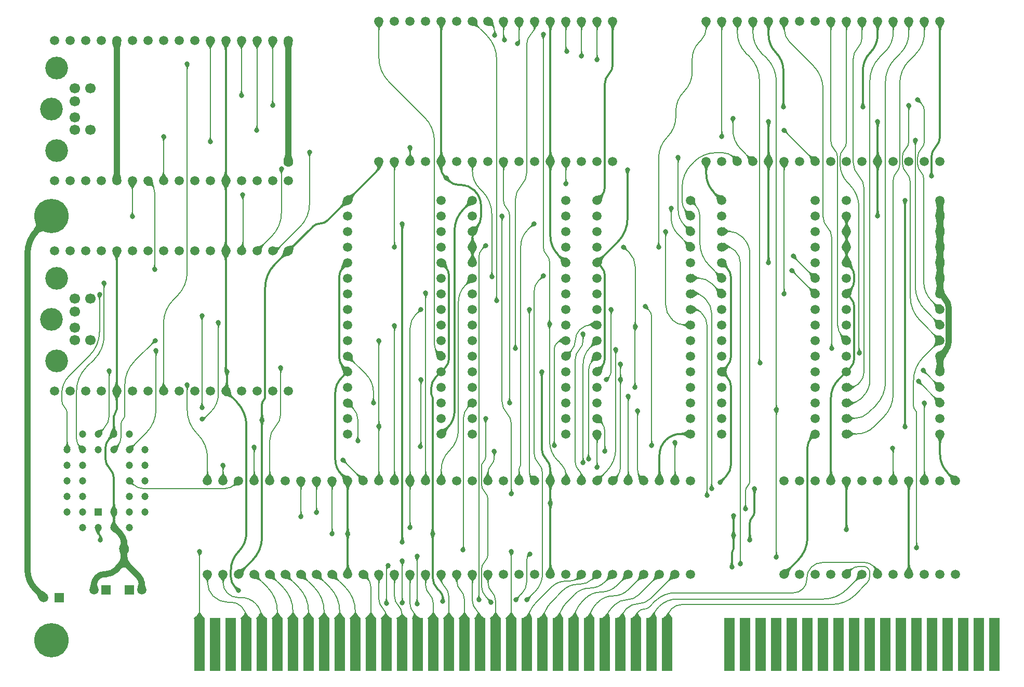
<source format=gbl>
%TF.GenerationSoftware,KiCad,Pcbnew,8.0.7*%
%TF.CreationDate,2025-02-05T15:17:29+02:00*%
%TF.ProjectId,PS2 Board,50533220-426f-4617-9264-2e6b69636164,rev?*%
%TF.SameCoordinates,Original*%
%TF.FileFunction,Copper,L2,Bot*%
%TF.FilePolarity,Positive*%
%FSLAX46Y46*%
G04 Gerber Fmt 4.6, Leading zero omitted, Abs format (unit mm)*
G04 Created by KiCad (PCBNEW 8.0.7) date 2025-02-05 15:17:29*
%MOMM*%
%LPD*%
G01*
G04 APERTURE LIST*
%TA.AperFunction,ComponentPad*%
%ADD10R,1.500000X1.500000*%
%TD*%
%TA.AperFunction,ComponentPad*%
%ADD11C,1.500000*%
%TD*%
%TA.AperFunction,ComponentPad*%
%ADD12C,5.600000*%
%TD*%
%TA.AperFunction,ComponentPad*%
%ADD13R,1.200000X1.200000*%
%TD*%
%TA.AperFunction,ComponentPad*%
%ADD14C,1.200000*%
%TD*%
%TA.AperFunction,WasherPad*%
%ADD15C,3.700000*%
%TD*%
%TA.AperFunction,WasherPad*%
%ADD16C,1.700000*%
%TD*%
%TA.AperFunction,ConnectorPad*%
%ADD17R,1.780000X8.620000*%
%TD*%
%TA.AperFunction,ViaPad*%
%ADD18C,0.800000*%
%TD*%
%TA.AperFunction,ViaPad*%
%ADD19C,1.600000*%
%TD*%
%TA.AperFunction,Conductor*%
%ADD20C,0.380000*%
%TD*%
%TA.AperFunction,Conductor*%
%ADD21C,1.000000*%
%TD*%
%TA.AperFunction,Conductor*%
%ADD22C,0.200000*%
%TD*%
G04 APERTURE END LIST*
D10*
%TO.P,C4,1*%
%TO.N,12V*%
X-15240000Y8890000D03*
D11*
%TO.P,C4,2*%
%TO.N,GND*%
X-17240000Y8890000D03*
%TD*%
D12*
%TO.P,H10,1,GND*%
%TO.N,GND*%
X-24130000Y635000D03*
%TD*%
D11*
%TO.P,B16,1,A0_{IN}*%
%TO.N,A0_{D}*%
X1270000Y11430000D03*
%TO.P,B16,2,A1_{IN}*%
%TO.N,A1_{D}*%
X3810000Y11430000D03*
%TO.P,B16,3,5V*%
%TO.N,/5V*%
X6350000Y11430000D03*
%TO.P,B16,4,A2_{IN}*%
%TO.N,A2_{D}*%
X8890000Y11430000D03*
%TO.P,B16,5,A3_{IN}*%
%TO.N,A3_{D}*%
X11430000Y11430000D03*
%TO.P,B16,6,A4_{IN}*%
%TO.N,A4_{D}*%
X13970000Y11430000D03*
%TO.P,B16,7,A5_{IN}*%
%TO.N,A5_{D}*%
X16510000Y11430000D03*
%TO.P,B16,8,A6_{IN}*%
%TO.N,A6_{D}*%
X19050000Y11430000D03*
%TO.P,B16,9,A7_{IN}*%
%TO.N,A7_{D}*%
X21590000Y11430000D03*
%TO.P,B16,10,GND*%
%TO.N,GND*%
X24130000Y11430000D03*
%TO.P,B16,11,A8_{IN}*%
%TO.N,A8_{D}*%
X26670000Y11430000D03*
%TO.P,B16,12,A9_{IN}*%
%TO.N,A9_{D}*%
X29210000Y11430000D03*
%TO.P,B16,13,A10_{IN}*%
%TO.N,A10_{D}*%
X31750000Y11430000D03*
%TO.P,B16,14,A11_{IN}*%
%TO.N,A11_{D}*%
X34290000Y11430000D03*
%TO.P,B16,15,A12_{IN}*%
%TO.N,A12_{D}*%
X36830000Y11430000D03*
%TO.P,B16,16,A13_{IN}*%
%TO.N,A13_{D}*%
X39370000Y11430000D03*
%TO.P,B16,17,A14_{IN}*%
%TO.N,A14_{D}*%
X41910000Y11430000D03*
%TO.P,B16,18,A15_{IN}*%
%TO.N,A15_{D}*%
X44450000Y11430000D03*
%TO.P,B16,19,A16_{IN}*%
%TO.N,A16_{D}*%
X46990000Y11430000D03*
%TO.P,B16,20,~{RD}_{IN}*%
%TO.N,~{RD}_{D}*%
X49530000Y11430000D03*
%TO.P,B16,21,~{WD}_{IN}*%
%TO.N,~{WD}_{D}*%
X52070000Y11430000D03*
%TO.P,B16,22,S_{IN}*%
%TO.N,CLK_{D}*%
X54610000Y11430000D03*
%TO.P,B16,23,GND*%
%TO.N,GND*%
X57150000Y11430000D03*
%TO.P,B16,24,D7_{IN/OUT}*%
%TO.N,D7_{D}*%
X59690000Y11430000D03*
%TO.P,B16,25,D6_{IN/OUT}*%
%TO.N,D6_{D}*%
X62230000Y11430000D03*
%TO.P,B16,26,D5_{IN/OUT}*%
%TO.N,D5_{D}*%
X64770000Y11430000D03*
%TO.P,B16,27,D4_{IN/OUT}*%
%TO.N,D4_{D}*%
X67310000Y11430000D03*
%TO.P,B16,28,D3_{IN/OUT}*%
%TO.N,D3_{D}*%
X69850000Y11430000D03*
%TO.P,B16,29,D2_{IN/OUT}*%
%TO.N,D2_{D}*%
X72390000Y11430000D03*
%TO.P,B16,30,D1_{IN/OUT}*%
%TO.N,D1_{D}*%
X74930000Y11430000D03*
%TO.P,B16,31,D0_{IN/OUT}*%
%TO.N,D0_{D}*%
X77470000Y11430000D03*
%TO.P,B16,32,Deivce_~{CS}_{IN}*%
%TO.N,~{Select}_{D}*%
X80010000Y11430000D03*
%TO.P,B16,33,Deivce_~{CS}*%
%TO.N,/~{Device Select}*%
X80010000Y26670000D03*
%TO.P,B16,34,D0*%
%TO.N,/D0*%
X77470000Y26670000D03*
%TO.P,B16,35,5V*%
%TO.N,/5V*%
X74930000Y26670000D03*
%TO.P,B16,36,D1*%
%TO.N,/D1*%
X72390000Y26670000D03*
%TO.P,B16,37,D2*%
%TO.N,/D2*%
X69850000Y26670000D03*
%TO.P,B16,38,D3*%
%TO.N,/D3*%
X67310000Y26670000D03*
%TO.P,B16,39,D4*%
%TO.N,/D4*%
X64770000Y26670000D03*
%TO.P,B16,40,D5*%
%TO.N,/D5*%
X62230000Y26670000D03*
%TO.P,B16,41,D6*%
%TO.N,/D6*%
X59690000Y26670000D03*
%TO.P,B16,42,GND*%
%TO.N,GND*%
X57150000Y26670000D03*
%TO.P,B16,43,D7*%
%TO.N,/D7*%
X54610000Y26670000D03*
%TO.P,B16,44,S*%
%TO.N,/PHI2*%
X52070000Y26670000D03*
%TO.P,B16,45,~{WD}*%
%TO.N,/~{WD}*%
X49530000Y26670000D03*
%TO.P,B16,46,~{RD}*%
%TO.N,/~{RD}*%
X46990000Y26670000D03*
%TO.P,B16,47,A16*%
%TO.N,unconnected-(B16-A16-Pad47)*%
X44450000Y26670000D03*
%TO.P,B16,48,A15*%
%TO.N,unconnected-(B16-A15-Pad48)*%
X41910000Y26670000D03*
%TO.P,B16,49,A14*%
%TO.N,/A14*%
X39370000Y26670000D03*
%TO.P,B16,50,A13*%
%TO.N,/A13*%
X36830000Y26670000D03*
%TO.P,B16,51,A12*%
%TO.N,/A12*%
X34290000Y26670000D03*
%TO.P,B16,52,A11*%
%TO.N,/A11*%
X31750000Y26670000D03*
%TO.P,B16,53,A10*%
%TO.N,/A10*%
X29210000Y26670000D03*
%TO.P,B16,54,A9*%
%TO.N,/A9*%
X26670000Y26670000D03*
%TO.P,B16,55,GND*%
%TO.N,GND*%
X24130000Y26670000D03*
%TO.P,B16,56,A8*%
%TO.N,/A8*%
X21590000Y26670000D03*
%TO.P,B16,57,A7*%
%TO.N,/A7*%
X19050000Y26670000D03*
%TO.P,B16,58,A6*%
%TO.N,/A6*%
X16510000Y26670000D03*
%TO.P,B16,59,A5*%
%TO.N,/A5*%
X13970000Y26670000D03*
%TO.P,B16,60,A4*%
%TO.N,/A4*%
X11430000Y26670000D03*
%TO.P,B16,61,A3*%
%TO.N,/A3*%
X8890000Y26670000D03*
%TO.P,B16,62,A2*%
%TO.N,/A2*%
X6350000Y26670000D03*
%TO.P,B16,63,A1*%
%TO.N,/A1*%
X3810000Y26670000D03*
%TO.P,B16,64,A0*%
%TO.N,/A0*%
X1270000Y26670000D03*
%TD*%
D10*
%TO.P,LED1,1,K*%
%TO.N,Net-(LED1-K)*%
X-22860000Y7620000D03*
D11*
%TO.P,LED1,2,A*%
%TO.N,GND*%
X-25400000Y7620000D03*
%TD*%
%TO.P,B4,1,5V*%
%TO.N,/5V*%
X123190000Y26670000D03*
%TO.P,B4,2,~{Device_RAM}*%
%TO.N,/~{Device RAM}*%
X120650000Y26670000D03*
%TO.P,B4,3,~{Device_Registers}*%
%TO.N,/~{Device Registers}*%
X118110000Y26670000D03*
%TO.P,B4,4,GND*%
%TO.N,GND*%
X115570000Y26670000D03*
%TO.P,B4,5,~{Device_ROM}*%
%TO.N,/~{Device ROM}*%
X113030000Y26670000D03*
%TO.P,B4,6,H2_{REG}*%
%TO.N,GND*%
X110490000Y26670000D03*
%TO.P,B4,7,H1_{REG}*%
X107950000Y26670000D03*
%TO.P,B4,8,H0_{REG}*%
%TO.N,/3.3V*%
X105410000Y26670000D03*
%TO.P,B4,9,GND*%
%TO.N,GND*%
X102870000Y26670000D03*
%TO.P,B4,10,~{RD}*%
%TO.N,/~{RD}*%
X100330000Y26670000D03*
%TO.P,B4,11,~{Device_Select}*%
%TO.N,/~{Device Select}*%
X97790000Y26670000D03*
%TO.P,B4,12,~{WD}*%
%TO.N,/~{WD}*%
X95250000Y26670000D03*
%TO.P,B4,13,5V*%
%TO.N,/5V*%
X95250000Y11430000D03*
%TO.P,B4,14,N.C.*%
%TO.N,unconnected-(B4-N.C.-Pad14)*%
X97790000Y11430000D03*
%TO.P,B4,15,N.C.*%
%TO.N,unconnected-(B4-N.C.-Pad15)*%
X100330000Y11430000D03*
%TO.P,B4,16,GND*%
%TO.N,GND*%
X102870000Y11430000D03*
%TO.P,B4,17,H0_{OUT}*%
%TO.N,H0_{D}*%
X105410000Y11430000D03*
%TO.P,B4,18,H1_{OUT}*%
%TO.N,H1_{D}*%
X107950000Y11430000D03*
%TO.P,B4,19,H2_{OUT}*%
%TO.N,H2_{D}*%
X110490000Y11430000D03*
%TO.P,B4,20,N.C.*%
%TO.N,unconnected-(B4-N.C.-Pad20)*%
X113030000Y11430000D03*
%TO.P,B4,21,GND*%
%TO.N,GND*%
X115570000Y11430000D03*
%TO.P,B4,22,N.C.*%
%TO.N,unconnected-(B4-N.C.-Pad22)*%
X118110000Y11430000D03*
%TO.P,B4,23,N.C.*%
%TO.N,unconnected-(B4-N.C.-Pad23)*%
X120650000Y11430000D03*
%TO.P,B4,24,3.3V*%
%TO.N,/3.3V*%
X123190000Y11430000D03*
%TD*%
D13*
%TO.P,IC1,1,N.C.*%
%TO.N,unconnected-(IC1-N.C.-Pad1)*%
X-16510000Y21590000D03*
D14*
%TO.P,IC1,2,A16*%
%TO.N,GND*%
X-13970000Y19050000D03*
%TO.P,IC1,3,A15*%
X-13970000Y21590000D03*
%TO.P,IC1,4,A12*%
%TO.N,/A12*%
X-11430000Y19050000D03*
%TO.P,IC1,5,A7*%
%TO.N,/A7*%
X-8890000Y21590000D03*
%TO.P,IC1,6,A6*%
%TO.N,/A6*%
X-11430000Y21590000D03*
%TO.P,IC1,7,A5*%
%TO.N,/A5*%
X-8890000Y24130000D03*
%TO.P,IC1,8,A4*%
%TO.N,/A4*%
X-11430000Y24130000D03*
%TO.P,IC1,9,A3*%
%TO.N,/A3*%
X-8890000Y26670000D03*
%TO.P,IC1,10,A2*%
%TO.N,/A2*%
X-11430000Y26670000D03*
%TO.P,IC1,11,A1*%
%TO.N,/A1*%
X-8890000Y29210000D03*
%TO.P,IC1,12,A0*%
%TO.N,/A0*%
X-11430000Y29210000D03*
%TO.P,IC1,13,DQ0*%
%TO.N,/D0*%
X-8890000Y31750000D03*
%TO.P,IC1,14,DQ1*%
%TO.N,/D1*%
X-11430000Y34290000D03*
%TO.P,IC1,15,DQ2*%
%TO.N,/D2*%
X-11430000Y31750000D03*
%TO.P,IC1,16,GND*%
%TO.N,GND*%
X-13970000Y34290000D03*
%TO.P,IC1,17,DQ3*%
%TO.N,/D3*%
X-13970000Y31750000D03*
%TO.P,IC1,18,DQ4*%
%TO.N,/D4*%
X-16510000Y34290000D03*
%TO.P,IC1,19,DQ5*%
%TO.N,/D5*%
X-16510000Y31750000D03*
%TO.P,IC1,20,DQ6*%
%TO.N,/D6*%
X-19050000Y34290000D03*
%TO.P,IC1,21,DQ7*%
%TO.N,/D7*%
X-21590000Y31750000D03*
%TO.P,IC1,22,~{CE}*%
%TO.N,/~{Device ROM}*%
X-19050000Y31750000D03*
%TO.P,IC1,23,A10*%
%TO.N,/A10*%
X-21590000Y29210000D03*
%TO.P,IC1,24,~{OE}*%
%TO.N,/~{RD}*%
X-19050000Y29210000D03*
%TO.P,IC1,25,A11*%
%TO.N,/A11*%
X-21590000Y26670000D03*
%TO.P,IC1,26,A9*%
%TO.N,/A9*%
X-19050000Y26670000D03*
%TO.P,IC1,27,A8*%
%TO.N,/A8*%
X-21590000Y24130000D03*
%TO.P,IC1,28,A13*%
%TO.N,/A13*%
X-19050000Y24130000D03*
%TO.P,IC1,29,A14*%
%TO.N,/A14*%
X-21590000Y21590000D03*
%TO.P,IC1,30,N.C.*%
%TO.N,unconnected-(IC1-N.C.-Pad30)*%
X-19050000Y19050000D03*
%TO.P,IC1,31,~{WE}*%
%TO.N,/~{WD}*%
X-19050000Y21590000D03*
%TO.P,IC1,32,3V*%
%TO.N,/3.3V*%
X-16510000Y19050000D03*
%TD*%
D11*
%TO.P,B11,1,5V*%
%TO.N,/5V*%
X44450000Y72390000D03*
%TO.P,B11,2,~{Device_Select}*%
%TO.N,/~{Device Select}*%
X44450000Y69850000D03*
%TO.P,B11,3,A16*%
%TO.N,GND*%
X44450000Y67310000D03*
%TO.P,B11,4,A15*%
X44450000Y64770000D03*
%TO.P,B11,5,GND*%
X44450000Y62230000D03*
%TO.P,B11,6,A14*%
%TO.N,/A14*%
X44450000Y59690000D03*
%TO.P,B11,7,A13*%
%TO.N,/A13*%
X44450000Y57150000D03*
%TO.P,B11,8,A12*%
%TO.N,/A12*%
X44450000Y54610000D03*
%TO.P,B11,9,A11*%
%TO.N,/A11*%
X44450000Y52070000D03*
%TO.P,B11,10,A10*%
%TO.N,/A10*%
X44450000Y49530000D03*
%TO.P,B11,11,A4*%
%TO.N,/A4*%
X44450000Y46990000D03*
%TO.P,B11,12,GND*%
%TO.N,GND*%
X44450000Y44450000D03*
%TO.P,B11,13,A3*%
%TO.N,/A3*%
X44450000Y41910000D03*
%TO.P,B11,14,~{Reset}_{IN2}*%
%TO.N,~{Reset}_{System}*%
X44450000Y39370000D03*
%TO.P,B11,15,~{Reset}_{IN1}*%
%TO.N,~{Reset}_{D}*%
X44450000Y36830000D03*
%TO.P,B11,16,N.C.*%
%TO.N,unconnected-(B11-N.C.-Pad16)*%
X44450000Y34290000D03*
%TO.P,B11,17,5V*%
%TO.N,/5V*%
X59690000Y34290000D03*
%TO.P,B11,18,Reset_{OUT}*%
%TO.N,unconnected-(B11-Reset_{OUT}-Pad18)*%
X59690000Y36830000D03*
%TO.P,B11,19,~{Reset}_{OUT}*%
%TO.N,/~{Reset}*%
X59690000Y39370000D03*
%TO.P,B11,20,~{A3}*%
%TO.N,unconnected-(B11-~{A3}-Pad20)*%
X59690000Y41910000D03*
%TO.P,B11,21,GND*%
%TO.N,GND*%
X59690000Y44450000D03*
%TO.P,B11,22,~{A4}*%
%TO.N,/~{A4}*%
X59690000Y46990000D03*
%TO.P,B11,23,~{Device_RAM}*%
%TO.N,/~{Device RAM}*%
X59690000Y49530000D03*
%TO.P,B11,24,~{Device_Registers}*%
%TO.N,/~{Device Registers}*%
X59690000Y52070000D03*
%TO.P,B11,25,~{Device_ROM}*%
%TO.N,/~{Device ROM}*%
X59690000Y54610000D03*
%TO.P,B11,26,N.C.*%
%TO.N,unconnected-(B11-N.C.-Pad26)*%
X59690000Y57150000D03*
%TO.P,B11,27,N.C.*%
%TO.N,unconnected-(B11-N.C.-Pad27)*%
X59690000Y59690000D03*
%TO.P,B11,28,GND*%
%TO.N,GND*%
X59690000Y62230000D03*
%TO.P,B11,29,N.C.*%
%TO.N,unconnected-(B11-N.C.-Pad29)*%
X59690000Y64770000D03*
%TO.P,B11,30,N.C.*%
%TO.N,unconnected-(B11-N.C.-Pad30)*%
X59690000Y67310000D03*
%TO.P,B11,31,N.C.*%
%TO.N,unconnected-(B11-N.C.-Pad31)*%
X59690000Y69850000D03*
%TO.P,B11,32,N.C.*%
%TO.N,unconnected-(B11-N.C.-Pad32)*%
X59690000Y72390000D03*
%TD*%
D10*
%TO.P,C3,1*%
%TO.N,/5V*%
X-11430000Y8890000D03*
D11*
%TO.P,C3,2*%
%TO.N,GND*%
X-9430000Y8890000D03*
%TD*%
%TO.P,B1,1,5V*%
%TO.N,/5V*%
X24130000Y72390000D03*
%TO.P,B1,2,Read_GD__{0..3}*%
%TO.N,/Read Direct*%
X24130000Y69850000D03*
%TO.P,B1,3,Write_GD__{0..3}*%
%TO.N,/Write Direct*%
X24130000Y67310000D03*
%TO.P,B1,4,Enable*%
%TO.N,/Enable*%
X24130000Y64770000D03*
%TO.P,B1,5,GND*%
%TO.N,GND*%
X24130000Y62230000D03*
%TO.P,B1,6,D7*%
%TO.N,/D7*%
X24130000Y59690000D03*
%TO.P,B1,7,D6*%
%TO.N,/D6*%
X24130000Y57150000D03*
%TO.P,B1,8,D5*%
%TO.N,/D5*%
X24130000Y54610000D03*
%TO.P,B1,9,D4*%
%TO.N,/D4*%
X24130000Y52070000D03*
%TO.P,B1,10,D3*%
%TO.N,/D3*%
X24130000Y49530000D03*
%TO.P,B1,11,D2*%
%TO.N,/D2*%
X24130000Y46990000D03*
%TO.P,B1,12,GND*%
%TO.N,GND*%
X24130000Y44450000D03*
%TO.P,B1,13,D1*%
%TO.N,/D1*%
X24130000Y41910000D03*
%TO.P,B1,14,D0*%
%TO.N,/D0*%
X24130000Y39370000D03*
%TO.P,B1,15,N.C.*%
%TO.N,unconnected-(B1-N.C.-Pad15)*%
X24130000Y36830000D03*
%TO.P,B1,16,N.C.*%
%TO.N,unconnected-(B1-N.C.-Pad16)*%
X24130000Y34290000D03*
%TO.P,B1,17,5V*%
%TO.N,/5V*%
X39370000Y34290000D03*
%TO.P,B1,18,N.C.*%
%TO.N,unconnected-(B1-N.C.-Pad18)*%
X39370000Y36830000D03*
%TO.P,B1,19,N.C.*%
%TO.N,unconnected-(B1-N.C.-Pad19)*%
X39370000Y39370000D03*
%TO.P,B1,20,GPIO3*%
%TO.N,/PS2 Clock_{ 2}*%
X39370000Y41910000D03*
%TO.P,B1,21,GND*%
%TO.N,GND*%
X39370000Y44450000D03*
%TO.P,B1,22,GPIO2*%
%TO.N,/PS2 Data_{ 2}*%
X39370000Y46990000D03*
%TO.P,B1,23,N.C.*%
%TO.N,unconnected-(B1-N.C.-Pad23)*%
X39370000Y49530000D03*
%TO.P,B1,24,N.C.*%
%TO.N,unconnected-(B1-N.C.-Pad24)*%
X39370000Y52070000D03*
%TO.P,B1,25,N.C.*%
%TO.N,unconnected-(B1-N.C.-Pad25)*%
X39370000Y54610000D03*
%TO.P,B1,26,N.C.*%
%TO.N,unconnected-(B1-N.C.-Pad26)*%
X39370000Y57150000D03*
%TO.P,B1,27,GPIO1*%
%TO.N,/PS2 Clock_{ 1}*%
X39370000Y59690000D03*
%TO.P,B1,28,GND*%
%TO.N,GND*%
X39370000Y62230000D03*
%TO.P,B1,29,GPIO0*%
%TO.N,/PS2 Data_{ 1}*%
X39370000Y64770000D03*
%TO.P,B1,30,N.C.*%
%TO.N,unconnected-(B1-N.C.-Pad30)*%
X39370000Y67310000D03*
%TO.P,B1,31,Read*%
%TO.N,/3.3V*%
X39370000Y69850000D03*
%TO.P,B1,32,N.C.*%
%TO.N,unconnected-(B1-N.C.-Pad32)*%
X39370000Y72390000D03*
%TD*%
%TO.P,B5,1,5V*%
%TO.N,/5V*%
X105410000Y72390000D03*
%TO.P,B5,2,S13*%
%TO.N,GND*%
X105410000Y69850000D03*
%TO.P,B5,3,S14*%
X105410000Y67310000D03*
%TO.P,B5,4,S15*%
X105410000Y64770000D03*
%TO.P,B5,5,GND*%
X105410000Y62230000D03*
%TO.P,B5,6,Read_State_Low*%
%TO.N,/Read State*%
X105410000Y59690000D03*
%TO.P,B5,7,Read_State_High*%
%TO.N,GND*%
X105410000Y57150000D03*
%TO.P,B5,8,D7*%
%TO.N,/D7*%
X105410000Y54610000D03*
%TO.P,B5,9,D6*%
%TO.N,/D6*%
X105410000Y52070000D03*
%TO.P,B5,10,D5*%
%TO.N,/D5*%
X105410000Y49530000D03*
%TO.P,B5,11,D4*%
%TO.N,/D4*%
X105410000Y46990000D03*
%TO.P,B5,12,GND*%
%TO.N,GND*%
X105410000Y44450000D03*
%TO.P,B5,13,D3*%
%TO.N,/D3*%
X105410000Y41910000D03*
%TO.P,B5,14,D2*%
%TO.N,/D2*%
X105410000Y39370000D03*
%TO.P,B5,15,D1*%
%TO.N,/D1*%
X105410000Y36830000D03*
%TO.P,B5,16,D0*%
%TO.N,/D0*%
X105410000Y34290000D03*
%TO.P,B5,17,5V*%
%TO.N,/5V*%
X120650000Y34290000D03*
%TO.P,B5,18,S0*%
%TO.N,/~{Packet Waiting}_{ 1}*%
X120650000Y36830000D03*
%TO.P,B5,19,S1*%
%TO.N,/~{Code Waiting}_{ 1}*%
X120650000Y39370000D03*
%TO.P,B5,20,S2*%
%TO.N,/~{Output Ready}_{ 1}*%
X120650000Y41910000D03*
%TO.P,B5,21,GND*%
%TO.N,GND*%
X120650000Y44450000D03*
%TO.P,B5,22,S3*%
X120650000Y46990000D03*
%TO.P,B5,23,S4*%
%TO.N,/~{Packet Waiting}_{ 2}*%
X120650000Y49530000D03*
%TO.P,B5,24,S5*%
%TO.N,/~{Code Waiting}_{ 2}*%
X120650000Y52070000D03*
%TO.P,B5,25,S6*%
%TO.N,/~{Output Ready}_{ 2}*%
X120650000Y54610000D03*
%TO.P,B5,26,S7*%
%TO.N,GND*%
X120650000Y57150000D03*
%TO.P,B5,27,S8*%
X120650000Y59690000D03*
%TO.P,B5,28,GND*%
X120650000Y62230000D03*
%TO.P,B5,29,S9*%
X120650000Y64770000D03*
%TO.P,B5,30,S10*%
X120650000Y67310000D03*
%TO.P,B5,31,S11*%
X120650000Y69850000D03*
%TO.P,B5,32,S12*%
X120650000Y72390000D03*
%TD*%
D12*
%TO.P,H7,1,GND*%
%TO.N,GND*%
X-24130000Y69850000D03*
%TD*%
D15*
%TO.P,B7,*%
%TO.N,*%
X-23330000Y46190000D03*
D16*
X-20330000Y49540000D03*
X-17830000Y49540000D03*
X-20330000Y51640000D03*
D15*
X-24130000Y52940000D03*
D16*
X-20330000Y54240000D03*
X-20330000Y56340000D03*
X-17830000Y56340000D03*
D15*
X-23330000Y59690000D03*
D11*
%TO.P,B7,1,5V*%
%TO.N,/5V*%
X-23672800Y41256000D03*
%TO.P,B7,2,N.C.*%
%TO.N,unconnected-(B7-N.C.-Pad2)*%
X-21132800Y41256000D03*
%TO.P,B7,3,N.C.*%
%TO.N,unconnected-(B7-N.C.-Pad3)*%
X-18592800Y41256000D03*
%TO.P,B7,4,N.C.*%
%TO.N,unconnected-(B7-N.C.-Pad4)*%
X-16052800Y41256000D03*
%TO.P,B7,5,GND*%
%TO.N,GND*%
X-13512800Y41256000D03*
%TO.P,B7,6,Data*%
%TO.N,/PS2 Data_{ 2}*%
X-10972800Y41256000D03*
%TO.P,B7,7,Clock*%
%TO.N,/PS2 Clock_{ 2}*%
X-8432800Y41256000D03*
%TO.P,B7,8,~{Clock}*%
%TO.N,/~{PS2 Clock}_{ 2}*%
X-5892800Y41256000D03*
%TO.P,B7,9,N.C.*%
%TO.N,unconnected-(B7-N.C.-Pad9)*%
X-3352800Y41256000D03*
%TO.P,B7,10,RC_Packet_Pulse*%
%TO.N,unconnected-(B7-RC_Packet_Pulse-Pad10)*%
X-812800Y41256000D03*
%TO.P,B7,11,N.C.*%
%TO.N,unconnected-(B7-N.C.-Pad11)*%
X1727200Y41256000D03*
%TO.P,B7,12,GND*%
%TO.N,GND*%
X4267200Y41256000D03*
%TO.P,B7,13,N.C.*%
%TO.N,unconnected-(B7-N.C.-Pad13)*%
X6807200Y41256000D03*
%TO.P,B7,14,N.C.*%
%TO.N,unconnected-(B7-N.C.-Pad14)*%
X9347200Y41256000D03*
%TO.P,B7,15,N.C.*%
%TO.N,unconnected-(B7-N.C.-Pad15)*%
X11887200Y41256000D03*
%TO.P,B7,16,N.C.*%
%TO.N,unconnected-(B7-N.C.-Pad16)*%
X14427200Y41256000D03*
%TO.P,B7,17,5V*%
%TO.N,/5V*%
X14427200Y64116000D03*
%TO.P,B7,18,~{Code_Pulse}*%
%TO.N,/PS2 Code Pulse_{ 2}*%
X11887200Y64116000D03*
%TO.P,B7,19,Packet_Pulse*%
%TO.N,/PS2 Packet Pulse_{ 2}*%
X9347200Y64116000D03*
%TO.P,B7,20,Packet_Pulse_{2}*%
%TO.N,/PS2 Packet Pulse_{2} _{ 2}*%
X6807200Y64116000D03*
%TO.P,B7,21,GND*%
%TO.N,GND*%
X4267200Y64116000D03*
%TO.P,B7,22,~{Packet_Pulse}*%
%TO.N,/~{PS2 Packet Pulse}_{ 2}*%
X1727200Y64116000D03*
%TO.P,B7,23,RC_Code_Pulse*%
%TO.N,unconnected-(B7-RC_Code_Pulse-Pad23)*%
X-812800Y64116000D03*
%TO.P,B7,24,N.C.*%
%TO.N,unconnected-(B7-N.C.-Pad24)*%
X-3352800Y64116000D03*
%TO.P,B7,25,N.C.*%
%TO.N,unconnected-(B7-N.C.-Pad25)*%
X-5892800Y64116000D03*
%TO.P,B7,26,N.C.*%
%TO.N,unconnected-(B7-N.C.-Pad26)*%
X-8432800Y64116000D03*
%TO.P,B7,27,N.C.*%
%TO.N,unconnected-(B7-N.C.-Pad27)*%
X-10972800Y64116000D03*
%TO.P,B7,28,GND*%
%TO.N,GND*%
X-13512800Y64116000D03*
%TO.P,B7,29,N.C.*%
%TO.N,unconnected-(B7-N.C.-Pad29)*%
X-16052800Y64116000D03*
%TO.P,B7,30,N.C.*%
%TO.N,unconnected-(B7-N.C.-Pad30)*%
X-18592800Y64116000D03*
%TO.P,B7,31,N.C.*%
%TO.N,unconnected-(B7-N.C.-Pad31)*%
X-21132800Y64116000D03*
%TO.P,B7,32,N.C.*%
%TO.N,unconnected-(B7-N.C.-Pad32)*%
X-23672800Y64116000D03*
%TD*%
%TO.P,B3,1,5V*%
%TO.N,/5V*%
X82550000Y78740000D03*
%TO.P,B3,2,~{Packet_Pulse}*%
%TO.N,/~{PS2 Packet Pulse}_{ 1}*%
X85090000Y78740000D03*
%TO.P,B3,3,Read*%
%TO.N,/Read PS2 FIFO_{ 1}*%
X87630000Y78740000D03*
%TO.P,B3,4,~{Code_Pulse}*%
%TO.N,/PS2 Code Pulse_{ 1}*%
X90170000Y78740000D03*
%TO.P,B3,5,GND*%
%TO.N,GND*%
X92710000Y78740000D03*
%TO.P,B3,6,Clear_Packet_Waiting*%
%TO.N,/Write Clear Interrupt _{1}*%
X95250000Y78740000D03*
%TO.P,B3,7,Clear_Code_Waiting*%
X97790000Y78740000D03*
%TO.P,B3,8,Packet_Pulse*%
%TO.N,/PS2 Packet Pulse_{ 1}*%
X100330000Y78740000D03*
%TO.P,B3,9,~{Reset}*%
%TO.N,/~{Reset}*%
X102870000Y78740000D03*
%TO.P,B3,10,N.C.*%
%TO.N,unconnected-(B3-N.C.-Pad10)*%
X105410000Y78740000D03*
%TO.P,B3,11,N.C.*%
%TO.N,unconnected-(B3-N.C.-Pad11)*%
X107950000Y78740000D03*
%TO.P,B3,12,GND*%
%TO.N,GND*%
X110490000Y78740000D03*
%TO.P,B3,13,Packet_Pulse_{2}*%
%TO.N,/PS2 Packet Pulse_{2} _{ 1}*%
X113030000Y78740000D03*
%TO.P,B3,14,N.C.*%
%TO.N,unconnected-(B3-N.C.-Pad14)*%
X115570000Y78740000D03*
%TO.P,B3,15,N.C.*%
%TO.N,unconnected-(B3-N.C.-Pad15)*%
X118110000Y78740000D03*
%TO.P,B3,16,N.C.*%
%TO.N,unconnected-(B3-N.C.-Pad16)*%
X120650000Y78740000D03*
%TO.P,B3,17,5V*%
%TO.N,/5V*%
X120650000Y101600000D03*
%TO.P,B3,18,D0*%
%TO.N,/D0*%
X118110000Y101600000D03*
%TO.P,B3,19,D1*%
%TO.N,/D1*%
X115570000Y101600000D03*
%TO.P,B3,20,D2*%
%TO.N,/D2*%
X113030000Y101600000D03*
%TO.P,B3,21,GND*%
%TO.N,GND*%
X110490000Y101600000D03*
%TO.P,B3,22,D3*%
%TO.N,/D3*%
X107950000Y101600000D03*
%TO.P,B3,23,D4*%
%TO.N,/D4*%
X105410000Y101600000D03*
%TO.P,B3,24,D5*%
%TO.N,/D5*%
X102870000Y101600000D03*
%TO.P,B3,25,D6*%
%TO.N,/D6*%
X100330000Y101600000D03*
%TO.P,B3,26,D7*%
%TO.N,/D7*%
X97790000Y101600000D03*
%TO.P,B3,27,Output_Ready*%
%TO.N,/~{Output Ready}_{ 1}*%
X95250000Y101600000D03*
%TO.P,B3,28,GND*%
%TO.N,GND*%
X92710000Y101600000D03*
%TO.P,B3,29,~{Packet_Waiting}*%
%TO.N,/~{Packet Waiting}_{ 1}*%
X90170000Y101600000D03*
%TO.P,B3,30,~{Code_Waiting}*%
%TO.N,/~{Code Waiting}_{ 1}*%
X87630000Y101600000D03*
%TO.P,B3,31,~{Clock}*%
%TO.N,/~{PS2 Clock}_{ 1}*%
X85090000Y101600000D03*
%TO.P,B3,32,Data*%
%TO.N,/PS2 Data_{ 1}*%
X82550000Y101600000D03*
%TD*%
D17*
%TO.P,J1,A1,A1*%
%TO.N,~{Reset}_{System}*%
X-50800Y0D03*
%TO.P,J1,A2,A2*%
%TO.N,unconnected-(J1-PadA2)*%
X2489200Y0D03*
%TO.P,J1,A3,A3*%
%TO.N,unconnected-(J1-PadA3)*%
X5029200Y0D03*
%TO.P,J1,A4,A4*%
%TO.N,A0_{D}*%
X7569200Y0D03*
%TO.P,J1,A5,A5*%
%TO.N,A1_{D}*%
X10109200Y0D03*
%TO.P,J1,A6,A6*%
%TO.N,A2_{D}*%
X12649200Y0D03*
%TO.P,J1,A7,A7*%
%TO.N,A3_{D}*%
X15189200Y0D03*
%TO.P,J1,A8,A8*%
%TO.N,A4_{D}*%
X17729200Y0D03*
%TO.P,J1,A9,A9*%
%TO.N,A5_{D}*%
X20269200Y0D03*
%TO.P,J1,A10,A10*%
%TO.N,A6_{D}*%
X22809200Y0D03*
%TO.P,J1,A11,A11*%
%TO.N,A7_{D}*%
X25349200Y0D03*
%TO.P,J1,A12,A12*%
%TO.N,A8_{D}*%
X27889200Y0D03*
%TO.P,J1,A13,A13*%
%TO.N,A9_{D}*%
X30429200Y0D03*
%TO.P,J1,A14,A14*%
%TO.N,A10_{D}*%
X32969200Y0D03*
%TO.P,J1,A15,A15*%
%TO.N,A11_{D}*%
X35509200Y0D03*
%TO.P,J1,A16,A16*%
%TO.N,A12_{D}*%
X38049200Y0D03*
%TO.P,J1,A17,A17*%
%TO.N,A13_{D}*%
X40589200Y0D03*
%TO.P,J1,A18,A18*%
%TO.N,A14_{D}*%
X43129200Y0D03*
%TO.P,J1,A19,A19*%
%TO.N,A15_{D}*%
X45669200Y0D03*
%TO.P,J1,A20,A20*%
%TO.N,A16_{D}*%
X48209200Y0D03*
%TO.P,J1,A21,A21*%
%TO.N,D7_{D}*%
X50749200Y0D03*
%TO.P,J1,A22,A22*%
%TO.N,D6_{D}*%
X53289200Y0D03*
%TO.P,J1,A23,A23*%
%TO.N,D5_{D}*%
X55829200Y0D03*
%TO.P,J1,A24,A24*%
%TO.N,D4_{D}*%
X58369200Y0D03*
%TO.P,J1,A25,A25*%
%TO.N,D3_{D}*%
X60909200Y0D03*
%TO.P,J1,A26,A26*%
%TO.N,D2_{D}*%
X63449200Y0D03*
%TO.P,J1,A27,A27*%
%TO.N,D1_{D}*%
X65989200Y0D03*
%TO.P,J1,A28,A28*%
%TO.N,D0_{D}*%
X68529200Y0D03*
%TO.P,J1,A29,A29*%
%TO.N,H2_{D}*%
X71069200Y0D03*
%TO.P,J1,A30,A30*%
%TO.N,H1_{D}*%
X73609200Y0D03*
%TO.P,J1,A31,A31*%
%TO.N,H0_{D}*%
X76149200Y0D03*
%TO.P,J1,C1,C1*%
%TO.N,unconnected-(J1-PadC1)*%
X86309200Y0D03*
%TO.P,J1,C2,C2*%
%TO.N,unconnected-(J1-PadC2)*%
X88849200Y0D03*
%TO.P,J1,C3,C3*%
%TO.N,unconnected-(J1-PadC3)*%
X91389200Y0D03*
%TO.P,J1,C4,C4*%
%TO.N,unconnected-(J1-PadC4)*%
X93929200Y0D03*
%TO.P,J1,C5,C5*%
%TO.N,unconnected-(J1-PadC5)*%
X96469200Y0D03*
%TO.P,J1,C6,C6*%
%TO.N,unconnected-(J1-PadC6)*%
X99009200Y0D03*
%TO.P,J1,C7,C7*%
%TO.N,unconnected-(J1-PadC7)*%
X101549200Y0D03*
%TO.P,J1,C8,C8*%
%TO.N,unconnected-(J1-PadC8)*%
X104089200Y0D03*
%TO.P,J1,C9,C9*%
%TO.N,unconnected-(J1-PadC9)*%
X106629200Y0D03*
%TO.P,J1,C10,C10*%
%TO.N,unconnected-(J1-PadC10)*%
X109169200Y0D03*
%TO.P,J1,C11,C11*%
%TO.N,unconnected-(J1-PadC11)*%
X111709200Y0D03*
%TO.P,J1,C12,C12*%
%TO.N,unconnected-(J1-PadC12)*%
X114249200Y0D03*
%TO.P,J1,C13,C13*%
%TO.N,unconnected-(J1-PadC13)*%
X116789200Y0D03*
%TO.P,J1,C14,C14*%
%TO.N,unconnected-(J1-PadC14)*%
X119329200Y0D03*
%TO.P,J1,C15,C15*%
%TO.N,unconnected-(J1-PadC15)*%
X121869200Y0D03*
%TO.P,J1,C16,C16*%
%TO.N,unconnected-(J1-PadC16)*%
X124409200Y0D03*
%TO.P,J1,C17,C17*%
%TO.N,unconnected-(J1-PadC17)*%
X126949200Y0D03*
%TO.P,J1,C18,C18*%
%TO.N,unconnected-(J1-PadC18)*%
X129489200Y0D03*
%TD*%
D15*
%TO.P,B2,*%
%TO.N,*%
X-23330000Y80480000D03*
D16*
X-20330000Y83830000D03*
X-17830000Y83830000D03*
X-20330000Y85930000D03*
D15*
X-24130000Y87230000D03*
D16*
X-20330000Y88530000D03*
X-20330000Y90630000D03*
X-17830000Y90630000D03*
D15*
X-23330000Y93980000D03*
D11*
%TO.P,B2,1,5V*%
%TO.N,/5V*%
X-23672800Y75546000D03*
%TO.P,B2,2,N.C.*%
%TO.N,unconnected-(B2-N.C.-Pad2)*%
X-21132800Y75546000D03*
%TO.P,B2,3,N.C.*%
%TO.N,unconnected-(B2-N.C.-Pad3)*%
X-18592800Y75546000D03*
%TO.P,B2,4,N.C.*%
%TO.N,unconnected-(B2-N.C.-Pad4)*%
X-16052800Y75546000D03*
%TO.P,B2,5,GND*%
%TO.N,GND*%
X-13512800Y75546000D03*
%TO.P,B2,6,Data*%
%TO.N,/PS2 Data_{ 1}*%
X-10972800Y75546000D03*
%TO.P,B2,7,Clock*%
%TO.N,/PS2 Clock_{ 1}*%
X-8432800Y75546000D03*
%TO.P,B2,8,~{Clock}*%
%TO.N,/~{PS2 Clock}_{ 1}*%
X-5892800Y75546000D03*
%TO.P,B2,9,N.C.*%
%TO.N,unconnected-(B2-N.C.-Pad9)*%
X-3352800Y75546000D03*
%TO.P,B2,10,RC_Packet_Pulse*%
%TO.N,unconnected-(B2-RC_Packet_Pulse-Pad10)*%
X-812800Y75546000D03*
%TO.P,B2,11,N.C.*%
%TO.N,unconnected-(B2-N.C.-Pad11)*%
X1727200Y75546000D03*
%TO.P,B2,12,GND*%
%TO.N,GND*%
X4267200Y75546000D03*
%TO.P,B2,13,N.C.*%
%TO.N,unconnected-(B2-N.C.-Pad13)*%
X6807200Y75546000D03*
%TO.P,B2,14,N.C.*%
%TO.N,unconnected-(B2-N.C.-Pad14)*%
X9347200Y75546000D03*
%TO.P,B2,15,N.C.*%
%TO.N,unconnected-(B2-N.C.-Pad15)*%
X11887200Y75546000D03*
%TO.P,B2,16,N.C.*%
%TO.N,unconnected-(B2-N.C.-Pad16)*%
X14427200Y75546000D03*
%TO.P,B2,17,5V*%
%TO.N,/5V*%
X14427200Y98406000D03*
%TO.P,B2,18,~{Code_Pulse}*%
%TO.N,/PS2 Code Pulse_{ 1}*%
X11887200Y98406000D03*
%TO.P,B2,19,Packet_Pulse*%
%TO.N,/PS2 Packet Pulse_{ 1}*%
X9347200Y98406000D03*
%TO.P,B2,20,Packet_Pulse_{2}*%
%TO.N,/PS2 Packet Pulse_{2} _{ 1}*%
X6807200Y98406000D03*
%TO.P,B2,21,GND*%
%TO.N,GND*%
X4267200Y98406000D03*
%TO.P,B2,22,~{Packet_Pulse}*%
%TO.N,/~{PS2 Packet Pulse}_{ 1}*%
X1727200Y98406000D03*
%TO.P,B2,23,RC_Code_Pulse*%
%TO.N,unconnected-(B2-RC_Code_Pulse-Pad23)*%
X-812800Y98406000D03*
%TO.P,B2,24,N.C.*%
%TO.N,unconnected-(B2-N.C.-Pad24)*%
X-3352800Y98406000D03*
%TO.P,B2,25,N.C.*%
%TO.N,unconnected-(B2-N.C.-Pad25)*%
X-5892800Y98406000D03*
%TO.P,B2,26,N.C.*%
%TO.N,unconnected-(B2-N.C.-Pad26)*%
X-8432800Y98406000D03*
%TO.P,B2,27,N.C.*%
%TO.N,unconnected-(B2-N.C.-Pad27)*%
X-10972800Y98406000D03*
%TO.P,B2,28,GND*%
%TO.N,GND*%
X-13512800Y98406000D03*
%TO.P,B2,29,N.C.*%
%TO.N,unconnected-(B2-N.C.-Pad29)*%
X-16052800Y98406000D03*
%TO.P,B2,30,N.C.*%
%TO.N,unconnected-(B2-N.C.-Pad30)*%
X-18592800Y98406000D03*
%TO.P,B2,31,N.C.*%
%TO.N,unconnected-(B2-N.C.-Pad31)*%
X-21132800Y98406000D03*
%TO.P,B2,32,N.C.*%
%TO.N,unconnected-(B2-N.C.-Pad32)*%
X-23672800Y98406000D03*
%TD*%
%TO.P,B12,1,5V*%
%TO.N,/5V*%
X64770000Y72390000D03*
%TO.P,B12,2,Y7_{R}*%
%TO.N,unconnected-(B12-Y7_{R}-Pad2)*%
X64770000Y69850000D03*
%TO.P,B12,3,Y6_{R}*%
%TO.N,unconnected-(B12-Y6_{R}-Pad3)*%
X64770000Y67310000D03*
%TO.P,B12,4,~{Device_Registers}*%
%TO.N,/~{Device Registers}*%
X64770000Y64770000D03*
%TO.P,B12,5,GND*%
%TO.N,GND*%
X64770000Y62230000D03*
%TO.P,B12,6,Y5_{R}*%
%TO.N,unconnected-(B12-Y5_{R}-Pad6)*%
X64770000Y59690000D03*
%TO.P,B12,7,Y4_{R}*%
%TO.N,/Read State*%
X64770000Y57150000D03*
%TO.P,B12,8,~{E2}*%
%TO.N,/A3*%
X64770000Y54610000D03*
%TO.P,B12,9,E3*%
%TO.N,/~{A4}*%
X64770000Y52070000D03*
%TO.P,B12,10,A2*%
%TO.N,/A2*%
X64770000Y49530000D03*
%TO.P,B12,11,A1*%
%TO.N,/A1*%
X64770000Y46990000D03*
%TO.P,B12,12,GND*%
%TO.N,GND*%
X64770000Y44450000D03*
%TO.P,B12,13,A0*%
%TO.N,/A0*%
X64770000Y41910000D03*
%TO.P,B12,14,N.C.*%
%TO.N,unconnected-(B12-N.C.-Pad14)*%
X64770000Y39370000D03*
%TO.P,B12,15,~{RD}*%
%TO.N,/~{RD}*%
X64770000Y36830000D03*
%TO.P,B12,16,~{WD}*%
%TO.N,/~{WD}*%
X64770000Y34290000D03*
%TO.P,B12,17,5V*%
%TO.N,/5V*%
X80010000Y34290000D03*
%TO.P,B12,18,N.C.*%
%TO.N,unconnected-(B12-N.C.-Pad18)*%
X80010000Y36830000D03*
%TO.P,B12,19,Y7_{W}*%
%TO.N,unconnected-(B12-Y7_{W}-Pad19)*%
X80010000Y39370000D03*
%TO.P,B12,20,Y6_{W}*%
%TO.N,unconnected-(B12-Y6_{W}-Pad20)*%
X80010000Y41910000D03*
%TO.P,B12,21,GND*%
%TO.N,GND*%
X80010000Y44450000D03*
%TO.P,B12,22,Y5_{W}*%
%TO.N,unconnected-(B12-Y5_{W}-Pad22)*%
X80010000Y46990000D03*
%TO.P,B12,23,Y4_{W}*%
%TO.N,unconnected-(B12-Y4_{W}-Pad23)*%
X80010000Y49530000D03*
%TO.P,B12,24,Y3_{W}*%
%TO.N,/Write Direct*%
X80010000Y52070000D03*
%TO.P,B12,25,Y2_{W}*%
%TO.N,/Write Clear Interrupt _{2}*%
X80010000Y54610000D03*
%TO.P,B12,26,Y1_{W}*%
%TO.N,/Write Clear Interrupt _{1}*%
X80010000Y57150000D03*
%TO.P,B12,27,Y0_{W}*%
%TO.N,/Write Flags*%
X80010000Y59690000D03*
%TO.P,B12,28,GND*%
%TO.N,GND*%
X80010000Y62230000D03*
%TO.P,B12,29,Y3_{R}*%
%TO.N,/Read Direct*%
X80010000Y64770000D03*
%TO.P,B12,30,Y2_{R}*%
%TO.N,/Read PS2 FIFO_{ 2}*%
X80010000Y67310000D03*
%TO.P,B12,31,Y1_{R}*%
%TO.N,/Read PS2 FIFO_{ 1}*%
X80010000Y69850000D03*
%TO.P,B12,32,Y0_{R}*%
%TO.N,/Read Flags*%
X80010000Y72390000D03*
%TD*%
%TO.P,B9,1,5V*%
%TO.N,/5V*%
X85090000Y72390000D03*
%TO.P,B9,2,Interrupt_CLK*%
%TO.N,/PHI2*%
X85090000Y69850000D03*
%TO.P,B9,3,Write_Clear_Interrupt*%
%TO.N,/Write Clear Interrupt*%
X85090000Y67310000D03*
%TO.P,B9,4,~{Set_Interrupt_on_CLK}*%
%TO.N,Net-(B9-~{Set_Interrupt_on_CLK})*%
X85090000Y64770000D03*
%TO.P,B9,5,GND*%
%TO.N,GND*%
X85090000Y62230000D03*
%TO.P,B9,6,Read_Flags*%
%TO.N,/Read Flags*%
X85090000Y59690000D03*
%TO.P,B9,7,Write_Flags*%
%TO.N,/Write Flags*%
X85090000Y57150000D03*
%TO.P,B9,8,D7*%
%TO.N,/D7*%
X85090000Y54610000D03*
%TO.P,B9,9,D6*%
%TO.N,/D6*%
X85090000Y52070000D03*
%TO.P,B9,10,D5*%
%TO.N,/D5*%
X85090000Y49530000D03*
%TO.P,B9,11,D4*%
%TO.N,/D4*%
X85090000Y46990000D03*
%TO.P,B9,12,GND*%
%TO.N,GND*%
X85090000Y44450000D03*
%TO.P,B9,13,D3*%
%TO.N,/D3*%
X85090000Y41910000D03*
%TO.P,B9,14,D2*%
%TO.N,/D2*%
X85090000Y39370000D03*
%TO.P,B9,15,D1*%
%TO.N,/D1*%
X85090000Y36830000D03*
%TO.P,B9,16,D0*%
%TO.N,/D0*%
X85090000Y34290000D03*
%TO.P,B9,17,5V*%
%TO.N,/5V*%
X100330000Y34290000D03*
%TO.P,B9,18,F0*%
%TO.N,unconnected-(B9-F0-Pad18)*%
X100330000Y36830000D03*
%TO.P,B9,19,F1*%
%TO.N,unconnected-(B9-F1-Pad19)*%
X100330000Y39370000D03*
%TO.P,B9,20,F2*%
%TO.N,unconnected-(B9-F2-Pad20)*%
X100330000Y41910000D03*
%TO.P,B9,21,GND*%
%TO.N,GND*%
X100330000Y44450000D03*
%TO.P,B9,22,F3*%
%TO.N,unconnected-(B9-F3-Pad22)*%
X100330000Y46990000D03*
%TO.P,B9,23,F4*%
%TO.N,unconnected-(B9-F4-Pad23)*%
X100330000Y49530000D03*
%TO.P,B9,24,F5*%
%TO.N,unconnected-(B9-F5-Pad24)*%
X100330000Y52070000D03*
%TO.P,B9,25,N.C.*%
%TO.N,unconnected-(B9-N.C.-Pad25)*%
X100330000Y54610000D03*
%TO.P,B9,26,~{Enable}*%
%TO.N,~{Enable}_{D}*%
X100330000Y57150000D03*
%TO.P,B9,27,Enable*%
%TO.N,/Enable*%
X100330000Y59690000D03*
%TO.P,B9,28,GND*%
%TO.N,GND*%
X100330000Y62230000D03*
%TO.P,B9,29,~{INT}*%
%TO.N,~{Interrupt}_{D}*%
X100330000Y64770000D03*
%TO.P,B9,30,INT*%
%TO.N,unconnected-(B9-INT-Pad30)*%
X100330000Y67310000D03*
%TO.P,B9,31,N.C.*%
%TO.N,unconnected-(B9-N.C.-Pad31)*%
X100330000Y69850000D03*
%TO.P,B9,32,N.C.*%
%TO.N,unconnected-(B9-N.C.-Pad32)*%
X100330000Y72390000D03*
%TD*%
%TO.P,B8,1,5V*%
%TO.N,/5V*%
X29210000Y78740000D03*
%TO.P,B8,2,~{Packet_Pulse}*%
%TO.N,/~{PS2 Packet Pulse}_{ 2}*%
X31750000Y78740000D03*
%TO.P,B8,3,Read*%
%TO.N,/Read PS2 FIFO_{ 2}*%
X34290000Y78740000D03*
%TO.P,B8,4,~{Code_Pulse}*%
%TO.N,/PS2 Code Pulse_{ 2}*%
X36830000Y78740000D03*
%TO.P,B8,5,GND*%
%TO.N,GND*%
X39370000Y78740000D03*
%TO.P,B8,6,Clear_Packet_Waiting*%
%TO.N,/Write Clear Interrupt _{2}*%
X41910000Y78740000D03*
%TO.P,B8,7,Clear_Code_Waiting*%
X44450000Y78740000D03*
%TO.P,B8,8,Packet_Pulse*%
%TO.N,/PS2 Packet Pulse_{ 2}*%
X46990000Y78740000D03*
%TO.P,B8,9,~{Reset}*%
%TO.N,/~{Reset}*%
X49530000Y78740000D03*
%TO.P,B8,10,N.C.*%
%TO.N,unconnected-(B8-N.C.-Pad10)*%
X52070000Y78740000D03*
%TO.P,B8,11,N.C.*%
%TO.N,unconnected-(B8-N.C.-Pad11)*%
X54610000Y78740000D03*
%TO.P,B8,12,GND*%
%TO.N,GND*%
X57150000Y78740000D03*
%TO.P,B8,13,Packet_Pulse_{2}*%
%TO.N,/PS2 Packet Pulse_{2} _{ 2}*%
X59690000Y78740000D03*
%TO.P,B8,14,N.C.*%
%TO.N,unconnected-(B8-N.C.-Pad14)*%
X62230000Y78740000D03*
%TO.P,B8,15,N.C.*%
%TO.N,unconnected-(B8-N.C.-Pad15)*%
X64770000Y78740000D03*
%TO.P,B8,16,N.C.*%
%TO.N,unconnected-(B8-N.C.-Pad16)*%
X67310000Y78740000D03*
%TO.P,B8,17,5V*%
%TO.N,/5V*%
X67310000Y101600000D03*
%TO.P,B8,18,D0*%
%TO.N,/D0*%
X64770000Y101600000D03*
%TO.P,B8,19,D1*%
%TO.N,/D1*%
X62230000Y101600000D03*
%TO.P,B8,20,D2*%
%TO.N,/D2*%
X59690000Y101600000D03*
%TO.P,B8,21,GND*%
%TO.N,GND*%
X57150000Y101600000D03*
%TO.P,B8,22,D3*%
%TO.N,/D3*%
X54610000Y101600000D03*
%TO.P,B8,23,D4*%
%TO.N,/D4*%
X52070000Y101600000D03*
%TO.P,B8,24,D5*%
%TO.N,/D5*%
X49530000Y101600000D03*
%TO.P,B8,25,D6*%
%TO.N,/D6*%
X46990000Y101600000D03*
%TO.P,B8,26,D7*%
%TO.N,/D7*%
X44450000Y101600000D03*
%TO.P,B8,27,Output_Ready*%
%TO.N,/~{Output Ready}_{ 2}*%
X41910000Y101600000D03*
%TO.P,B8,28,GND*%
%TO.N,GND*%
X39370000Y101600000D03*
%TO.P,B8,29,~{Packet_Waiting}*%
%TO.N,/~{Packet Waiting}_{ 2}*%
X36830000Y101600000D03*
%TO.P,B8,30,~{Code_Waiting}*%
%TO.N,/~{Code Waiting}_{ 2}*%
X34290000Y101600000D03*
%TO.P,B8,31,~{Clock}*%
%TO.N,/~{PS2 Clock}_{ 2}*%
X31750000Y101600000D03*
%TO.P,B8,32,Data*%
%TO.N,/PS2 Data_{ 2}*%
X29210000Y101600000D03*
%TD*%
D18*
%TO.N,/5V*%
X119253000Y76327000D03*
X114935000Y72390000D03*
X10160000Y36576000D03*
D19*
X14478000Y78613000D03*
D18*
X114935000Y35431700D03*
%TO.N,/Read Direct*%
X76835000Y71120000D03*
%TO.N,GND*%
X39624000Y6985000D03*
X84836000Y26416000D03*
D19*
X-12319000Y15494000D03*
D18*
X24130000Y18034000D03*
X57150000Y22986998D03*
X110490000Y69850000D03*
X69723000Y77343000D03*
X55748611Y44450011D03*
X110490000Y85217000D03*
X37970000Y18034000D03*
X86995000Y20955000D03*
X6350000Y8763000D03*
X108077000Y87630000D03*
X86995000Y17780000D03*
X86736000Y12573000D03*
X40195500Y76009500D03*
X92710000Y62230000D03*
X4445000Y44450000D03*
X92710000Y85217000D03*
X95123000Y87630000D03*
%TO.N,/3.3V*%
X33020000Y68552101D03*
X105409999Y18669000D03*
X-16173995Y17018000D03*
X89662000Y17018000D03*
X90424000Y25400000D03*
X33020000Y16631300D03*
%TO.N,/Write Direct*%
X75946000Y67310000D03*
%TO.N,/Enable*%
X96774006Y63281700D03*
%TO.N,/D7*%
X53721000Y54610000D03*
X-16322000Y57023000D03*
X48387000Y56007000D03*
%TO.N,/D6*%
X381000Y38608000D03*
X57023000Y52197000D03*
X381000Y53594000D03*
X48064500Y99314000D03*
X56007000Y99441000D03*
%TO.N,/D5*%
X3048000Y52451000D03*
X381002Y36703000D03*
X62484000Y50581700D03*
X49657000Y98552000D03*
%TO.N,/D4*%
X67806000Y48059200D03*
X107520000Y47498000D03*
X-14732002Y44576998D03*
X51828000Y97917000D03*
%TO.N,/D3*%
X51447000Y48260000D03*
X68579997Y43180003D03*
X68580000Y45720000D03*
X-7238998Y49530000D03*
%TO.N,/~{Device RAM}*%
X57785000Y32385000D03*
%TO.N,/D2*%
X69850000Y40438000D03*
X59817000Y96647000D03*
X-7112000Y47879000D03*
X28321012Y39370000D03*
%TO.N,/D1*%
X71374000Y38099998D03*
X62229992Y95897000D03*
%TO.N,/D0*%
X64770000Y95262002D03*
X77470000Y32893000D03*
X25781000Y33147000D03*
%TO.N,/~{Reset}*%
X50495200Y39370000D03*
%TO.N,/PS2 Clock_{ 1}*%
X-7341146Y61087000D03*
%TO.N,/PS2 Data_{ 1}*%
X74803000Y64770000D03*
X-10972800Y69723002D03*
%TO.N,/~{PS2 Clock}_{ 1}*%
X85090000Y82804000D03*
X-5842000Y82804000D03*
%TO.N,/PS2 Code Pulse_{ 1}*%
X11937998Y87884000D03*
X86885455Y85761707D03*
%TO.N,/PS2 Packet Pulse_{ 1}*%
X9271000Y83820000D03*
X95250019Y83819981D03*
%TO.N,/PS2 Packet Pulse_{2} _{ 1}*%
X6807200Y89484200D03*
%TO.N,/~{PS2 Packet Pulse}_{ 1}*%
X1727200Y81915000D03*
%TO.N,/~{Output Ready}_{ 1}*%
X102997000Y48260000D03*
X117919500Y44640500D03*
%TO.N,/~{Packet Waiting}_{ 1}*%
X93980000Y38227000D03*
X93980000Y14224000D03*
%TO.N,/~{Code Waiting}_{ 1}*%
X91312998Y45847000D03*
X117157500Y42862500D03*
%TO.N,/~{RD}*%
X48013000Y31496000D03*
X66040000Y31496000D03*
%TO.N,/~{WD}*%
X64770000Y28829000D03*
%TO.N,/A13*%
X36830000Y57277000D03*
%TO.N,/A12*%
X34290004Y19050000D03*
X36068000Y54610000D03*
%TO.N,/A11*%
X31750000Y51942994D03*
%TO.N,/A10*%
X29210000Y49530000D03*
X29210000Y35560000D03*
%TO.N,/A9*%
X23375900Y30012900D03*
%TO.N,/A4*%
X13208000Y45085000D03*
%TO.N,/A3*%
X35941000Y32258000D03*
X66294000Y43180000D03*
X8890000Y32131004D03*
X36068000Y43180000D03*
X67056000Y54610000D03*
%TO.N,/A2*%
X62484000Y29579000D03*
%TO.N,/A1*%
X63373000Y30226000D03*
X3809990Y29210000D03*
%TO.N,/A0*%
X-2032000Y42291006D03*
%TO.N,/~{Device Select}*%
X49276006Y69850000D03*
X50800003Y24511000D03*
%TO.N,/~{Device Registers}*%
X118110001Y39370000D03*
X70978546Y51773202D03*
X69088000Y64770000D03*
X70942200Y41909996D03*
%TO.N,/~{Device ROM}*%
X72656700Y55054500D03*
X73660000Y32385000D03*
X112903000Y32004000D03*
X-15572000Y58928000D03*
%TO.N,/Write Clear Interrupt*%
X88949000Y22098000D03*
%TO.N,/Read PS2 FIFO_{ 2}*%
X34285229Y80953798D03*
X77978000Y79375000D03*
%TO.N,/~{Packet Waiting}_{ 2}*%
X115570000Y87884000D03*
X116840000Y15748000D03*
%TO.N,/~{Code Waiting}_{ 2}*%
X116619996Y82135000D03*
%TO.N,/~{Output Ready}_{ 2}*%
X117020000Y88773000D03*
%TO.N,/A6*%
X16510000Y20828000D03*
%TO.N,/A7*%
X19049997Y21475000D03*
%TO.N,/A8*%
X21590000Y18034000D03*
%TO.N,/PHI2*%
X54483000Y68580000D03*
%TO.N,/~{PS2 Clock}_{ 2}*%
X-2032000Y94615000D03*
%TO.N,/PS2 Code Pulse_{ 2}*%
X17907000Y80264000D03*
%TO.N,/PS2 Packet Pulse_{ 2}*%
X13320084Y77526000D03*
%TO.N,/PS2 Packet Pulse_{2} _{ 2}*%
X6985000Y73279000D03*
X59690000Y75057000D03*
%TO.N,/~{PS2 Packet Pulse}_{ 2}*%
X31755315Y64770000D03*
%TO.N,Net-(B9-~{Set_Interrupt_on_CLK})*%
X88138000Y13081006D03*
%TO.N,~{Interrupt}_{D}*%
X46609000Y65024000D03*
X45503663Y7239000D03*
%TO.N,~{Enable}_{D}*%
X53339998Y7239000D03*
X96520000Y60960000D03*
X56007004Y60071000D03*
%TO.N,~{Reset}_{D}*%
X46609000Y36830000D03*
X47498000Y6858000D03*
%TO.N,~{Reset}_{System}*%
X0Y15112990D03*
X42926002Y15355000D03*
%TO.N,/Write Clear Interrupt _{2}*%
X82677000Y24257000D03*
X47613000Y59944000D03*
%TO.N,/Write Clear Interrupt _{1}*%
X95250000Y57150000D03*
X83439000Y25399994D03*
%TO.N,~{WD}_{D}*%
X33020000Y13577000D03*
X33020000Y6731000D03*
%TO.N,~{Select}_{D}*%
X51499200Y7232000D03*
X53847996Y14732000D03*
%TO.N,~{RD}_{D}*%
X30429201Y6680201D03*
X30734000Y12827000D03*
%TO.N,CLK_{D}*%
X35433000Y6604000D03*
X35432998Y14327000D03*
%TO.N,D7_{D}*%
X50800006Y15113000D03*
%TD*%
D20*
%TO.N,/3.3V*%
X-16510000Y18271591D02*
G75*
G03*
X-16341997Y17865997I573600J2D01*
G01*
X-16341997Y17865997D02*
G75*
G02*
X-16173995Y17460403I-405592J-405592D01*
G01*
X90424000Y21620815D02*
G75*
G02*
X90043005Y20700995I-1300800J-15D01*
G01*
X90043000Y20701000D02*
G75*
G03*
X89662006Y19781184I919800J-919800D01*
G01*
%TO.N,GND*%
X22098000Y30138840D02*
G75*
G03*
X23114002Y27686002I3468830J0D01*
G01*
X57150000Y66566051D02*
G75*
G03*
X58420000Y63500000I4336050J-1D01*
G01*
X106045000Y61595000D02*
G75*
G02*
X106679989Y60061974I-1533000J-1533000D01*
G01*
D21*
X-15464608Y11430000D02*
G75*
G03*
X-16720000Y10910000I2J-1775399D01*
G01*
D20*
X37844500Y40514500D02*
G75*
G02*
X37970007Y40211516I-303000J-303000D01*
G01*
X55748611Y31856320D02*
G75*
G03*
X56449302Y30164691I2392289J-20D01*
G01*
X92710000Y99369248D02*
G75*
G03*
X93916486Y96456486I4119200J-48D01*
G01*
X-13741400Y37744400D02*
G75*
G03*
X-13970000Y37192510I551903J-551895D01*
G01*
X4356100Y44792900D02*
G75*
G02*
X4444990Y44578276I-214600J-214600D01*
G01*
X69723000Y69436963D02*
G75*
G02*
X68129204Y65589210I-5441550J7D01*
G01*
X23431500Y45148500D02*
G75*
G02*
X23431500Y43751500I-698500J-698500D01*
G01*
X40640000Y46618025D02*
G75*
G02*
X40005008Y45084992I-2168000J-25D01*
G01*
D21*
X120650000Y58175304D02*
G75*
G03*
X121374999Y56424999I2475300J-4D01*
G01*
D20*
X106045000Y56515000D02*
G75*
G02*
X106679989Y54981974I-1533000J-1533000D01*
G01*
X45148500Y68008500D02*
G75*
G03*
X44450012Y66322171I1686300J-1686300D01*
G01*
X93916500Y96456500D02*
G75*
G02*
X95123021Y93543751I-2912800J-2912800D01*
G01*
D21*
X-26473207Y67506792D02*
G75*
G03*
X-28067000Y63659036I3847766J-3847760D01*
G01*
D20*
X110490000Y99369248D02*
G75*
G02*
X109283485Y96456515I-4119300J52D01*
G01*
X6350000Y15113000D02*
G75*
G03*
X5080001Y12046948I3066050J-3066050D01*
G01*
X45847000Y69694828D02*
G75*
G02*
X45148508Y68008492I-2384800J-28D01*
G01*
X65405000Y62865000D02*
G75*
G03*
X65405000Y61595000I635000J-635000D01*
G01*
D21*
X-28067000Y12172853D02*
G75*
G03*
X-26733500Y8953500I4552856J2D01*
G01*
X122100000Y49465304D02*
G75*
G02*
X121375001Y47714999I-2475300J-4D01*
G01*
X-13697279Y12083719D02*
G75*
G02*
X-15275500Y11430000I-1578221J1578225D01*
G01*
D20*
X-14668500Y33591500D02*
G75*
G03*
X-15367000Y31905171I1686342J-1686334D01*
G01*
X39219888Y8532111D02*
G75*
G02*
X39624006Y7556500I-975588J-975611D01*
G01*
X44840698Y73904300D02*
G75*
G02*
X45846989Y71474875I-2429398J-2429400D01*
G01*
X106680000Y46618025D02*
G75*
G02*
X106045008Y45084992I-2168000J-25D01*
G01*
X109283500Y96456500D02*
G75*
G03*
X108077020Y93543751I2912700J-2912700D01*
G01*
X86995000Y15555140D02*
G75*
G02*
X86865512Y15242488I-442100J-40D01*
G01*
X22733000Y46834828D02*
G75*
G03*
X23431492Y45148492I2384800J-28D01*
G01*
D21*
X-12992519Y18072519D02*
G75*
G02*
X-12319000Y16446500I-1626010J-1626015D01*
G01*
D20*
X56449305Y30164694D02*
G75*
G02*
X57149983Y28473068I-1691605J-1691594D01*
G01*
X106045000Y57785000D02*
G75*
G03*
X106045000Y56515000I635000J-635000D01*
G01*
X5080000Y10931025D02*
G75*
G03*
X5714998Y9397998I2168020J-5D01*
G01*
X86865500Y15242500D02*
G75*
G03*
X86736017Y14929859I312600J-312600D01*
G01*
X66040000Y46618025D02*
G75*
G02*
X65405008Y45084992I-2168000J-25D01*
G01*
X23431500Y61531500D02*
G75*
G03*
X22733012Y59845171I1686300J-1686300D01*
G01*
X40005000Y61595000D02*
G75*
G02*
X40639989Y60061974I-1533000J-1533000D01*
G01*
X106680000Y59318025D02*
G75*
G02*
X106045008Y57784992I-2168000J-25D01*
G01*
X85852000Y43688000D02*
G75*
G02*
X86613987Y41848369I-1839600J-1839600D01*
G01*
X-14668500Y28638500D02*
G75*
G02*
X-13970000Y26952171I-1686330J-1686329D01*
G01*
D21*
X121375000Y56425000D02*
G75*
G02*
X122099998Y54674695I-1750300J-1750300D01*
G01*
D20*
X6026207Y39496992D02*
G75*
G02*
X7620001Y35649236I-3847767J-3847762D01*
G01*
X38482321Y43562321D02*
G75*
G03*
X37718987Y41719500I1842779J-1842821D01*
G01*
D21*
X-16720000Y10910000D02*
G75*
G03*
X-17240000Y9654608I1255399J-1255394D01*
G01*
D20*
X85852000Y61468000D02*
G75*
G02*
X86613987Y59628369I-1839600J-1839600D01*
G01*
X37719000Y40817483D02*
G75*
G03*
X37844505Y40514505I428500J17D01*
G01*
X40744949Y75460051D02*
G75*
G03*
X42071436Y74910616I1326451J1326449D01*
G01*
X86614000Y29451235D02*
G75*
G02*
X85725011Y27304989I-3035200J-35D01*
G01*
X4267200Y45007523D02*
G75*
G03*
X4356093Y44792893I303500J-23D01*
G01*
D21*
X-13037420Y12743579D02*
G75*
G03*
X-12319000Y14478000I-1734419J1734419D01*
G01*
X-11600579Y12743579D02*
G75*
G03*
X-13037420Y12743580I-718421J-718422D01*
G01*
X-12319000Y14478000D02*
G75*
G03*
X-11600579Y12743579I2452846J2D01*
G01*
D20*
X37970000Y10951554D02*
G75*
G03*
X38796999Y8954999I2823550J-4D01*
G01*
X86614000Y47051630D02*
G75*
G02*
X85852009Y45211991I-2601600J-30D01*
G01*
X39370000Y77418716D02*
G75*
G03*
X39782745Y76422245I1409200J-16D01*
G01*
X7620000Y18179051D02*
G75*
G02*
X6350000Y15113000I-4336058J3D01*
G01*
D21*
X-10025030Y11168030D02*
G75*
G02*
X-9430000Y9731500I-1436530J-1436530D01*
G01*
D20*
X44732423Y74012576D02*
G75*
G03*
X42564398Y74910585I-2168023J-2168076D01*
G01*
X65405000Y61595000D02*
G75*
G02*
X66039989Y60061974I-1533000J-1533000D01*
G01*
X-15367000Y30324828D02*
G75*
G03*
X-14668500Y28638500I2384832J2D01*
G01*
X23114000Y43434000D02*
G75*
G03*
X22098017Y40981159I2452800J-2452800D01*
G01*
X-13512800Y38296289D02*
G75*
G02*
X-13741400Y37744400I-780483J-3D01*
G01*
X104140000Y43180000D02*
G75*
G03*
X102869980Y40113948I3066100J-3066100D01*
G01*
X40005000Y45085000D02*
X38735000Y43815000D01*
X106045000Y45085000D02*
X104775000Y43815000D01*
D21*
X-13512800Y97870200D02*
X-13512800Y75546000D01*
D20*
%TO.N,/5V*%
X66040000Y74558025D02*
G75*
G02*
X65405008Y73024992I-2168000J-25D01*
G01*
X82550000Y76726051D02*
G75*
G03*
X83819985Y73659985I4336000J-51D01*
G01*
D21*
X14452600Y79146400D02*
G75*
G02*
X14477991Y79085078I-61300J-61300D01*
G01*
D20*
X10160000Y17493963D02*
G75*
G02*
X8566207Y13646207I-5441554J2D01*
G01*
X10414000Y39751000D02*
G75*
G03*
X10160004Y39137789I613200J-613200D01*
G01*
X41529000Y37975643D02*
G75*
G02*
X40449501Y35369499I-3685640J-3D01*
G01*
X19605600Y68580000D02*
G75*
G03*
X18386045Y68074839I0J-1724700D01*
G01*
X12261792Y61950592D02*
G75*
G03*
X10668003Y58102836I3847758J-3847752D01*
G01*
X67310000Y94497025D02*
G75*
G02*
X66675008Y92963992I-2168000J-25D01*
G01*
X10668000Y40364210D02*
G75*
G02*
X10414003Y39750997I-867200J-10D01*
G01*
X42989500Y70929500D02*
G75*
G03*
X41528983Y67403541I3526000J-3526000D01*
G01*
X66675000Y92964000D02*
G75*
G03*
X66040011Y91430974I1533000J-1533000D01*
G01*
X120650000Y31006051D02*
G75*
G03*
X121919985Y27939985I4336000J-51D01*
G01*
X99060000Y17493963D02*
G75*
G02*
X97466199Y13646215I-5441600J37D01*
G01*
X99695000Y33655000D02*
G75*
G03*
X99060011Y32121974I1533000J-1533000D01*
G01*
X78398840Y34290000D02*
G75*
G03*
X75945988Y33274012I-40J-3468800D01*
G01*
X120650000Y82775828D02*
G75*
G02*
X119951508Y81089492I-2384800J-28D01*
G01*
X119951500Y81089500D02*
G75*
G03*
X119253012Y79403171I1686300J-1686300D01*
G01*
X20825157Y69085157D02*
G75*
G02*
X19605600Y68579996I-1219557J1219543D01*
G01*
X75946000Y33274000D02*
G75*
G03*
X74930017Y30821159I2452800J-2452800D01*
G01*
D21*
X14427200Y79207721D02*
G75*
G03*
X14452594Y79146394I86700J-21D01*
G01*
D20*
X29210000Y78105000D02*
G75*
G02*
X28760982Y77020992I-1533000J0D01*
G01*
D22*
%TO.N,A9_{D}*%
X29210000Y7339104D02*
G75*
G03*
X29819599Y5867399I2081300J-4D01*
G01*
X29819600Y5867400D02*
G75*
G02*
X30429198Y4395695I-1471700J-1471700D01*
G01*
%TO.N,D1_{D}*%
X67221100Y6007100D02*
G75*
G03*
X65989187Y3033030I2974100J-2974100D01*
G01*
X71547223Y8047223D02*
G75*
G02*
X69596000Y7238986I-1951223J1951177D01*
G01*
X69596000Y7239000D02*
G75*
G03*
X67644765Y6430787I0J-2759500D01*
G01*
%TO.N,D0_{D}*%
X73452223Y7412223D02*
G75*
G02*
X71501000Y6603986I-1951223J1951177D01*
G01*
X69443600Y5689600D02*
G75*
G03*
X68529153Y3482043I2207500J-2207600D01*
G01*
X71501000Y6604000D02*
G75*
G03*
X69549765Y5795787I0J-2759500D01*
G01*
%TO.N,D7_{D}*%
X50774603Y15087597D02*
G75*
G03*
X50749213Y15026268I61297J-61297D01*
G01*
%TO.N,A14_{D}*%
X42519600Y8788400D02*
G75*
G02*
X43129198Y7316695I-1471700J-1471700D01*
G01*
X41910000Y10260104D02*
G75*
G03*
X42519599Y8788399I2081300J-4D01*
G01*
%TO.N,A5_{D}*%
X18675407Y9264592D02*
G75*
G02*
X20269201Y5416836I-3847767J-3847762D01*
G01*
%TO.N,A15_{D}*%
X45059600Y5613400D02*
G75*
G02*
X45669198Y4141695I-1471700J-1471700D01*
G01*
X44450000Y7085104D02*
G75*
G03*
X45059599Y5613399I2081300J-4D01*
G01*
%TO.N,D2_{D}*%
X67373500Y7874000D02*
G75*
G03*
X64880261Y6841279I0J-3526000D01*
G01*
X69866729Y8906729D02*
G75*
G02*
X67373500Y7874012I-2493229J2493271D01*
G01*
X64681100Y6642100D02*
G75*
G03*
X63449187Y3668030I2974100J-2974100D01*
G01*
%TO.N,D3_{D}*%
X65405000Y8509000D02*
G75*
G03*
X62803361Y7431377I0J-3679300D01*
G01*
X68006630Y9586630D02*
G75*
G02*
X65405000Y8509011I-2601630J2601670D01*
G01*
X62395100Y7023100D02*
G75*
G03*
X60909192Y3435820I3587300J-3587300D01*
G01*
%TO.N,A12_{D}*%
X36830000Y9625104D02*
G75*
G03*
X37439599Y8153399I2081300J-4D01*
G01*
X37439600Y8153400D02*
G75*
G02*
X38049198Y6681695I-1471700J-1471700D01*
G01*
%TO.N,D6_{D}*%
X54882992Y6876992D02*
G75*
G03*
X53289189Y3029236I3847808J-3847792D01*
G01*
X59690000Y10287000D02*
G75*
G03*
X57305162Y9299180I0J-3372700D01*
G01*
X61658500Y10858500D02*
G75*
G02*
X60278776Y10287010I-1379700J1379700D01*
G01*
%TO.N,A8_{D}*%
X27279600Y10820400D02*
G75*
G02*
X27889198Y9348695I-1471700J-1471700D01*
G01*
%TO.N,D5_{D}*%
X57422992Y7003992D02*
G75*
G03*
X55829189Y3156236I3847808J-3847792D01*
G01*
X61658500Y9779000D02*
G75*
G03*
X59165261Y8746279I0J-3526000D01*
G01*
X63944500Y10604500D02*
G75*
G02*
X61951566Y9779014I-1992900J1992900D01*
G01*
%TO.N,A0_{D}*%
X2222499Y7810499D02*
G75*
G03*
X4522038Y6858002I2299531J2299531D01*
G01*
X1270000Y10096500D02*
G75*
G03*
X2212926Y7820073I3219347J-4D01*
G01*
X6832600Y6121400D02*
G75*
G03*
X5054290Y6857997I-1778310J-1778320D01*
G01*
X6832600Y6121400D02*
G75*
G02*
X7569196Y4343090I-1778300J-1778300D01*
G01*
%TO.N,~{RD}_{D}*%
X30581600Y12674600D02*
G75*
G03*
X30429211Y12306675I367900J-367900D01*
G01*
%TO.N,A10_{D}*%
X32359600Y6330739D02*
G75*
G02*
X32969226Y4859034I-1471700J-1471739D01*
G01*
X31750000Y7802443D02*
G75*
G03*
X32359579Y6330718I2081300J-43D01*
G01*
%TO.N,A2_{D}*%
X11055407Y9264592D02*
G75*
G02*
X12649201Y5416836I-3847767J-3847762D01*
G01*
%TO.N,A1_{D}*%
X9118600Y6629400D02*
G75*
G02*
X10109197Y4237880I-2391530J-2391520D01*
G01*
X3810000Y10004828D02*
G75*
G03*
X4508503Y8318503I2384820J2D01*
G01*
X4508500Y8318500D02*
G75*
G03*
X6194828Y7619996I1686330J1686320D01*
G01*
X9118600Y6629400D02*
G75*
G03*
X6727080Y7619997I-2391520J-2391530D01*
G01*
%TO.N,A6_{D}*%
X21215407Y9264592D02*
G75*
G02*
X22809210Y5416836I-3847807J-3847792D01*
G01*
%TO.N,A16_{D}*%
X47600900Y8533100D02*
G75*
G02*
X48211782Y7058256I-1474800J-1474800D01*
G01*
X46990000Y10007943D02*
G75*
G03*
X47600887Y8533087I2085700J-43D01*
G01*
%TO.N,~{Select}_{D}*%
X53339996Y10374435D02*
G75*
G02*
X52419608Y8152388I-3142396J-35D01*
G01*
X53593996Y14478000D02*
G75*
G03*
X53340001Y13864789I613204J-613200D01*
G01*
%TO.N,A11_{D}*%
X34899600Y5119600D02*
G75*
G02*
X35509198Y3647895I-1471700J-1471700D01*
G01*
X34290000Y6591304D02*
G75*
G03*
X34899599Y5119599I2081300J-4D01*
G01*
%TO.N,A13_{D}*%
X39979599Y9296399D02*
G75*
G02*
X40589197Y7824695I-1471699J-1471699D01*
G01*
X39370000Y10668000D02*
G75*
G03*
X39908822Y9367191I1839600J0D01*
G01*
%TO.N,A7_{D}*%
X23755407Y9264592D02*
G75*
G02*
X25349210Y5416836I-3847807J-3847792D01*
G01*
%TO.N,A3_{D}*%
X13595407Y9264592D02*
G75*
G02*
X15189201Y5416836I-3847767J-3847762D01*
G01*
%TO.N,A4_{D}*%
X16135407Y9264592D02*
G75*
G02*
X17729201Y5416836I-3847767J-3847762D01*
G01*
%TO.N,D4_{D}*%
X63563500Y9144000D02*
G75*
G03*
X61070261Y8111279I0J-3526000D01*
G01*
X59962992Y7003992D02*
G75*
G03*
X58369189Y3156236I3847808J-3847792D01*
G01*
X66056729Y10176729D02*
G75*
G02*
X63563500Y9144012I-2493229J2493271D01*
G01*
%TO.N,/Write Clear Interrupt _{1}*%
X82072815Y56611184D02*
G75*
G03*
X80772000Y57150008I-1300815J-1300784D01*
G01*
X82486500Y56197500D02*
G75*
G02*
X83438984Y53897961I-2299500J-2299500D01*
G01*
%TO.N,/Write Clear Interrupt _{2}*%
X46031499Y73895399D02*
G75*
G02*
X47613007Y70077321I-3818099J-3818099D01*
G01*
X81914999Y53847999D02*
G75*
G02*
X82676986Y52008369I-1839599J-1839599D01*
G01*
X81557111Y54205888D02*
G75*
G03*
X80581500Y54610006I-975611J-975588D01*
G01*
X44450000Y77108450D02*
G75*
G03*
X45603681Y74323220I3938910J0D01*
G01*
%TO.N,~{Reset}_{System}*%
X42980600Y15448204D02*
G75*
G02*
X42953302Y15382298I-93200J-4D01*
G01*
X43715300Y38635300D02*
G75*
G03*
X42980609Y36861577I1773700J-1773700D01*
G01*
X-25400Y15087590D02*
G75*
G03*
X-50804Y15026268I61330J-61330D01*
G01*
%TO.N,~{Reset}_{D}*%
X45903661Y9579706D02*
G75*
G03*
X46700820Y7655159I2721739J-6D01*
G01*
X46256330Y29746330D02*
G75*
G03*
X45903639Y28894911I851370J-851430D01*
G01*
X45903661Y26168157D02*
G75*
G03*
X46446843Y24856843I1854539J43D01*
G01*
X46446830Y24856830D02*
G75*
G02*
X46990001Y23545503I-1311330J-1311330D01*
G01*
X46990000Y14738157D02*
G75*
G02*
X46446810Y13426850I-1854500J43D01*
G01*
X46609000Y30597749D02*
G75*
G02*
X46256357Y29746303I-1204100J-49D01*
G01*
X46446830Y13426830D02*
G75*
G03*
X45903671Y12115503I1311370J-1311330D01*
G01*
%TO.N,~{Enable}_{D}*%
X55245002Y59308998D02*
G75*
G03*
X54483016Y57469362I1839598J-1839598D01*
G01*
X55880000Y11575054D02*
G75*
G02*
X54609997Y8509003I-4336060J6D01*
G01*
X55181500Y29527500D02*
G75*
G02*
X55879988Y27841171I-1686300J-1686300D01*
G01*
X54483000Y31213828D02*
G75*
G03*
X55181492Y29527492I2384800J-28D01*
G01*
%TO.N,/~{A4}*%
X63759719Y52070000D02*
G75*
G03*
X62035059Y51355626I-19J-2439000D01*
G01*
X61214000Y49524280D02*
G75*
G02*
X60499606Y47799640I-2439000J20D01*
G01*
X61928376Y51248937D02*
G75*
G03*
X61214004Y49524280I1724624J-1724637D01*
G01*
%TO.N,~{Interrupt}_{D}*%
X46056328Y64471328D02*
G75*
G03*
X45503686Y63137061I1334272J-1334228D01*
G01*
%TO.N,H2_{D}*%
X98298000Y9017000D02*
G75*
G02*
X96764974Y8382011I-1533000J1533000D01*
G01*
X98933000Y10550025D02*
G75*
G02*
X98298008Y9016992I-2168000J-25D01*
G01*
X99695000Y12573000D02*
G75*
G03*
X98933013Y10733369I1839600J-1839600D01*
G01*
X77479153Y8382000D02*
G75*
G03*
X74259814Y7048486I47J-4552900D01*
G01*
X73295515Y6084215D02*
G75*
G02*
X72404150Y5715041I-891315J891385D01*
G01*
X101534630Y13335000D02*
G75*
G03*
X99694991Y12573009I-30J-2601600D01*
G01*
X109855000Y12700000D02*
G75*
G03*
X108321974Y13334989I-1533000J-1533000D01*
G01*
X71475600Y5308600D02*
G75*
G03*
X71069215Y4327463I981100J-981100D01*
G01*
X72404150Y5715000D02*
G75*
G03*
X71512805Y5345763I50J-1260600D01*
G01*
%TO.N,H0_{D}*%
X78620749Y6477000D02*
G75*
G03*
X76873115Y5753085I51J-2471600D01*
G01*
X109220000Y11239500D02*
G75*
G02*
X108636276Y9830290I-1992900J0D01*
G01*
X108902500Y12382500D02*
G75*
G02*
X109219995Y11615987I-766500J-766500D01*
G01*
X106876792Y8070792D02*
G75*
G02*
X103029036Y6476989I-3847792J3847808D01*
G01*
X107578025Y12700000D02*
G75*
G03*
X106044992Y12065008I-25J-2168000D01*
G01*
X108902500Y12382500D02*
G75*
G03*
X108135987Y12699995I-766500J-766500D01*
G01*
X76873100Y5753100D02*
G75*
G03*
X76149220Y4005450I1747600J-1747600D01*
G01*
%TO.N,Net-(B9-~{Set_Interrupt_on_CLK})*%
X88100000Y13145876D02*
G75*
G03*
X88119006Y13100012I64900J24D01*
G01*
X87356999Y64026999D02*
G75*
G02*
X88100015Y62233239I-1793799J-1793799D01*
G01*
X87152815Y64231184D02*
G75*
G03*
X85852000Y64770008I-1300815J-1300784D01*
G01*
%TO.N,/~{PS2 Packet Pulse}_{ 2}*%
X31750000Y64779073D02*
G75*
G03*
X31752665Y64772665I9100J27D01*
G01*
%TO.N,/PS2 Packet Pulse_{2} _{ 2}*%
X7015300Y73248700D02*
G75*
G02*
X7045620Y73175549I-73200J-73200D01*
G01*
%TO.N,/PS2 Packet Pulse_{ 2}*%
X13320084Y70342847D02*
G75*
G02*
X11726291Y66495091I-5441554J3D01*
G01*
%TO.N,/PS2 Code Pulse_{ 2}*%
X17907000Y71856563D02*
G75*
G02*
X16313204Y68008810I-5441550J7D01*
G01*
%TO.N,/~{PS2 Clock}_{ 2}*%
X-4299006Y56152992D02*
G75*
G03*
X-5892800Y52305236I3847760J-3847759D01*
G01*
X-2031999Y60673963D02*
G75*
G02*
X-3625792Y56826207I-5441543J-2D01*
G01*
%TO.N,/PHI2*%
X52197000Y28956000D02*
G75*
G03*
X52070002Y28649394I306600J-306600D01*
G01*
X52324000Y29262605D02*
G75*
G02*
X52197002Y28955998I-433600J-5D01*
G01*
X53403500Y67500500D02*
G75*
G03*
X52324018Y64894356I2606100J-2606100D01*
G01*
%TO.N,/~{Output Ready}_{ 2}*%
X118110000Y82050746D02*
G75*
G02*
X117565014Y80734986I-1860700J-46D01*
G01*
X117020000Y78224943D02*
G75*
G03*
X117501487Y77062487I1643900J-43D01*
G01*
X117983000Y59162853D02*
G75*
G03*
X119316534Y55943534I4552800J47D01*
G01*
X117565000Y88228000D02*
G75*
G02*
X118109981Y86912253I-1315700J-1315700D01*
G01*
X117501500Y77062500D02*
G75*
G02*
X117982982Y75900056I-1162400J-1162400D01*
G01*
X117565000Y80735000D02*
G75*
G03*
X117020019Y79419253I1315700J-1315700D01*
G01*
%TO.N,/~{Code Waiting}_{ 2}*%
X116619996Y58353967D02*
G75*
G03*
X118213814Y54506237I5441504J33D01*
G01*
%TO.N,/~{Packet Waiting}_{ 2}*%
X115570000Y82022462D02*
G75*
G02*
X115044989Y80755011I-1792500J38D01*
G01*
X117925792Y46805792D02*
G75*
G03*
X116331989Y42958036I3847808J-3847792D01*
G01*
X115812000Y56621963D02*
G75*
G03*
X117405821Y52774236I5441500J37D01*
G01*
X116586000Y38227000D02*
G75*
G02*
X116839996Y37613789I-613200J-613200D01*
G01*
X114520000Y78417581D02*
G75*
G03*
X115166005Y76858005I2205600J19D01*
G01*
X116332000Y38840210D02*
G75*
G03*
X116585997Y38226997I867200J-10D01*
G01*
X115045000Y80755000D02*
G75*
G03*
X114519984Y79487537I1267500J-1267500D01*
G01*
X115166000Y76858000D02*
G75*
G02*
X115812007Y75298418I-1559600J-1559600D01*
G01*
%TO.N,/Read Flags*%
X80754900Y71645100D02*
G75*
G02*
X81499822Y69846752I-1798400J-1798400D01*
G01*
X81499800Y65534163D02*
G75*
G03*
X83093621Y61686436I5441500J37D01*
G01*
%TO.N,/Read PS2 FIFO_{ 2}*%
X34287614Y80951412D02*
G75*
G02*
X34290021Y80945653I-5814J-5812D01*
G01*
X77978000Y70778840D02*
G75*
G03*
X78993988Y68325988I3468800J-40D01*
G01*
%TO.N,/Write Flags*%
X83448025Y58791974D02*
G75*
G03*
X81280000Y59689985I-2168025J-2168074D01*
G01*
%TO.N,/Write Clear Interrupt*%
X89662000Y26666167D02*
G75*
G02*
X89305490Y25805510I-1217200J33D01*
G01*
X89305500Y25805500D02*
G75*
G03*
X88948986Y24944832I860700J-860700D01*
G01*
X88582499Y66230499D02*
G75*
G02*
X89661951Y63624356I-2606199J-2606099D01*
G01*
X88356124Y66456875D02*
G75*
G03*
X86296500Y67310014I-2059624J-2059575D01*
G01*
%TO.N,/~{Device ROM}*%
X112966500Y31940500D02*
G75*
G02*
X113029999Y31787197I-153300J-153300D01*
G01*
X-18472206Y45149256D02*
G75*
G03*
X-20066000Y41301500I3847760J-3847759D01*
G01*
X73158350Y54552850D02*
G75*
G02*
X73659983Y53341759I-1211050J-1211050D01*
G01*
X-20066000Y33484420D02*
G75*
G03*
X-19558000Y32258000I1734419J0D01*
G01*
X-15572000Y50303427D02*
G75*
G02*
X-17165792Y46455671I-5441547J-1D01*
G01*
%TO.N,/~{Device Registers}*%
X70033273Y63824727D02*
G75*
G02*
X70978577Y61542636I-2282073J-2282127D01*
G01*
X70960373Y51755029D02*
G75*
G03*
X70942218Y51711155I43827J-43829D01*
G01*
%TO.N,/~{Device Select}*%
X50038004Y37718995D02*
G75*
G02*
X50799987Y35879368I-1839604J-1839595D01*
G01*
X49276006Y39558622D02*
G75*
G03*
X50038000Y37718991I2601594J-22D01*
G01*
%TO.N,/A0*%
X-2031999Y38194963D02*
G75*
G03*
X-438208Y34347206I5441549J-3D01*
G01*
X-323792Y34232792D02*
G75*
G02*
X1270000Y30385036I-3847771J-3847761D01*
G01*
%TO.N,/A1*%
X3810000Y29209990D02*
X3809999Y29209990D01*
X3809998Y29209990D01*
X3809997Y29209990D01*
X3809997Y29209991D01*
X3809996Y29209991D01*
X3809995Y29209991D01*
X3809994Y29209992D01*
X3809994Y29209992D01*
X3809993Y29209993D01*
X3809992Y29209994D01*
X3809992Y29209994D01*
X3809991Y29209995D01*
X3809991Y29209996D01*
X3809991Y29209997D01*
X3809990Y29209997D01*
X3809990Y29209998D01*
X3809990Y29209999D01*
X3809990Y29210000D01*
X64071500Y46291500D02*
G75*
G03*
X63373012Y44605171I1686300J-1686300D01*
G01*
%TO.N,/A2*%
X-10795000Y26035000D02*
G75*
G03*
X-9261974Y25400000I1533027J1533028D01*
G01*
X63627000Y48387000D02*
G75*
G03*
X62484019Y45627553I2759400J-2759400D01*
G01*
X5715000Y26035000D02*
G75*
G02*
X4181974Y25399998I-1533030J1533030D01*
G01*
%TO.N,/A3*%
X36068000Y32474802D02*
G75*
G02*
X36004501Y32321499I-216800J-2D01*
G01*
X67056002Y44480818D02*
G75*
G02*
X66675007Y43560995I-1300802J-18D01*
G01*
%TO.N,/A4*%
X13208000Y37579235D02*
G75*
G02*
X12318999Y35433001I-3035240J5D01*
G01*
X12319000Y35433000D02*
G75*
G03*
X11430015Y33286764I2146200J-2146200D01*
G01*
%TO.N,/A12*%
X35179000Y53721000D02*
G75*
G03*
X34290015Y51574764I2146200J-2146200D01*
G01*
%TO.N,/A14*%
X43304600Y58544600D02*
G75*
G03*
X42159217Y55779359I2765200J-2765200D01*
G01*
X40627235Y31483235D02*
G75*
G03*
X39370008Y28448000I3035265J-3035235D01*
G01*
X42159200Y34987462D02*
G75*
G02*
X40764601Y31620599I-4761460J-2D01*
G01*
%TO.N,/~{RD}*%
X47501500Y29213500D02*
G75*
G03*
X46989988Y27978629I1234900J-1234900D01*
G01*
X48013000Y30448370D02*
G75*
G02*
X47501491Y29213509I-1746400J30D01*
G01*
X65405000Y36195000D02*
G75*
G02*
X66039989Y34661974I-1533000J-1533000D01*
G01*
%TO.N,/~{Code Waiting}_{ 1}*%
X87630000Y99695000D02*
G75*
G03*
X88977034Y96442957I4599100J0D01*
G01*
X89626207Y95793792D02*
G75*
G02*
X91220010Y91946036I-3847807J-3847792D01*
G01*
X91220000Y46005757D02*
G75*
G03*
X91266532Y45893532I158700J43D01*
G01*
%TO.N,/~{Packet Waiting}_{ 1}*%
X92386206Y95573792D02*
G75*
G02*
X93980010Y91726036I-3847806J-3847792D01*
G01*
X90170000Y99695000D02*
G75*
G03*
X91517034Y96442957I4599100J0D01*
G01*
%TO.N,/~{Output Ready}_{ 1}*%
X95250000Y100330000D02*
G75*
G03*
X96148036Y98161985I3066000J0D01*
G01*
X100006207Y94303792D02*
G75*
G02*
X101600010Y90456036I-3847807J-3847792D01*
G01*
X102298500Y68001522D02*
G75*
G02*
X102997004Y66315193I-1686300J-1686322D01*
G01*
X101600000Y69687850D02*
G75*
G03*
X102298481Y68001503I2384800J-50D01*
G01*
%TO.N,/Read PS2 FIFO_{ 1}*%
X86931500Y79438500D02*
G75*
G03*
X85245171Y80136988I-1686300J-1686300D01*
G01*
X84137500Y80137000D02*
G75*
G03*
X80560254Y78655260I0J-5059000D01*
G01*
X80206792Y78301792D02*
G75*
G03*
X78612989Y74454036I3847808J-3847792D01*
G01*
X78613000Y72234828D02*
G75*
G03*
X79311492Y70548492I2384800J-28D01*
G01*
%TO.N,/PS2 Packet Pulse_{ 1}*%
X9347200Y83950081D02*
G75*
G02*
X9309095Y83858105I-130100J19D01*
G01*
%TO.N,/PS2 Code Pulse_{ 1}*%
X11887200Y87970717D02*
G75*
G03*
X11912594Y87909394I86700J-17D01*
G01*
X86885455Y83893126D02*
G75*
G03*
X88206730Y80703247I4511145J-26D01*
G01*
%TO.N,/~{PS2 Clock}_{ 1}*%
X-5867400Y82778600D02*
G75*
G03*
X-5892800Y82717278I61333J-61326D01*
G01*
%TO.N,/PS2 Data_{ 1}*%
X81407000Y98171000D02*
G75*
G03*
X80264019Y95411553I2759400J-2759400D01*
G01*
X76200000Y82677000D02*
G75*
G03*
X74802982Y79304343I3372700J-3372700D01*
G01*
X80264000Y93325853D02*
G75*
G02*
X78930486Y90106514I-4552900J47D01*
G01*
X82550000Y100457000D02*
G75*
G02*
X81741787Y98505765I-2759500J0D01*
G01*
X78930500Y90106500D02*
G75*
G03*
X77596981Y86887146I3219400J-3219400D01*
G01*
X77597000Y86049656D02*
G75*
G02*
X76199999Y82677001I-4769660J4D01*
G01*
%TO.N,/PS2 Clock_{ 1}*%
X-7886973Y75000173D02*
G75*
G02*
X-7341146Y73682430I-1317736J-1317740D01*
G01*
%TO.N,/PS2 Data_{ 2}*%
X36656507Y85898492D02*
G75*
G02*
X38250310Y82050736I-3847807J-3847792D01*
G01*
X38250300Y48901447D02*
G75*
G03*
X38810136Y47549836I1911400J-47D01*
G01*
X29210000Y95598963D02*
G75*
G03*
X30803791Y91751206I5441550J-3D01*
G01*
%TO.N,/~{Reset}*%
X50012600Y71094600D02*
G75*
G02*
X50495200Y69929500I-1165100J-1165100D01*
G01*
X49530000Y72259699D02*
G75*
G03*
X50012600Y71094600I1647700J1D01*
G01*
%TO.N,/D0*%
X24955500Y38544500D02*
G75*
G02*
X25780986Y36551566I-1992900J-1992900D01*
G01*
X118110000Y99631500D02*
G75*
G02*
X116718064Y96271056I-4752400J0D01*
G01*
X109879433Y35457433D02*
G75*
G02*
X107061000Y34290010I-2818433J2818467D01*
G01*
X115673792Y95226792D02*
G75*
G03*
X114079989Y91379036I3847808J-3847792D01*
G01*
X113030000Y40861963D02*
G75*
G02*
X111436199Y37014215I-5441600J37D01*
G01*
X113555000Y76945000D02*
G75*
G03*
X113029984Y75677537I1267500J-1267500D01*
G01*
X114080000Y78212462D02*
G75*
G02*
X113554989Y76945011I-1792500J38D01*
G01*
%TO.N,/D1*%
X113353792Y95510292D02*
G75*
G03*
X111759989Y91662536I3847808J-3847792D01*
G01*
X109019926Y37772926D02*
G75*
G02*
X106743500Y36829984I-2276426J2276374D01*
G01*
X111760000Y42766963D02*
G75*
G02*
X110166199Y38919215I-5441600J37D01*
G01*
X115570000Y99663250D02*
G75*
G02*
X114200479Y96357041I-4675700J50D01*
G01*
X71374000Y28404420D02*
G75*
G03*
X71881994Y27177994I1734400J-20D01*
G01*
%TO.N,/D2*%
X59690000Y96863802D02*
G75*
G03*
X59753499Y96710499I216800J-2D01*
G01*
X113030000Y99758500D02*
G75*
G02*
X111727867Y96614857I-4445800J0D01*
G01*
X-7112000Y38321963D02*
G75*
G02*
X-8705792Y34474207I-5441547J-1D01*
G01*
X107644716Y39953716D02*
G75*
G02*
X106235500Y39369990I-1409216J1409184D01*
G01*
X110813792Y95700792D02*
G75*
G03*
X109219989Y91853036I3847808J-3847792D01*
G01*
X27108681Y44011318D02*
G75*
G02*
X28321020Y41084494I-2926781J-2926818D01*
G01*
X109220000Y43055643D02*
G75*
G02*
X108140513Y40449487I-3685600J-43D01*
G01*
%TO.N,H1_{D}*%
X74841100Y6134100D02*
G75*
G03*
X73609187Y3160030I2974100J-2974100D01*
G01*
X105479792Y8959792D02*
G75*
G02*
X101632036Y7365989I-3847792J3847808D01*
G01*
X77815169Y7366000D02*
G75*
G03*
X74841109Y6134091I31J-4206000D01*
G01*
%TO.N,/~{Device RAM}*%
X59156600Y49530000D02*
G75*
G03*
X58246038Y49152820I0J-1287700D01*
G01*
X58204100Y49110900D02*
G75*
G03*
X57784999Y48099103I1011800J-1011800D01*
G01*
%TO.N,/D3*%
X106515000Y78494972D02*
G75*
G03*
X107392508Y76376508I2996000J28D01*
G01*
X-10598207Y46170790D02*
G75*
G03*
X-12192000Y42323034I3847766J-3847760D01*
G01*
X-12827000Y33701223D02*
G75*
G02*
X-13398500Y32321500I-1951221J-1D01*
G01*
X-12192000Y37406012D02*
G75*
G02*
X-12509500Y36639500I-1084002J-4D01*
G01*
X54610000Y100847500D02*
G75*
G02*
X54077903Y99562901I-1816700J0D01*
G01*
X107232500Y97199500D02*
G75*
G03*
X106514999Y95467301I1732200J-1732200D01*
G01*
X107392500Y76376500D02*
G75*
G02*
X108270011Y74258027I-2118500J-2118500D01*
G01*
X107950000Y98931698D02*
G75*
G02*
X107232499Y97199501I-2449700J2D01*
G01*
X68579997Y28838020D02*
G75*
G02*
X67945003Y27304993I-2167997J-20D01*
G01*
X-12509500Y36639500D02*
G75*
G03*
X-12827000Y35872987I766522J-766517D01*
G01*
X107300914Y42403914D02*
G75*
G02*
X106108500Y41909992I-1192414J1192386D01*
G01*
X108270000Y44407497D02*
G75*
G02*
X107538499Y42641501I-2497500J3D01*
G01*
X53321000Y76998118D02*
G75*
G02*
X52384005Y74735995I-3199100J-18D01*
G01*
X53965500Y99450500D02*
G75*
G03*
X53320984Y97894539I1556000J-1556000D01*
G01*
X52384000Y74736000D02*
G75*
G03*
X51447008Y72473881I2262100J-2262100D01*
G01*
%TO.N,/D4*%
X-14732002Y37325232D02*
G75*
G02*
X-15621001Y35178999I-3035228J-2D01*
G01*
X105900999Y74946999D02*
G75*
G02*
X107441997Y71226696I-3720299J-3720299D01*
G01*
X67806000Y31852776D02*
G75*
G02*
X66287993Y28188007I-5182800J24D01*
G01*
X104885000Y80662000D02*
G75*
G03*
X104359984Y79394537I1267500J-1267500D01*
G01*
X52070000Y98330119D02*
G75*
G02*
X51949006Y98037994I-413100J-19D01*
G01*
X107442000Y47631154D02*
G75*
G03*
X107481034Y47537034I133100J46D01*
G01*
X105410000Y81929462D02*
G75*
G02*
X104884989Y80662011I-1792500J38D01*
G01*
X104360000Y78312500D02*
G75*
G03*
X105650123Y75197890I4404700J0D01*
G01*
%TO.N,/D5*%
X103973700Y51981917D02*
G75*
G03*
X104691845Y50248145I2451900J-17D01*
G01*
X724801Y36792801D02*
G75*
G02*
X508001Y36702998I-216801J216799D01*
G01*
X62484000Y49539025D02*
G75*
G02*
X61849008Y48005992I-2168000J-25D01*
G01*
X3048000Y40822248D02*
G75*
G02*
X1841500Y37909500I-4119256J4D01*
G01*
X61849000Y48006000D02*
G75*
G03*
X61214011Y46472974I1533000J-1533000D01*
G01*
X49530000Y98768802D02*
G75*
G03*
X49593499Y98615499I216800J-2D01*
G01*
X103415000Y80682000D02*
G75*
G02*
X103959981Y79366253I-1315700J-1315700D01*
G01*
X102870000Y81997746D02*
G75*
G03*
X103414986Y80681986I1860700J-46D01*
G01*
X103960000Y75119687D02*
G75*
G03*
X103966854Y75103154I23400J13D01*
G01*
X61214000Y29674420D02*
G75*
G03*
X61721994Y28447994I1734400J-20D01*
G01*
X61780987Y28389012D02*
G75*
G02*
X62230007Y27305000I-1083987J-1084012D01*
G01*
X103966850Y75103150D02*
G75*
G02*
X103973705Y75086612I-16550J-16550D01*
G01*
%TO.N,/D6*%
X56007000Y64726420D02*
G75*
G03*
X56514994Y63499994I1734400J-20D01*
G01*
X59016480Y29248519D02*
G75*
G02*
X59690011Y27622500I-1625980J-1626019D01*
G01*
X47636170Y100953829D02*
G75*
G02*
X48064538Y99919750I-1034070J-1034129D01*
G01*
X57023000Y33127853D02*
G75*
G03*
X58356501Y29908501I4552840J-3D01*
G01*
X56515000Y63500000D02*
G75*
G02*
X57022992Y62273579I-1226400J-1226400D01*
G01*
%TO.N,/D7*%
X-22034500Y38671500D02*
G75*
G02*
X-21590000Y37598382I-1073111J-1073115D01*
G01*
X53721000Y28187617D02*
G75*
G03*
X54165495Y27114495I1517600J-17D01*
G01*
X-21266665Y43757334D02*
G75*
G03*
X-22479000Y40830500I2926837J-2926836D01*
G01*
X-22479000Y39744617D02*
G75*
G03*
X-22034500Y38671500I1517617J1D01*
G01*
X46793207Y99256792D02*
G75*
G02*
X48387010Y95409036I-3847807J-3847792D01*
G01*
X-16322000Y50955963D02*
G75*
G02*
X-17915792Y47108207I-5441547J-1D01*
G01*
%TO.N,/Enable*%
X96774006Y63263847D02*
G75*
G03*
X96786607Y63233348I43094J-47D01*
G01*
%TO.N,/Write Direct*%
X75946000Y55322038D02*
G75*
G03*
X76898489Y53022489I3252000J-38D01*
G01*
X77087678Y52833321D02*
G75*
G03*
X78930500Y52069987I1842822J1842779D01*
G01*
%TO.N,/Read Direct*%
X76835000Y69532500D02*
G75*
G03*
X77957525Y66822460I3832600J0D01*
G01*
D20*
%TO.N,/5V*%
X24130000Y72390000D02*
X28760987Y77020987D01*
X40449500Y35369500D02*
X39370000Y34290000D01*
X97466207Y13646207D02*
X95250000Y11430000D01*
D21*
X14427200Y79207721D02*
X14427200Y98406000D01*
X14478000Y79085078D02*
X14478000Y78613000D01*
D20*
X65405000Y73025000D02*
X64770000Y72390000D01*
X120650000Y31006051D02*
X120650000Y34290000D01*
X42989500Y70929500D02*
X44450000Y72390000D01*
X82550000Y76726051D02*
X82550000Y78740000D01*
X10160000Y17493963D02*
X10160000Y36576000D01*
X99695000Y33655000D02*
X100330000Y34290000D01*
X99060000Y17493963D02*
X99060000Y32121974D01*
X20825157Y69085157D02*
X24130000Y72390000D01*
X121920000Y27940000D02*
X123190000Y26670000D01*
X41529000Y37975643D02*
X41529000Y67403541D01*
X10668000Y58102836D02*
X10668000Y40364210D01*
X114935000Y72390000D02*
X114935000Y35431700D01*
X67310000Y94497025D02*
X67310000Y101600000D01*
X66040000Y74558025D02*
X66040000Y91430974D01*
X29210000Y78105000D02*
X29210000Y78740000D01*
X8566207Y13646207D02*
X6350000Y11430000D01*
X10160000Y36576000D02*
X10160000Y39137789D01*
X18386042Y68074842D02*
X14427200Y64116000D01*
X120650000Y82775828D02*
X120650000Y101600000D01*
X83820000Y73660000D02*
X85090000Y72390000D01*
X74930000Y30821159D02*
X74930000Y26670000D01*
X119253000Y76327000D02*
X119253000Y79403171D01*
X78398840Y34290000D02*
X80010000Y34290000D01*
X12261792Y61950592D02*
X14427200Y64116000D01*
D22*
%TO.N,/Read Direct*%
X76835000Y71120000D02*
X76835000Y69532500D01*
X77957532Y66822467D02*
X80010000Y64770000D01*
D20*
%TO.N,GND*%
X-13512800Y41256000D02*
X-13512800Y38296289D01*
D21*
X-15464608Y11430000D02*
X-15275500Y11430000D01*
D20*
X39370000Y78740000D02*
X39370000Y77418716D01*
X86614000Y59628369D02*
X86614000Y47051630D01*
X105410000Y62230000D02*
X105410000Y64770000D01*
X40195500Y76009500D02*
X40744949Y75460051D01*
X110490000Y78740000D02*
X110490000Y69850000D01*
D21*
X-13697279Y12083719D02*
X-13037420Y12743579D01*
D20*
X44450000Y66322171D02*
X44450000Y64770000D01*
X105410000Y67310000D02*
X105410000Y69850000D01*
X37970000Y18034000D02*
X37970000Y10951554D01*
X95123000Y87630000D02*
X95123000Y93543751D01*
X-14668500Y33591500D02*
X-13970000Y34290000D01*
X55748611Y31856320D02*
X55748611Y44450011D01*
X69723000Y69436963D02*
X69723000Y77343000D01*
X6026207Y39496992D02*
X4267200Y41256000D01*
X65405000Y45085000D02*
X64770000Y44450000D01*
X110490000Y85217000D02*
X110490000Y78740000D01*
X92710000Y85217000D02*
X92710000Y78740000D01*
X42071436Y74910602D02*
X42564398Y74910602D01*
X38735000Y43815000D02*
X38482321Y43562321D01*
X24130000Y18034000D02*
X24130000Y26670000D01*
X-13970000Y21590000D02*
X-13970000Y26952171D01*
X37719000Y41719500D02*
X37719000Y40817483D01*
X57150000Y28473068D02*
X57150000Y26670000D01*
X-13970000Y37192510D02*
X-13970000Y34290000D01*
D21*
X-12319000Y16446500D02*
X-12319000Y15494000D01*
D20*
X7620000Y35649236D02*
X7620000Y18179051D01*
X40640000Y46618025D02*
X40640000Y60061974D01*
D21*
X-17240000Y9654608D02*
X-17240000Y8890000D01*
D20*
X39370000Y78740000D02*
X39370000Y101600000D01*
X22733000Y46834828D02*
X22733000Y59845171D01*
X115570000Y26670000D02*
X115570000Y11430000D01*
X86995000Y20955000D02*
X86995000Y17780000D01*
D21*
X122100000Y49465304D02*
X122100000Y54674695D01*
D20*
X85852000Y61468000D02*
X85090000Y62230000D01*
X106045000Y61595000D02*
X105410000Y62230000D01*
X44450000Y64770000D02*
X44450000Y62230000D01*
X24130000Y18034000D02*
X24130000Y11430000D01*
X-15367000Y31905171D02*
X-15367000Y30324828D01*
D21*
X120650000Y69850000D02*
X120650000Y72390000D01*
D20*
X40005000Y61595000D02*
X39370000Y62230000D01*
D21*
X-9430000Y9731500D02*
X-9430000Y8890000D01*
D20*
X66040000Y46618025D02*
X66040000Y60061974D01*
X40195500Y76009500D02*
X39782750Y76422250D01*
X39624000Y6985000D02*
X39624000Y7556500D01*
X86736000Y12573000D02*
X86736000Y14929859D01*
X5080000Y12046948D02*
X5080000Y10931025D01*
X68129207Y65589207D02*
X65405000Y62865000D01*
D21*
X-26733500Y8953500D02*
X-25400000Y7620000D01*
D20*
X4267200Y75546000D02*
X4267200Y64116000D01*
D21*
X-28067000Y63659036D02*
X-28067000Y12172853D01*
D20*
X-13512800Y41256000D02*
X-13512800Y64116000D01*
D21*
X120650000Y46990000D02*
X120650000Y44450000D01*
D20*
X85090000Y44450000D02*
X85852000Y45212000D01*
X106680000Y60061974D02*
X106680000Y59318025D01*
X105410000Y67310000D02*
X105410000Y64770000D01*
X-13970000Y19050000D02*
X-13970000Y21590000D01*
X37970000Y40211516D02*
X37970000Y18034000D01*
D21*
X120650000Y64770000D02*
X120650000Y62230000D01*
X120650000Y59690000D02*
X120650000Y62230000D01*
D20*
X57150000Y78740000D02*
X57150000Y101600000D01*
X104775000Y43815000D02*
X104140000Y43180000D01*
X106680000Y54981974D02*
X106680000Y46618025D01*
D21*
X-26473207Y67506792D02*
X-24130000Y69850000D01*
D20*
X44840698Y73904300D02*
X44732423Y74012576D01*
X23114000Y27686000D02*
X24130000Y26670000D01*
X39219888Y8532111D02*
X38797000Y8955000D01*
X57150000Y22986998D02*
X57150000Y26670000D01*
X4445000Y44450000D02*
X4445000Y41433800D01*
D21*
X-12319000Y15494000D02*
X-12319000Y14478000D01*
X120650000Y58175304D02*
X120650000Y59690000D01*
D20*
X4267200Y75546000D02*
X4267200Y98406000D01*
X22098000Y30138840D02*
X22098000Y40981159D01*
D21*
X120650000Y69850000D02*
X120650000Y67310000D01*
D20*
X110490000Y99369248D02*
X110490000Y101600000D01*
X58420000Y63500000D02*
X59690000Y62230000D01*
X92710000Y99369248D02*
X92710000Y101600000D01*
X23431500Y43751500D02*
X23114000Y43434000D01*
D21*
X-13512800Y97870200D02*
X-13512800Y98406000D01*
D20*
X6350000Y8763000D02*
X5715000Y9398000D01*
D21*
X-13970000Y19050000D02*
X-12992519Y18072519D01*
D20*
X92710000Y78740000D02*
X92710000Y62230000D01*
D21*
X120650000Y64770000D02*
X120650000Y67310000D01*
D20*
X23431500Y61531500D02*
X24130000Y62230000D01*
X108077000Y87630000D02*
X108077000Y93543751D01*
X57150000Y66566051D02*
X57150000Y78740000D01*
X4445000Y44578276D02*
X4445000Y44450000D01*
X45847000Y69694828D02*
X45847000Y71474875D01*
X86995000Y17780000D02*
X86995000Y15555140D01*
X57150000Y22986998D02*
X57150000Y11430000D01*
D21*
X-11600579Y12743579D02*
X-10025030Y11168030D01*
D20*
X84836000Y26416000D02*
X85725000Y27305000D01*
X86614000Y41848369D02*
X86614000Y29451235D01*
D21*
X121375000Y47715000D02*
X120650000Y46990000D01*
D20*
X102870000Y40113948D02*
X102870000Y26670000D01*
X85090000Y44450000D02*
X85852000Y43688000D01*
X4267200Y64116000D02*
X4267200Y45007523D01*
%TO.N,/3.3V*%
X-16510000Y18271591D02*
X-16510000Y19050000D01*
X33020000Y68552101D02*
X33020000Y16631300D01*
X89662000Y17018000D02*
X89662000Y19781184D01*
X-16173995Y17460403D02*
X-16173995Y17018000D01*
X90424000Y25400000D02*
X90424000Y21620815D01*
X105409999Y18669000D02*
X105409999Y26670000D01*
D22*
%TO.N,/Write Direct*%
X78930500Y52070000D02*
X80010000Y52070000D01*
X76898499Y53022499D02*
X77087678Y52833321D01*
X75946000Y55322038D02*
X75946000Y67310000D01*
%TO.N,/Enable*%
X96786629Y63233370D02*
X100330000Y59690000D01*
X96774006Y63263847D02*
X96774006Y63281700D01*
%TO.N,/D7*%
X-16322000Y57023000D02*
X-16322000Y50955963D01*
X-21266665Y43757334D02*
X-17915792Y47108207D01*
X46793207Y99256792D02*
X44450000Y101600000D01*
X-22479000Y40830500D02*
X-22479000Y39744617D01*
X53721000Y54610000D02*
X53721000Y28187617D01*
X-21590000Y37598382D02*
X-21590000Y31750000D01*
X48387000Y56007000D02*
X48387000Y95409036D01*
%TO.N,/D6*%
X381000Y53594000D02*
X381000Y38608000D01*
X56007000Y64726420D02*
X56007000Y99441000D01*
X47636170Y100953829D02*
X46990000Y101600000D01*
X48064500Y99919750D02*
X48064500Y99314000D01*
X59016480Y29248519D02*
X58356500Y29908500D01*
X59690000Y27622500D02*
X59690000Y26670000D01*
X57023000Y52197000D02*
X57023000Y62273579D01*
X57023000Y52197000D02*
X57023000Y33127853D01*
%TO.N,/D5*%
X62484000Y49539025D02*
X62484000Y50581700D01*
X102870000Y81997746D02*
X102870000Y101600000D01*
X49657000Y98552000D02*
X49593500Y98615500D01*
X103973700Y51981917D02*
X103973700Y75086612D01*
X61721999Y28447999D02*
X61780987Y28389012D01*
X103960000Y79366253D02*
X103960000Y75119687D01*
X49530000Y98768802D02*
X49530000Y101600000D01*
X724801Y36792801D02*
X1841500Y37909500D01*
X104691850Y50248150D02*
X105410000Y49530000D01*
X61214000Y46472974D02*
X61214000Y29674420D01*
X3048000Y40822248D02*
X3048000Y52451000D01*
X508001Y36703000D02*
X381002Y36703000D01*
%TO.N,/D4*%
X66288000Y28188000D02*
X64770000Y26670000D01*
X-15621001Y35178999D02*
X-16510000Y34290000D01*
X105900999Y74946999D02*
X105650116Y75197883D01*
X107481000Y47537000D02*
X107520000Y47498000D01*
X51949000Y98038000D02*
X51828000Y97917000D01*
X107442000Y71226696D02*
X107442000Y47631154D01*
X105410000Y81929462D02*
X105410000Y101600000D01*
X104360000Y79394537D02*
X104360000Y78312500D01*
X-14732002Y37325232D02*
X-14732002Y44576998D01*
X67806000Y31852776D02*
X67806000Y48059200D01*
X52070000Y98330119D02*
X52070000Y101600000D01*
%TO.N,/D3*%
X106108500Y41910000D02*
X105410000Y41910000D01*
X107300914Y42403914D02*
X107538500Y42641500D01*
X68579997Y43180003D02*
X68579997Y28838020D01*
X108270000Y74258027D02*
X108270000Y44407497D01*
X68580000Y45720000D02*
X68580000Y43180006D01*
X-12192000Y42323034D02*
X-12192000Y37406012D01*
X68580000Y43180006D02*
X68579997Y43180003D01*
X67944998Y27304998D02*
X67310000Y26670000D01*
X51447000Y48260000D02*
X51447000Y72473881D01*
X54077902Y99562902D02*
X53965500Y99450500D01*
X-10598207Y46170790D02*
X-7238998Y49530000D01*
X-13398500Y32321500D02*
X-13970000Y31750000D01*
X107950000Y98931698D02*
X107950000Y101600000D01*
X-12827000Y33701223D02*
X-12827000Y35872987D01*
X106515000Y78494972D02*
X106515000Y95467301D01*
X54610000Y100847500D02*
X54610000Y101600000D01*
X53321000Y76998118D02*
X53321000Y97894539D01*
%TO.N,/~{Device RAM}*%
X57785000Y48099103D02*
X57785000Y32385000D01*
X58246029Y49152829D02*
X58204100Y49110900D01*
%TO.N,H1_{D}*%
X105479792Y8959792D02*
X107950000Y11430000D01*
X101632036Y7366000D02*
X77815169Y7366000D01*
%TO.N,/D2*%
X59753500Y96710500D02*
X59817000Y96647000D01*
X111727862Y96614862D02*
X110813792Y95700792D01*
X113030000Y99758500D02*
X113030000Y101600000D01*
X106235500Y39370000D02*
X105410000Y39370000D01*
X59690000Y96863802D02*
X59690000Y101600000D01*
X28321012Y41084494D02*
X28321012Y39370000D01*
X69850000Y40438000D02*
X69850000Y26670000D01*
X-8705792Y34474207D02*
X-11430000Y31750000D01*
X27108681Y44011318D02*
X24130000Y46990000D01*
X107644716Y39953716D02*
X108140500Y40449500D01*
X109220000Y91853036D02*
X109220000Y43055643D01*
X-7112000Y38321963D02*
X-7112000Y47879000D01*
%TO.N,/D1*%
X71882000Y27178000D02*
X72390000Y26670000D01*
X111760000Y91662536D02*
X111760000Y42766963D01*
X62230000Y95897008D02*
X62229992Y95897000D01*
X113353792Y95510292D02*
X114200510Y96357010D01*
X62230000Y95897008D02*
X62230000Y101600000D01*
X106743500Y36830000D02*
X105410000Y36830000D01*
X71374000Y38099998D02*
X71374000Y28404420D01*
X109019926Y37772926D02*
X110166207Y38919207D01*
X115570000Y99663250D02*
X115570000Y101600000D01*
%TO.N,/D0*%
X114080000Y91379036D02*
X114080000Y78212462D01*
X118110000Y99631500D02*
X118110000Y101600000D01*
X107061000Y34290000D02*
X105410000Y34290000D01*
X109879433Y35457433D02*
X111436207Y37014207D01*
X25781000Y36551566D02*
X25781000Y33147000D01*
X113030000Y40861963D02*
X113030000Y75677537D01*
X64770000Y95262002D02*
X64770000Y101600000D01*
X24955500Y38544500D02*
X24130000Y39370000D01*
X116718060Y96271060D02*
X115673792Y95226792D01*
X77470000Y32893000D02*
X77470000Y26670000D01*
%TO.N,/~{Reset}*%
X49530000Y72259699D02*
X49530000Y78740000D01*
X50495200Y69929500D02*
X50495200Y39370000D01*
%TO.N,/PS2 Data_{ 2}*%
X38250300Y82050736D02*
X38250300Y48901447D01*
X38810150Y47549850D02*
X39370000Y46990000D01*
X36656507Y85898492D02*
X30803792Y91751207D01*
X29210000Y95598963D02*
X29210000Y101600000D01*
%TO.N,/PS2 Clock_{ 1}*%
X-7341146Y73682430D02*
X-7341146Y61087000D01*
X-7886973Y75000173D02*
X-8432800Y75546000D01*
%TO.N,/PS2 Data_{ 1}*%
X77597000Y86887146D02*
X77597000Y86049656D01*
X82550000Y100457000D02*
X82550000Y101600000D01*
X81407000Y98171000D02*
X81741776Y98505776D01*
X-10972800Y69723002D02*
X-10972800Y75546000D01*
X74803000Y79304343D02*
X74803000Y64770000D01*
X80264000Y95411553D02*
X80264000Y93325853D01*
%TO.N,/~{PS2 Clock}_{ 1}*%
X-5892800Y82717278D02*
X-5892800Y75546000D01*
X-5842000Y82804000D02*
X-5867400Y82778600D01*
X85090000Y82804000D02*
X85090000Y101600000D01*
%TO.N,/PS2 Code Pulse_{ 1}*%
X88206741Y80703258D02*
X90170000Y78740000D01*
X86885455Y85761707D02*
X86885455Y83893126D01*
X11912599Y87909399D02*
X11937998Y87884000D01*
X11887200Y87970717D02*
X11887200Y98406000D01*
%TO.N,/PS2 Packet Pulse_{ 1}*%
X9347200Y83950081D02*
X9347200Y98406000D01*
X95250019Y83819981D02*
X100330000Y78740000D01*
X9271000Y83820000D02*
X9309100Y83858100D01*
%TO.N,/PS2 Packet Pulse_{2} _{ 1}*%
X6807200Y89484200D02*
X6807200Y98406000D01*
%TO.N,/~{PS2 Packet Pulse}_{ 1}*%
X1727200Y81915000D02*
X1727200Y98406000D01*
%TO.N,/Read PS2 FIFO_{ 1}*%
X86931500Y79438500D02*
X87630000Y78740000D01*
X85245171Y80137000D02*
X84137500Y80137000D01*
X78613000Y74454036D02*
X78613000Y72234828D01*
X79311500Y70548500D02*
X80010000Y69850000D01*
X80560257Y78655257D02*
X80206792Y78301792D01*
%TO.N,/~{Output Ready}_{ 1}*%
X117919500Y44640500D02*
X120650000Y41910000D01*
X101600000Y90456036D02*
X101600000Y69687850D01*
X96148025Y98161974D02*
X100006207Y94303792D01*
X95250000Y100330000D02*
X95250000Y101600000D01*
X102997000Y48260000D02*
X102997000Y66315193D01*
%TO.N,/~{Packet Waiting}_{ 1}*%
X93980000Y91726036D02*
X93980000Y38227000D01*
X92386206Y95573792D02*
X91517038Y96442961D01*
X93980000Y14224000D02*
X93980000Y38227000D01*
X90170000Y99695000D02*
X90170000Y101600000D01*
%TO.N,/~{Code Waiting}_{ 1}*%
X91312998Y45847000D02*
X91266499Y45893499D01*
X87630000Y99695000D02*
X87630000Y101600000D01*
X91220000Y91946036D02*
X91220000Y46005757D01*
X88977038Y96442961D02*
X89626207Y95793792D01*
X117157500Y42862500D02*
X120650000Y39370000D01*
%TO.N,/~{RD}*%
X48013000Y30448370D02*
X48013000Y31496000D01*
X66040000Y34661974D02*
X66040000Y31496000D01*
X65405000Y36195000D02*
X64770000Y36830000D01*
X46990000Y27978629D02*
X46990000Y26670000D01*
%TO.N,/~{WD}*%
X64770000Y28829000D02*
X64770000Y34290000D01*
%TO.N,/A14*%
X40627235Y31483235D02*
X40764600Y31620600D01*
X43304600Y58544600D02*
X44450000Y59690000D01*
X42159200Y55779359D02*
X42159200Y34987462D01*
X39370000Y28448000D02*
X39370000Y26670000D01*
%TO.N,/A13*%
X36830000Y57277000D02*
X36830000Y26670000D01*
%TO.N,/A12*%
X34290000Y19050000D02*
X34290004Y19050000D01*
X34290000Y26670000D02*
X34290000Y51574764D01*
X35179000Y53721000D02*
X36068000Y54610000D01*
X34290000Y19050000D02*
X34290000Y26670000D01*
%TO.N,/A11*%
X31750000Y51942994D02*
X31750000Y26670000D01*
%TO.N,/A10*%
X29210000Y35560000D02*
X29210000Y49530000D01*
X29210000Y35560000D02*
X29210000Y26670000D01*
%TO.N,/A9*%
X23375900Y30012900D02*
X26670000Y26718800D01*
%TO.N,/A4*%
X11430000Y33286764D02*
X11430000Y26670000D01*
X13208000Y37579235D02*
X13208000Y45085000D01*
%TO.N,/A3*%
X66294000Y43180000D02*
X66675001Y43561001D01*
X35941000Y32258000D02*
X36004500Y32321500D01*
X8890000Y32131004D02*
X8890000Y26670000D01*
X67056002Y54609998D02*
X67056000Y54610000D01*
X67056002Y54609998D02*
X67056002Y44480818D01*
X36068000Y32474802D02*
X36068000Y43180000D01*
%TO.N,/A2*%
X-9261974Y25400000D02*
X4181974Y25400000D01*
X-10795000Y26035000D02*
X-11430000Y26670000D01*
X5715000Y26035000D02*
X6350000Y26670000D01*
X63627000Y48387000D02*
X64770000Y49530000D01*
X62484000Y45627553D02*
X62484000Y29579000D01*
%TO.N,/A1*%
X63373000Y44605171D02*
X63373000Y30226000D01*
X64071500Y46291500D02*
X64770000Y46990000D01*
X3810000Y29209982D02*
X3810000Y26670000D01*
%TO.N,/A0*%
X-2032000Y42291006D02*
X-2031999Y38194963D01*
X1270000Y30385036D02*
X1270000Y26670000D01*
X-438207Y34347207D02*
X-323792Y34232792D01*
%TO.N,/~{Device Select}*%
X49276006Y69850000D02*
X49276006Y39558622D01*
X50800003Y35879368D02*
X50800003Y24511000D01*
%TO.N,/~{Device Registers}*%
X69088000Y64770000D02*
X70033273Y63824727D01*
X70978546Y61542636D02*
X70978546Y51773202D01*
X70942200Y41909996D02*
X70942200Y51711155D01*
X70978546Y51773202D02*
X70960373Y51755029D01*
X118110001Y39370000D02*
X118110001Y26670000D01*
%TO.N,/~{Device ROM}*%
X73660000Y32385000D02*
X73660000Y53341759D01*
X-15572000Y58928000D02*
X-15572000Y50303427D01*
X-19558000Y32258000D02*
X-19050000Y31750000D01*
X73158350Y54552850D02*
X72656700Y55054500D01*
X-20066000Y41301500D02*
X-20066000Y33484420D01*
X-18472206Y45149256D02*
X-17165792Y46455671D01*
X113030000Y31787197D02*
X113030000Y26670000D01*
X112966500Y31940500D02*
X112903000Y32004000D01*
%TO.N,/Write Clear Interrupt*%
X88582499Y66230499D02*
X88356124Y66456875D01*
X88949000Y22098000D02*
X88949000Y24944832D01*
X89662000Y26666167D02*
X89662000Y63624356D01*
X86296500Y67310000D02*
X85090000Y67310000D01*
%TO.N,/Write Flags*%
X83448025Y58791974D02*
X85090000Y57150000D01*
X81280000Y59690000D02*
X80010000Y59690000D01*
%TO.N,/Read PS2 FIFO_{ 2}*%
X77978000Y70778840D02*
X77978000Y79375000D01*
X34287614Y80951412D02*
X34285229Y80953798D01*
X78994000Y68326000D02*
X80010000Y67310000D01*
X34290000Y80945653D02*
X34290000Y78740000D01*
%TO.N,/Read Flags*%
X80754900Y71645100D02*
X80010000Y72390000D01*
X81499800Y69846752D02*
X81499800Y65534163D01*
X83093592Y61686407D02*
X85090000Y59690000D01*
%TO.N,/~{Packet Waiting}_{ 2}*%
X117925792Y46805792D02*
X120650000Y49530000D01*
X114520000Y78417581D02*
X114520000Y79487537D01*
X117405792Y52774207D02*
X120650000Y49530000D01*
X116332000Y42958036D02*
X116332000Y38840210D01*
X116840000Y37613789D02*
X116840000Y15748000D01*
X115570000Y82022462D02*
X115570000Y87884000D01*
X115812000Y56621963D02*
X115812000Y75298418D01*
%TO.N,/~{Code Waiting}_{ 2}*%
X118213788Y54506211D02*
X120650000Y52070000D01*
X116619996Y58353967D02*
X116619996Y82135000D01*
%TO.N,/~{Output Ready}_{ 2}*%
X118110000Y82050746D02*
X118110000Y86912253D01*
X117020000Y78224943D02*
X117020000Y79419253D01*
X119316500Y55943500D02*
X120650000Y54610000D01*
X117983000Y59162853D02*
X117983000Y75900056D01*
X117020000Y88773000D02*
X117565000Y88228000D01*
%TO.N,/A6*%
X16510000Y20828000D02*
X16510000Y26670000D01*
%TO.N,/A7*%
X19050000Y21475003D02*
X19049997Y21475000D01*
X19050000Y21475003D02*
X19050000Y26670000D01*
%TO.N,/A8*%
X21590000Y18034000D02*
X21590000Y26670000D01*
%TO.N,/PHI2*%
X52070000Y28649394D02*
X52070000Y26670000D01*
X52324000Y29262605D02*
X52324000Y64894356D01*
X53403500Y67500500D02*
X54483000Y68580000D01*
%TO.N,/~{PS2 Clock}_{ 2}*%
X-4299006Y56152992D02*
X-3625792Y56826207D01*
X-2032000Y94615000D02*
X-2031999Y60673963D01*
X-5892800Y52305236D02*
X-5892800Y41256000D01*
%TO.N,/PS2 Code Pulse_{ 2}*%
X17907000Y71856563D02*
X17907000Y80264000D01*
X16313207Y68008807D02*
X12420400Y64116000D01*
%TO.N,/PS2 Packet Pulse_{ 2}*%
X13320084Y77526000D02*
X13320084Y70342847D01*
X11726291Y66495091D02*
X9347200Y64116000D01*
%TO.N,/PS2 Packet Pulse_{2} _{ 2}*%
X7045600Y73175549D02*
X7045600Y64116000D01*
X7015300Y73248700D02*
X6985000Y73279000D01*
X59690000Y75057000D02*
X59690000Y78740000D01*
%TO.N,/~{PS2 Packet Pulse}_{ 2}*%
X31750000Y64779073D02*
X31750000Y78740000D01*
X31755315Y64770000D02*
X31752657Y64772657D01*
%TO.N,Net-(B9-~{Set_Interrupt_on_CLK})*%
X88119000Y13100006D02*
X88138000Y13081006D01*
X85852000Y64770000D02*
X85090000Y64770000D01*
X87356999Y64026999D02*
X87152815Y64231184D01*
X88100000Y13145876D02*
X88100000Y62233239D01*
%TO.N,H0_{D}*%
X107578025Y12700000D02*
X108135987Y12700000D01*
X109220000Y11239500D02*
X109220000Y11615987D01*
X108636283Y9830283D02*
X106876792Y8070792D01*
X78620749Y6477000D02*
X103029036Y6477000D01*
X106045000Y12065000D02*
X105410000Y11430000D01*
%TO.N,H2_{D}*%
X96764974Y8382000D02*
X77479153Y8382000D01*
X98933000Y10550025D02*
X98933000Y10733369D01*
X109855000Y12700000D02*
X110490000Y12065000D01*
X71069200Y4327463D02*
X71069200Y0D01*
X71475600Y5308600D02*
X71512784Y5345784D01*
X101534630Y13335000D02*
X108321974Y13335000D01*
X74259800Y7048500D02*
X73295515Y6084215D01*
%TO.N,~{Interrupt}_{D}*%
X46609000Y65024000D02*
X46056328Y64471328D01*
X45503657Y7239006D02*
X45503657Y63137061D01*
X45503657Y7239006D02*
X45503663Y7239000D01*
%TO.N,/~{A4}*%
X60499623Y47799623D02*
X59690000Y46990000D01*
X63759719Y52070000D02*
X64770000Y52070000D01*
X62035062Y51355623D02*
X61928376Y51248937D01*
%TO.N,~{Enable}_{D}*%
X55245002Y59308998D02*
X56007004Y60071000D01*
X54483000Y57469362D02*
X54483000Y31213828D01*
X53339998Y7239000D02*
X54609999Y8509001D01*
X55880000Y11575054D02*
X55880000Y27841171D01*
X96520000Y60960000D02*
X100330000Y57150000D01*
%TO.N,~{Reset}_{D}*%
X46990000Y23545503D02*
X46990000Y14738157D01*
X46609000Y30597749D02*
X46609000Y36830000D01*
X45903661Y9579706D02*
X45903661Y12115503D01*
X47498000Y6858000D02*
X46700830Y7655169D01*
X45903661Y28894911D02*
X45903661Y26168157D01*
%TO.N,~{Reset}_{System}*%
X-50800Y15026268D02*
X-50800Y0D01*
X43715300Y38635300D02*
X44450000Y39370000D01*
X-25400Y15087590D02*
X0Y15112990D01*
X42953301Y15382299D02*
X42926002Y15355000D01*
X42980600Y15448204D02*
X42980600Y36861577D01*
%TO.N,/Write Clear Interrupt _{2}*%
X46031499Y73895399D02*
X45603680Y74323219D01*
X81914999Y53847999D02*
X81557111Y54205888D01*
X47613000Y70077321D02*
X47613000Y59944000D01*
X44450000Y77108450D02*
X44450000Y78740000D01*
X82677000Y24257000D02*
X82677000Y52008369D01*
%TO.N,/Write Clear Interrupt _{1}*%
X95250000Y57150000D02*
X95250000Y78740000D01*
X83439000Y25399994D02*
X83439000Y53897961D01*
X80772000Y57150000D02*
X80010000Y57150000D01*
X82072815Y56611184D02*
X82486500Y56197500D01*
%TO.N,D4_{D}*%
X61070270Y8111270D02*
X59962992Y7003992D01*
X66056729Y10176729D02*
X67310000Y11430000D01*
%TO.N,A4_{D}*%
X16135407Y9264592D02*
X13970000Y11430000D01*
X17729200Y5416836D02*
X17729200Y0D01*
%TO.N,~{WD}_{D}*%
X33020000Y13577000D02*
X33020000Y6731000D01*
%TO.N,A3_{D}*%
X15189200Y5416836D02*
X15189200Y0D01*
X13595407Y9264592D02*
X11430000Y11430000D01*
%TO.N,A7_{D}*%
X23755407Y9264592D02*
X21590000Y11430000D01*
X25349200Y5416836D02*
X25349200Y0D01*
%TO.N,A13_{D}*%
X39370000Y10668000D02*
X39370000Y11430000D01*
X39979599Y9296399D02*
X39908815Y9367184D01*
X40589200Y7824695D02*
X40589200Y0D01*
%TO.N,A11_{D}*%
X34290000Y6591304D02*
X34290000Y11430000D01*
%TO.N,~{Select}_{D}*%
X53339996Y10374435D02*
X53339996Y13864789D01*
X52419598Y8152398D02*
X51499200Y7232000D01*
X53847996Y14732000D02*
X53593996Y14478000D01*
%TO.N,A16_{D}*%
X46990000Y10007943D02*
X46990000Y11430000D01*
X48211800Y7058256D02*
X48211800Y2600D01*
%TO.N,A6_{D}*%
X21215407Y9264592D02*
X19050000Y11430000D01*
X22809200Y5416836D02*
X22809200Y0D01*
%TO.N,A1_{D}*%
X3810000Y10004828D02*
X3810000Y11430000D01*
X10109200Y4237880D02*
X10109200Y0D01*
X6194828Y7620000D02*
X6727080Y7620000D01*
%TO.N,A2_{D}*%
X11055407Y9264592D02*
X8890000Y11430000D01*
X12649200Y5416836D02*
X12649200Y0D01*
%TO.N,A10_{D}*%
X32969200Y4859034D02*
X32969200Y0D01*
X31750000Y7802443D02*
X31750000Y11430000D01*
%TO.N,~{RD}_{D}*%
X30734000Y12827000D02*
X30581600Y12674600D01*
X30429201Y6680201D02*
X30429201Y12306675D01*
%TO.N,A0_{D}*%
X4522038Y6858000D02*
X5054290Y6858000D01*
X7569200Y4343090D02*
X7569200Y0D01*
X2222499Y7810499D02*
X2212926Y7820073D01*
X1270000Y10096500D02*
X1270000Y11430000D01*
%TO.N,D5_{D}*%
X57422992Y7003992D02*
X59165270Y8746270D01*
X63944500Y10604500D02*
X64770000Y11430000D01*
X61658500Y9779000D02*
X61951566Y9779000D01*
%TO.N,A8_{D}*%
X27279600Y10820400D02*
X26670000Y11430000D01*
X27889200Y9348695D02*
X27889200Y0D01*
%TO.N,D6_{D}*%
X54882992Y6876992D02*
X57305171Y9299171D01*
X61658500Y10858500D02*
X62230000Y11430000D01*
X59690000Y10287000D02*
X60278776Y10287000D01*
%TO.N,A12_{D}*%
X38049200Y6681695D02*
X38049200Y0D01*
X36830000Y9625104D02*
X36830000Y11430000D01*
%TO.N,D3_{D}*%
X68006630Y9586630D02*
X69850000Y11430000D01*
X62803369Y7431369D02*
X62395100Y7023100D01*
%TO.N,CLK_{D}*%
X35433000Y14326998D02*
X35432998Y14327000D01*
X35433000Y14326998D02*
X35433000Y6604000D01*
%TO.N,D2_{D}*%
X69866729Y8906729D02*
X72390000Y11430000D01*
X64880270Y6841270D02*
X64681100Y6642100D01*
%TO.N,A15_{D}*%
X44450000Y7085104D02*
X44450000Y11430000D01*
%TO.N,A5_{D}*%
X20269200Y5416836D02*
X20269200Y0D01*
X18675407Y9264592D02*
X16510000Y11430000D01*
%TO.N,A14_{D}*%
X43129200Y7316695D02*
X43129200Y0D01*
X41910000Y10260104D02*
X41910000Y11430000D01*
%TO.N,D7_{D}*%
X50800006Y15113000D02*
X50774603Y15087597D01*
X50749200Y15026268D02*
X50749200Y0D01*
%TO.N,D0_{D}*%
X73452223Y7412223D02*
X77470000Y11430000D01*
X69443600Y5689600D02*
X69549776Y5795776D01*
%TO.N,D1_{D}*%
X67221100Y6007100D02*
X67644776Y6430776D01*
X71547223Y8047223D02*
X74930000Y11430000D01*
%TO.N,A9_{D}*%
X29210000Y7339104D02*
X29210000Y11430000D01*
X30429200Y4395695D02*
X30429200Y0D01*
%TD*%
%TA.AperFunction,Conductor*%
%TO.N,GND*%
G36*
X23303335Y45595338D02*
G01*
X23476086Y45376307D01*
X23660970Y45281449D01*
X23868330Y45254046D01*
X24113761Y45229527D01*
X24115818Y45229133D01*
X24404418Y45146515D01*
X24411429Y45140944D01*
X24412446Y45132047D01*
X24412012Y45130801D01*
X24132354Y44453628D01*
X24126029Y44447289D01*
X24126015Y44447283D01*
X24126003Y44447279D01*
X23448324Y44167623D01*
X23439369Y44167635D01*
X23433046Y44173975D01*
X23432884Y44174389D01*
X23322385Y44473969D01*
X23322114Y44474800D01*
X23257725Y44703048D01*
X23203737Y44901038D01*
X23120432Y45120429D01*
X22973147Y45403354D01*
X22972367Y45412274D01*
X22977676Y45418889D01*
X23288298Y45598225D01*
X23297176Y45599393D01*
X23303335Y45595338D01*
G37*
%TD.AperFunction*%
%TD*%
%TA.AperFunction,Conductor*%
%TO.N,GND*%
G36*
X121147358Y58642617D02*
G01*
X121150757Y58635155D01*
X121175999Y58272037D01*
X121237996Y58010241D01*
X121238005Y58010209D01*
X121311841Y57786297D01*
X121312115Y57785329D01*
X121373779Y57524938D01*
X121374066Y57523053D01*
X121399131Y57162494D01*
X121396286Y57154004D01*
X121388270Y57150011D01*
X121387483Y57149983D01*
X120650000Y57149000D01*
X119912523Y57149983D01*
X119904256Y57153421D01*
X119900840Y57161699D01*
X119900867Y57162477D01*
X119925934Y57523062D01*
X119926218Y57524929D01*
X119987888Y57785343D01*
X119988154Y57786283D01*
X120062000Y58010227D01*
X120124000Y58272037D01*
X120149243Y58635155D01*
X120153236Y58643171D01*
X120160915Y58646044D01*
X121139085Y58646044D01*
X121147358Y58642617D01*
G37*
%TD.AperFunction*%
%TD*%
%TA.AperFunction,Conductor*%
%TO.N,GND*%
G36*
X45291701Y68458225D02*
G01*
X45602323Y68278889D01*
X45607774Y68271784D01*
X45606851Y68263353D01*
X45459566Y67980427D01*
X45376263Y67761040D01*
X45322300Y67563147D01*
X45322273Y67563048D01*
X45257889Y67334820D01*
X45257605Y67333948D01*
X45147115Y67034389D01*
X45141037Y67027813D01*
X45132089Y67027461D01*
X45131689Y67027617D01*
X44453995Y67307279D01*
X44447656Y67313602D01*
X44447645Y67313628D01*
X44344599Y67563147D01*
X44167987Y67990802D01*
X44167996Y67999756D01*
X44174335Y68006081D01*
X44175581Y68006515D01*
X44464180Y68089133D01*
X44466237Y68089527D01*
X44711668Y68114046D01*
X44919028Y68141449D01*
X45103911Y68236307D01*
X45103913Y68236308D01*
X45276664Y68455338D01*
X45284479Y68459711D01*
X45291701Y68458225D01*
G37*
%TD.AperFunction*%
%TD*%
%TA.AperFunction,Conductor*%
%TO.N,GND*%
G36*
X65701424Y63414978D02*
G01*
X65954978Y63161424D01*
X65958405Y63153151D01*
X65955675Y63145639D01*
X65756812Y62908172D01*
X65756810Y62908167D01*
X65658794Y62701828D01*
X65613674Y62497201D01*
X65566800Y62257542D01*
X65566427Y62256116D01*
X65466857Y61954928D01*
X65461006Y61948148D01*
X65452076Y61947491D01*
X65451305Y61947777D01*
X64773786Y62227438D01*
X64767449Y62233759D01*
X64487785Y62911286D01*
X64487796Y62920239D01*
X64494136Y62926563D01*
X64494928Y62926857D01*
X64796116Y63026427D01*
X64797542Y63026800D01*
X65037201Y63073674D01*
X65241828Y63118794D01*
X65389760Y63189065D01*
X65448172Y63216812D01*
X65685639Y63415675D01*
X65694182Y63418359D01*
X65701424Y63414978D01*
G37*
%TD.AperFunction*%
%TD*%
%TA.AperFunction,Conductor*%
%TO.N,GND*%
G36*
X106171774Y58220891D02*
G01*
X106482675Y58041393D01*
X106488126Y58034288D01*
X106487288Y58026025D01*
X106355798Y57763225D01*
X106355794Y57763216D01*
X106289817Y57556260D01*
X106289816Y57556259D01*
X106253157Y57368533D01*
X106253088Y57368202D01*
X106204688Y57153469D01*
X106204315Y57152170D01*
X106106996Y56874641D01*
X106101024Y56867968D01*
X106092083Y56867472D01*
X106091519Y56867687D01*
X105413995Y57147279D01*
X105407656Y57153602D01*
X105407645Y57153628D01*
X105128062Y57830621D01*
X105128071Y57839573D01*
X105134410Y57845898D01*
X105135823Y57846379D01*
X105400001Y57917786D01*
X105402392Y57918172D01*
X105630486Y57931107D01*
X105824749Y57944813D01*
X105824751Y57944813D01*
X105824754Y57944814D01*
X105997703Y58022109D01*
X106156841Y58218133D01*
X106164715Y58222395D01*
X106171774Y58220891D01*
G37*
%TD.AperFunction*%
%TD*%
%TA.AperFunction,Conductor*%
%TO.N,GND*%
G36*
X4455326Y45213687D02*
G01*
X4458635Y45207069D01*
X4481312Y45048354D01*
X4481313Y45048352D01*
X4543833Y44942034D01*
X4543838Y44942028D01*
X4629873Y44858844D01*
X4630209Y44858505D01*
X4724208Y44759880D01*
X4725888Y44757630D01*
X4807947Y44614586D01*
X4809091Y44605705D01*
X4803620Y44598615D01*
X4802300Y44597965D01*
X4447171Y44449905D01*
X4442648Y44449005D01*
X4056876Y44449970D01*
X4048612Y44453418D01*
X4045206Y44461699D01*
X4045206Y44461734D01*
X4048343Y44640106D01*
X4048361Y44640568D01*
X4055361Y44758855D01*
X4056329Y44775220D01*
X4056346Y44775455D01*
X4063141Y44858505D01*
X4065865Y44891808D01*
X4073851Y45026772D01*
X4076998Y45205620D01*
X4080570Y45213831D01*
X4088696Y45217114D01*
X4447053Y45217114D01*
X4455326Y45213687D01*
G37*
%TD.AperFunction*%
%TD*%
%TA.AperFunction,Conductor*%
%TO.N,GND*%
G36*
X39242349Y44577649D02*
G01*
X39495658Y44324340D01*
X39499085Y44316067D01*
X39495658Y44307794D01*
X39495257Y44307412D01*
X39488150Y44300974D01*
X39320186Y44148826D01*
X39318859Y44147787D01*
X39132372Y44022415D01*
X39129482Y44021006D01*
X38955322Y43964222D01*
X38948932Y43963979D01*
X38800511Y44000085D01*
X38793860Y44004511D01*
X38678924Y44160496D01*
X38676726Y44166059D01*
X38660757Y44300974D01*
X38663188Y44309592D01*
X38664762Y44311232D01*
X38691549Y44334193D01*
X38742683Y44378023D01*
X38747082Y44380390D01*
X38893637Y44422255D01*
X39069715Y44476564D01*
X39227703Y44579188D01*
X39236507Y44580821D01*
X39242349Y44577649D01*
G37*
%TD.AperFunction*%
%TD*%
%TA.AperFunction,Conductor*%
%TO.N,GND*%
G36*
X105282349Y44577649D02*
G01*
X105535658Y44324340D01*
X105539085Y44316067D01*
X105535658Y44307794D01*
X105535257Y44307412D01*
X105528150Y44300974D01*
X105360186Y44148826D01*
X105358859Y44147787D01*
X105172372Y44022415D01*
X105169482Y44021006D01*
X104995322Y43964222D01*
X104988932Y43963979D01*
X104840511Y44000085D01*
X104833860Y44004511D01*
X104718924Y44160496D01*
X104716726Y44166059D01*
X104700757Y44300974D01*
X104703188Y44309592D01*
X104704762Y44311232D01*
X104731549Y44334193D01*
X104782683Y44378023D01*
X104787082Y44380390D01*
X104933637Y44422255D01*
X105109715Y44476564D01*
X105267703Y44579188D01*
X105276507Y44580821D01*
X105282349Y44577649D01*
G37*
%TD.AperFunction*%
%TD*%
%TA.AperFunction,Conductor*%
%TO.N,GND*%
G36*
X-12775322Y98406016D02*
G01*
X-12767054Y98402578D01*
X-12763638Y98394300D01*
X-12763665Y98393513D01*
X-12788734Y98031961D01*
X-12789016Y98030104D01*
X-12850686Y97768992D01*
X-12850957Y97768029D01*
X-12924800Y97543489D01*
X-12986800Y97280979D01*
X-12986800Y97280977D01*
X-13012045Y96916891D01*
X-13016036Y96908874D01*
X-13023717Y96906000D01*
X-14001883Y96906000D01*
X-14010156Y96909427D01*
X-14013555Y96916891D01*
X-14038799Y97280977D01*
X-14100802Y97543497D01*
X-14100802Y97543498D01*
X-14174640Y97768026D01*
X-14174913Y97768992D01*
X-14236581Y98030093D01*
X-14236866Y98031973D01*
X-14261933Y98393507D01*
X-14259087Y98401997D01*
X-14251070Y98405988D01*
X-14250277Y98406016D01*
X-13512816Y98406999D01*
X-13512784Y98406999D01*
X-12775322Y98406016D01*
G37*
%TD.AperFunction*%
%TD*%
%TA.AperFunction,Conductor*%
%TO.N,GND*%
G36*
X-13015444Y77042573D02*
G01*
X-13012045Y77035109D01*
X-12986800Y76671020D01*
X-12924800Y76408510D01*
X-12924797Y76408501D01*
X-12924797Y76408500D01*
X-12850959Y76183972D01*
X-12850686Y76183006D01*
X-12789016Y75921896D01*
X-12788734Y75920035D01*
X-12763666Y75558492D01*
X-12766512Y75550002D01*
X-12774529Y75546011D01*
X-12775313Y75545983D01*
X-13512800Y75545000D01*
X-14250277Y75545983D01*
X-14258545Y75549421D01*
X-14261961Y75557699D01*
X-14261933Y75558492D01*
X-14236866Y75920025D01*
X-14236581Y75921905D01*
X-14174913Y76183006D01*
X-14174640Y76183972D01*
X-14100802Y76408500D01*
X-14100802Y76408501D01*
X-14038799Y76671021D01*
X-14013555Y77035109D01*
X-14009564Y77043126D01*
X-14001883Y77046000D01*
X-13023717Y77046000D01*
X-13015444Y77042573D01*
G37*
%TD.AperFunction*%
%TD*%
%TA.AperFunction,Conductor*%
%TO.N,/5V*%
G36*
X29215073Y78738943D02*
G01*
X29891918Y78457556D01*
X29898242Y78451215D01*
X29898231Y78442261D01*
X29898152Y78442076D01*
X29754096Y78111696D01*
X29753753Y78110977D01*
X29632020Y77876693D01*
X29631441Y77875701D01*
X29506375Y77683736D01*
X29505970Y77683154D01*
X29462651Y77624783D01*
X29347035Y77468996D01*
X29347034Y77468995D01*
X29131031Y77178042D01*
X29123348Y77173442D01*
X29114762Y77175550D01*
X28824646Y77386335D01*
X28819968Y77393969D01*
X28821007Y77400925D01*
X28930204Y77624783D01*
X28911949Y77811513D01*
X28806984Y77987992D01*
X28660788Y78189313D01*
X28659992Y78190573D01*
X28523307Y78441568D01*
X28522361Y78450473D01*
X28527987Y78457439D01*
X28529098Y78457970D01*
X29206097Y78738945D01*
X29215052Y78738952D01*
X29215073Y78738943D01*
G37*
%TD.AperFunction*%
%TD*%
%TA.AperFunction,Conductor*%
%TO.N,D1_{D}*%
G36*
X66467193Y5166070D02*
G01*
X66629965Y5079066D01*
X66635646Y5072144D01*
X66635820Y5071507D01*
X66683507Y4874995D01*
X66732430Y4697534D01*
X66781346Y4544240D01*
X66781356Y4544213D01*
X66830278Y4415035D01*
X66877564Y4313512D01*
X66878416Y4306205D01*
X66004271Y74363D01*
X65999242Y66954D01*
X65990446Y65272D01*
X65983037Y70301D01*
X65981171Y75576D01*
X65563349Y4302286D01*
X65565945Y4310855D01*
X65569392Y4313709D01*
X65741708Y4407638D01*
X65741713Y4407642D01*
X65751533Y4415038D01*
X65920832Y4542547D01*
X65920834Y4542549D01*
X65920840Y4542554D01*
X66099957Y4714724D01*
X66279070Y4924156D01*
X66279073Y4924158D01*
X66452210Y5162626D01*
X66459844Y5167307D01*
X66467193Y5166070D01*
G37*
%TD.AperFunction*%
%TD*%
%TA.AperFunction,Conductor*%
%TO.N,D0_{D}*%
G36*
X68922443Y5170184D02*
G01*
X69078901Y5071870D01*
X69083774Y5065667D01*
X69149795Y4867862D01*
X69217144Y4691009D01*
X69217152Y4690990D01*
X69284499Y4539070D01*
X69351847Y4412075D01*
X69351847Y4412074D01*
X69416525Y4314053D01*
X69418221Y4305260D01*
X69418217Y4305242D01*
X68543383Y70387D01*
X68538353Y62978D01*
X68529558Y61296D01*
X68522149Y66326D01*
X68520303Y71406D01*
X68030529Y4302257D01*
X68032981Y4310868D01*
X68036433Y4313809D01*
X68072811Y4334187D01*
X68206327Y4408980D01*
X68206331Y4408983D01*
X68383009Y4545065D01*
X68383020Y4545074D01*
X68559707Y4718277D01*
X68559708Y4718278D01*
X68559716Y4718286D01*
X68736411Y4928612D01*
X68906696Y5167076D01*
X68914293Y5171818D01*
X68922443Y5170184D01*
G37*
%TD.AperFunction*%
%TD*%
%TA.AperFunction,Conductor*%
%TO.N,A15_{D}*%
G36*
X45494956Y5198584D02*
G01*
X45658572Y4954035D01*
X45828280Y4737440D01*
X45828283Y4737437D01*
X45997990Y4557901D01*
X46167696Y4415422D01*
X46167696Y4415421D01*
X46330833Y4314081D01*
X46336052Y4306805D01*
X46336221Y4302352D01*
X45679614Y63149D01*
X45674961Y55498D01*
X45666261Y53378D01*
X45658610Y58031D01*
X45656594Y62573D01*
X45656475Y63149D01*
X44780516Y4303628D01*
X44782198Y4312422D01*
X44783918Y4314479D01*
X44886492Y4411859D01*
X44889417Y4415422D01*
X44993785Y4542557D01*
X45101077Y4702095D01*
X45208370Y4890471D01*
X45314093Y5104508D01*
X45318733Y5109458D01*
X45479382Y5202210D01*
X45488260Y5203379D01*
X45494956Y5198584D01*
G37*
%TD.AperFunction*%
%TD*%
%TA.AperFunction,Conductor*%
%TO.N,D2_{D}*%
G36*
X63643508Y5203468D02*
G01*
X63815207Y5132347D01*
X63821329Y5126492D01*
X63923351Y4908230D01*
X63923367Y4908197D01*
X64027323Y4714940D01*
X64091116Y4614229D01*
X64126778Y4557929D01*
X64131290Y4550807D01*
X64235230Y4415851D01*
X64235239Y4415840D01*
X64334826Y4314452D01*
X64338179Y4306148D01*
X64337937Y4303886D01*
X63462118Y63468D01*
X63461994Y62870D01*
X63456965Y55461D01*
X63448169Y53779D01*
X63440760Y58808D01*
X63438970Y63468D01*
X62790677Y4302385D01*
X62792814Y4311080D01*
X62796049Y4314079D01*
X62958528Y4415473D01*
X62958536Y4415478D01*
X62958539Y4415480D01*
X62958544Y4415484D01*
X63127555Y4557927D01*
X63127557Y4557929D01*
X63296577Y4737354D01*
X63296579Y4737357D01*
X63296583Y4737361D01*
X63465607Y4953765D01*
X63465610Y4953770D01*
X63465615Y4953776D01*
X63465617Y4953779D01*
X63629298Y5199152D01*
X63636740Y5204132D01*
X63643508Y5203468D01*
G37*
%TD.AperFunction*%
%TD*%
%TA.AperFunction,Conductor*%
%TO.N,D3_{D}*%
G36*
X61131513Y5199828D02*
G01*
X61306145Y5136266D01*
X61312747Y5130217D01*
X61312856Y5129976D01*
X61408513Y4912151D01*
X61506190Y4718477D01*
X61603854Y4553579D01*
X61701527Y4417413D01*
X61701533Y4417406D01*
X61795193Y4314405D01*
X61798224Y4305979D01*
X61797995Y4304168D01*
X60922247Y63893D01*
X60917218Y56483D01*
X60908423Y54801D01*
X60901013Y59830D01*
X60899215Y64550D01*
X60275256Y4302379D01*
X60277441Y4311063D01*
X60280690Y4314042D01*
X60443889Y4414672D01*
X60447174Y4417413D01*
X60613644Y4556305D01*
X60726417Y4674949D01*
X60783390Y4734887D01*
X60783397Y4734894D01*
X60953151Y4950445D01*
X61117801Y5195362D01*
X61125261Y5200316D01*
X61131513Y5199828D01*
G37*
%TD.AperFunction*%
%TD*%
%TA.AperFunction,Conductor*%
%TO.N,D6_{D}*%
G36*
X53639123Y5193269D02*
G01*
X53806941Y5115015D01*
X53812990Y5108413D01*
X53813058Y5108221D01*
X53884987Y4899357D01*
X53958538Y4712281D01*
X53958552Y4712248D01*
X54032096Y4551683D01*
X54032101Y4551674D01*
X54105649Y4417592D01*
X54176395Y4314102D01*
X54178235Y4305338D01*
X54178194Y4305132D01*
X53303148Y68667D01*
X53298119Y61258D01*
X53289323Y59576D01*
X53281914Y64605D01*
X53280078Y69601D01*
X52757814Y4302378D01*
X52760202Y4311008D01*
X52763492Y4313894D01*
X52819774Y4347015D01*
X52931535Y4412783D01*
X53104644Y4551674D01*
X53106201Y4552923D01*
X53280856Y4730404D01*
X53395771Y4871756D01*
X53455518Y4945247D01*
X53624560Y5189326D01*
X53632087Y5194177D01*
X53639123Y5193269D01*
G37*
%TD.AperFunction*%
%TD*%
%TA.AperFunction,Conductor*%
%TO.N,D5_{D}*%
G36*
X56126532Y5191097D02*
G01*
X56300917Y5127626D01*
X56307519Y5121577D01*
X56307855Y5120779D01*
X56388601Y4907767D01*
X56471241Y4717194D01*
X56471259Y4717156D01*
X56553896Y4554023D01*
X56553906Y4554005D01*
X56636552Y4418287D01*
X56715964Y4314239D01*
X56718259Y4305584D01*
X56718121Y4304775D01*
X55842824Y66686D01*
X55837795Y59276D01*
X55829000Y57594D01*
X55821590Y62623D01*
X55819769Y67508D01*
X55257450Y4302359D01*
X55259758Y4311010D01*
X55263055Y4313947D01*
X55428756Y4412769D01*
X55428756Y4412770D01*
X55601060Y4552563D01*
X55601062Y4552565D01*
X55601067Y4552569D01*
X55773384Y4729408D01*
X55945700Y4943284D01*
X56112886Y5186728D01*
X56120394Y5191606D01*
X56126532Y5191097D01*
G37*
%TD.AperFunction*%
%TD*%
%TA.AperFunction,Conductor*%
%TO.N,~{RD}_{D}*%
G36*
X30737405Y12824581D02*
G01*
X30737441Y12824546D01*
X31007148Y12553885D01*
X31010560Y12545605D01*
X31007119Y12537338D01*
X31005702Y12536136D01*
X30880615Y12446080D01*
X30878065Y12444689D01*
X30747654Y12393432D01*
X30635825Y12349870D01*
X30558240Y12275631D01*
X30531564Y12143510D01*
X30531096Y12141194D01*
X30526099Y12133763D01*
X30519627Y12131810D01*
X30340935Y12131810D01*
X30332662Y12135237D01*
X30329235Y12143510D01*
X30329235Y12143544D01*
X30329617Y12275631D01*
X30329700Y12304219D01*
X30330890Y12426571D01*
X30332310Y12532238D01*
X30333500Y12654590D01*
X30333966Y12815363D01*
X30337417Y12823626D01*
X30345637Y12827029D01*
X30729124Y12827987D01*
X30737405Y12824581D01*
G37*
%TD.AperFunction*%
%TD*%
%TA.AperFunction,Conductor*%
%TO.N,A1_{D}*%
G36*
X10069104Y5219093D02*
G01*
X10073885Y5214855D01*
X10232653Y4966561D01*
X10232659Y4966553D01*
X10396410Y4747250D01*
X10560172Y4564713D01*
X10723942Y4418957D01*
X10881297Y4314257D01*
X10886287Y4306821D01*
X10886330Y4302438D01*
X10120271Y58564D01*
X10115429Y51031D01*
X10106679Y49128D01*
X10099146Y53970D01*
X10097300Y58273D01*
X9220657Y4302945D01*
X9222340Y4311740D01*
X9224843Y4314477D01*
X9351383Y4414876D01*
X9355324Y4418963D01*
X9483569Y4551975D01*
X9493511Y4564710D01*
X9615747Y4721284D01*
X9615749Y4721287D01*
X9615755Y4721295D01*
X9747940Y4922835D01*
X9877959Y5152767D01*
X9884279Y5158050D01*
X10060164Y5219595D01*
X10069104Y5219093D01*
G37*
%TD.AperFunction*%
%TD*%
%TA.AperFunction,Conductor*%
%TO.N,~{Select}_{D}*%
G36*
X53489423Y14880556D02*
G01*
X53843684Y14734833D01*
X53850031Y14728517D01*
X53850049Y14728475D01*
X53996087Y14374522D01*
X53996074Y14365568D01*
X53989733Y14359244D01*
X53988526Y14358822D01*
X53845506Y14317478D01*
X53843898Y14317135D01*
X53781835Y14308424D01*
X53710855Y14298463D01*
X53710853Y14298463D01*
X53639166Y14282405D01*
X53602002Y14274081D01*
X53520741Y14212114D01*
X53520740Y14212112D01*
X53473172Y14089717D01*
X53466981Y14083247D01*
X53459986Y14082480D01*
X53284814Y14117321D01*
X53277369Y14122296D01*
X53275599Y14130956D01*
X53300711Y14264429D01*
X53309898Y14313254D01*
X53309898Y14313255D01*
X53335284Y14451206D01*
X53335401Y14451765D01*
X53362939Y14568943D01*
X53363195Y14569855D01*
X53406209Y14701860D01*
X53406447Y14702522D01*
X53416699Y14728517D01*
X53474088Y14874029D01*
X53480311Y14880468D01*
X53489265Y14880620D01*
X53489423Y14880556D01*
G37*
%TD.AperFunction*%
%TD*%
%TA.AperFunction,Conductor*%
%TO.N,A11_{D}*%
G36*
X35025091Y5131697D02*
G01*
X35026026Y5130606D01*
X35199699Y4901065D01*
X35381382Y4697881D01*
X35563043Y4531655D01*
X35744710Y4402360D01*
X35919273Y4313615D01*
X35925095Y4306811D01*
X35925617Y4302060D01*
X35517339Y76319D01*
X35513132Y68414D01*
X35504568Y65798D01*
X35496663Y70005D01*
X35494235Y75077D01*
X34620065Y4305812D01*
X34621239Y4313758D01*
X34670266Y4404119D01*
X34670268Y4404122D01*
X34721336Y4520368D01*
X34772405Y4658738D01*
X34823473Y4819232D01*
X34873691Y4998808D01*
X34876808Y5004050D01*
X35008546Y5131942D01*
X35016869Y5135246D01*
X35025091Y5131697D01*
G37*
%TD.AperFunction*%
%TD*%
%TA.AperFunction,Conductor*%
%TO.N,D4_{D}*%
G36*
X58666532Y5191097D02*
G01*
X58840917Y5127626D01*
X58847519Y5121577D01*
X58847855Y5120779D01*
X58928601Y4907767D01*
X59011241Y4717194D01*
X59011259Y4717156D01*
X59093896Y4554023D01*
X59093906Y4554005D01*
X59176552Y4418287D01*
X59255964Y4314239D01*
X59258259Y4305584D01*
X59258121Y4304775D01*
X58382824Y66686D01*
X58377795Y59276D01*
X58369000Y57594D01*
X58361590Y62623D01*
X58359769Y67508D01*
X57797450Y4302359D01*
X57799758Y4311010D01*
X57803055Y4313947D01*
X57968756Y4412769D01*
X57968756Y4412770D01*
X58141060Y4552563D01*
X58141062Y4552565D01*
X58141067Y4552569D01*
X58313384Y4729408D01*
X58485700Y4943284D01*
X58652886Y5186728D01*
X58660394Y5191606D01*
X58666532Y5191097D01*
G37*
%TD.AperFunction*%
%TD*%
%TA.AperFunction,Conductor*%
%TO.N,/Write Clear Interrupt _{2}*%
G36*
X80548588Y55132405D02*
G01*
X80758620Y54930866D01*
X80922962Y54792558D01*
X81074310Y54683784D01*
X81253474Y54563021D01*
X81253666Y54562889D01*
X81491998Y54395275D01*
X81496793Y54387713D01*
X81494837Y54378974D01*
X81494732Y54378828D01*
X81389925Y54234575D01*
X81382290Y54229896D01*
X81375341Y54230932D01*
X81145644Y54342776D01*
X80954338Y54323480D01*
X80773576Y54215161D01*
X80567309Y54064680D01*
X80566020Y54063863D01*
X80334440Y53937510D01*
X80308435Y53923322D01*
X80299531Y53922368D01*
X80292560Y53927989D01*
X80292025Y53929108D01*
X80012193Y54603351D01*
X80012187Y54612305D01*
X80014738Y54616119D01*
X80330316Y54930868D01*
X80532226Y55132247D01*
X80540502Y55135663D01*
X80548588Y55132405D01*
G37*
%TD.AperFunction*%
%TD*%
%TA.AperFunction,Conductor*%
%TO.N,H0_{D}*%
G36*
X76357870Y5202448D02*
G01*
X76518461Y5109732D01*
X76523168Y5104643D01*
X76625126Y4891262D01*
X76728640Y4703155D01*
X76728648Y4703141D01*
X76832161Y4543568D01*
X76832172Y4543553D01*
X76935681Y4412516D01*
X77034691Y4314465D01*
X77038158Y4306209D01*
X77037916Y4303785D01*
X76161939Y63219D01*
X76156909Y55810D01*
X76148114Y54128D01*
X76140705Y59158D01*
X76138913Y63836D01*
X75497729Y4302361D01*
X75499879Y4311053D01*
X75503145Y4314062D01*
X75666940Y4415322D01*
X75820313Y4543568D01*
X75837304Y4557775D01*
X75837308Y4557779D01*
X76007665Y4737353D01*
X76178031Y4954068D01*
X76178034Y4954072D01*
X76342305Y5198835D01*
X76349761Y5203795D01*
X76357870Y5202448D01*
G37*
%TD.AperFunction*%
%TD*%
%TA.AperFunction,Conductor*%
%TO.N,/D1*%
G36*
X71565914Y27865277D02*
G01*
X71570946Y27860320D01*
X71700145Y27615927D01*
X71876382Y27507396D01*
X71876388Y27507393D01*
X72096791Y27474795D01*
X72096797Y27474794D01*
X72362083Y27449602D01*
X72364088Y27449233D01*
X72664258Y27366428D01*
X72671322Y27360924D01*
X72672426Y27352038D01*
X72671960Y27350681D01*
X72392165Y26673541D01*
X72385841Y26667205D01*
X71708518Y26387703D01*
X71699563Y26387715D01*
X71693240Y26394055D01*
X71693021Y26394627D01*
X71578361Y26722666D01*
X71577935Y26724237D01*
X71528505Y26975171D01*
X71528343Y26976266D01*
X71506104Y27200203D01*
X71469315Y27457250D01*
X71378987Y27796509D01*
X71380170Y27805383D01*
X71386678Y27810644D01*
X71556987Y27865979D01*
X71565914Y27865277D01*
G37*
%TD.AperFunction*%
%TD*%
%TA.AperFunction,Conductor*%
%TO.N,H1_{D}*%
G36*
X74024847Y5176229D02*
G01*
X74187855Y5089099D01*
X74193536Y5082177D01*
X74193550Y5082131D01*
X74253561Y4881327D01*
X74314973Y4700901D01*
X74376380Y4545550D01*
X74437796Y4415232D01*
X74496940Y4313873D01*
X74498293Y4305609D01*
X73623670Y71450D01*
X73618641Y64041D01*
X73609845Y62359D01*
X73602436Y67388D01*
X73600583Y72527D01*
X73131221Y4302310D01*
X73133715Y4310910D01*
X73137110Y4313795D01*
X73307450Y4409693D01*
X73484528Y4546646D01*
X73484532Y4546650D01*
X73661600Y4720854D01*
X73661601Y4720856D01*
X73661609Y4720863D01*
X73838690Y4932341D01*
X74009802Y5172696D01*
X74017390Y5177449D01*
X74024847Y5176229D01*
G37*
%TD.AperFunction*%
%TD*%
%TA.AperFunction,Conductor*%
%TO.N,/~{Device RAM}*%
G36*
X59167686Y50052334D02*
G01*
X59685172Y49536225D01*
X59688610Y49527957D01*
X59687717Y49523458D01*
X59407968Y48849098D01*
X59401633Y48842769D01*
X59392678Y48842774D01*
X59391587Y48843295D01*
X59137201Y48981767D01*
X59136042Y48982491D01*
X58925138Y49132303D01*
X58740934Y49237120D01*
X58556339Y49245939D01*
X58380980Y49132310D01*
X58351784Y49113392D01*
X58342978Y49111769D01*
X58337010Y49115079D01*
X58213101Y49243293D01*
X58209818Y49251622D01*
X58213385Y49259835D01*
X58213649Y49260083D01*
X58434003Y49460235D01*
X58434638Y49460771D01*
X58607630Y49596790D01*
X58607947Y49597031D01*
X58623069Y49608111D01*
X58761985Y49709894D01*
X58933677Y49848132D01*
X58933679Y49848134D01*
X58933682Y49848136D01*
X59151415Y50052579D01*
X59159792Y50055744D01*
X59167686Y50052334D01*
G37*
%TD.AperFunction*%
%TD*%
%TA.AperFunction,Conductor*%
%TO.N,/D3*%
G36*
X105707250Y42597054D02*
G01*
X105708501Y42596444D01*
X105977737Y42444924D01*
X105979361Y42443821D01*
X106184259Y42277920D01*
X106184301Y42277888D01*
X106363074Y42149230D01*
X106363079Y42149228D01*
X106563985Y42104355D01*
X106563987Y42104355D01*
X106826580Y42186279D01*
X106835499Y42185472D01*
X106840490Y42180422D01*
X106921795Y42020859D01*
X106922497Y42011932D01*
X106917277Y42005448D01*
X106774243Y41921802D01*
X106613403Y41827743D01*
X106406952Y41668683D01*
X106406943Y41668676D01*
X106276218Y41557567D01*
X106234649Y41522235D01*
X106233720Y41521522D01*
X106022690Y41375814D01*
X106021168Y41374925D01*
X105708170Y41222522D01*
X105699234Y41221982D01*
X105692531Y41227920D01*
X105692263Y41228514D01*
X105410974Y41905058D01*
X105410963Y41914011D01*
X105410966Y41914021D01*
X105691958Y42590736D01*
X105698295Y42597061D01*
X105707250Y42597054D01*
G37*
%TD.AperFunction*%
%TD*%
%TA.AperFunction,Conductor*%
%TO.N,/D4*%
G36*
X52166963Y98630993D02*
G01*
X52170383Y98623116D01*
X52176031Y98456168D01*
X52176032Y98456164D01*
X52190416Y98330061D01*
X52207544Y98221606D01*
X52207612Y98221107D01*
X52221916Y98095712D01*
X52221984Y98094782D01*
X52227591Y97929065D01*
X52224446Y97920680D01*
X52216294Y97916976D01*
X52215976Y97916969D01*
X51832874Y97916012D01*
X51824594Y97919418D01*
X51554495Y98190471D01*
X51551084Y98198750D01*
X51554525Y98207017D01*
X51555601Y98207965D01*
X51670998Y98297714D01*
X51672812Y98298873D01*
X51787511Y98358115D01*
X51787516Y98358118D01*
X51787524Y98358122D01*
X51882337Y98412059D01*
X51946443Y98493165D01*
X51968370Y98624645D01*
X51973112Y98632241D01*
X51979911Y98634420D01*
X52158690Y98634420D01*
X52166963Y98630993D01*
G37*
%TD.AperFunction*%
%TD*%
%TA.AperFunction,Conductor*%
%TO.N,/D5*%
G36*
X62077670Y28178584D02*
G01*
X62077926Y28178217D01*
X62237650Y27939708D01*
X62238099Y27938982D01*
X62344031Y27752706D01*
X62435715Y27591757D01*
X62435718Y27591752D01*
X62559102Y27419842D01*
X62752770Y27208576D01*
X62755834Y27200162D01*
X62752429Y27192408D01*
X62236119Y26674738D01*
X62227850Y26671300D01*
X62223352Y26672193D01*
X61549311Y26951940D01*
X61542985Y26958275D01*
X61542992Y26967230D01*
X61543623Y26968521D01*
X61670730Y27192408D01*
X61694761Y27234736D01*
X61695803Y27236271D01*
X61864594Y27446590D01*
X61992129Y27629742D01*
X62024745Y27824599D01*
X61913462Y28062011D01*
X61913055Y28070955D01*
X61917180Y28076440D01*
X62061328Y28181172D01*
X62070035Y28183263D01*
X62077670Y28178584D01*
G37*
%TD.AperFunction*%
%TD*%
%TA.AperFunction,Conductor*%
%TO.N,/D7*%
G36*
X53851747Y27886100D02*
G01*
X53855878Y27880599D01*
X53944474Y27634578D01*
X54104132Y27519179D01*
X54104136Y27519177D01*
X54322289Y27478662D01*
X54588766Y27448291D01*
X54590569Y27447940D01*
X54884280Y27366442D01*
X54891336Y27360928D01*
X54892426Y27352040D01*
X54891967Y27350704D01*
X54613148Y26676251D01*
X54606822Y26669917D01*
X54602323Y26669023D01*
X53871213Y26669985D01*
X53862945Y26673423D01*
X53859539Y26681204D01*
X53847741Y26967966D01*
X53815026Y27177290D01*
X53767946Y27356473D01*
X53712693Y27563643D01*
X53712518Y27564403D01*
X53657388Y27846517D01*
X53659165Y27855294D01*
X53666627Y27860244D01*
X53667041Y27860317D01*
X53843040Y27888191D01*
X53851747Y27886100D01*
G37*
%TD.AperFunction*%
%TD*%
%TA.AperFunction,Conductor*%
%TO.N,/5V*%
G36*
X25063885Y73577433D02*
G01*
X25317433Y73323885D01*
X25320860Y73315612D01*
X25318127Y73308097D01*
X25118638Y73070081D01*
X25118636Y73070077D01*
X25118635Y73070076D01*
X25020073Y72863358D01*
X24974477Y72658383D01*
X24927182Y72418250D01*
X24926810Y72416834D01*
X24826860Y72114921D01*
X24821007Y72108144D01*
X24812076Y72107491D01*
X24811308Y72107775D01*
X24133786Y72387438D01*
X24127449Y72393759D01*
X23847783Y73071291D01*
X23847794Y73080244D01*
X23854134Y73086568D01*
X23854921Y73086860D01*
X24156834Y73186810D01*
X24158250Y73187182D01*
X24398383Y73234477D01*
X24603358Y73280073D01*
X24810076Y73378635D01*
X24810077Y73378636D01*
X24810081Y73378638D01*
X25048097Y73578127D01*
X25056638Y73580815D01*
X25063885Y73577433D01*
G37*
%TD.AperFunction*%
%TD*%
%TA.AperFunction,Conductor*%
%TO.N,/5V*%
G36*
X40303885Y35477433D02*
G01*
X40557433Y35223885D01*
X40560860Y35215612D01*
X40558127Y35208097D01*
X40358638Y34970081D01*
X40358636Y34970077D01*
X40358635Y34970076D01*
X40260073Y34763358D01*
X40214477Y34558383D01*
X40167182Y34318250D01*
X40166810Y34316834D01*
X40066860Y34014921D01*
X40061007Y34008144D01*
X40052076Y34007491D01*
X40051308Y34007775D01*
X39373786Y34287438D01*
X39367449Y34293759D01*
X39087783Y34971291D01*
X39087794Y34980244D01*
X39094134Y34986568D01*
X39094921Y34986860D01*
X39396834Y35086810D01*
X39398250Y35087182D01*
X39638383Y35134477D01*
X39843358Y35180073D01*
X40050076Y35278635D01*
X40050077Y35278636D01*
X40050081Y35278638D01*
X40288097Y35478127D01*
X40296638Y35480815D01*
X40303885Y35477433D01*
G37*
%TD.AperFunction*%
%TD*%
%TA.AperFunction,Conductor*%
%TO.N,/5V*%
G36*
X96183885Y12617433D02*
G01*
X96437433Y12363885D01*
X96440860Y12355612D01*
X96438127Y12348097D01*
X96238638Y12110081D01*
X96238636Y12110077D01*
X96238635Y12110076D01*
X96140073Y11903358D01*
X96094477Y11698383D01*
X96047182Y11458250D01*
X96046810Y11456834D01*
X95946860Y11154921D01*
X95941007Y11148144D01*
X95932076Y11147491D01*
X95931308Y11147775D01*
X95253786Y11427438D01*
X95247449Y11433759D01*
X94967783Y12111291D01*
X94967794Y12120244D01*
X94974134Y12126568D01*
X94974921Y12126860D01*
X95276834Y12226810D01*
X95278250Y12227182D01*
X95518383Y12274477D01*
X95723358Y12320073D01*
X95930076Y12418635D01*
X95930077Y12418636D01*
X95930081Y12418638D01*
X96168097Y12618127D01*
X96176638Y12620815D01*
X96183885Y12617433D01*
G37*
%TD.AperFunction*%
%TD*%
%TA.AperFunction,Conductor*%
%TO.N,/5V*%
G36*
X15164677Y98406016D02*
G01*
X15172945Y98402578D01*
X15176361Y98394300D01*
X15176333Y98393507D01*
X15151266Y98031973D01*
X15150981Y98030093D01*
X15089313Y97768992D01*
X15089040Y97768026D01*
X15015202Y97543498D01*
X15015202Y97543497D01*
X14953199Y97280977D01*
X14927955Y96916891D01*
X14923964Y96908874D01*
X14916283Y96906000D01*
X13938117Y96906000D01*
X13929844Y96909427D01*
X13926445Y96916891D01*
X13901200Y97280977D01*
X13901200Y97280979D01*
X13839200Y97543489D01*
X13765357Y97768029D01*
X13765086Y97768992D01*
X13703416Y98030104D01*
X13703134Y98031961D01*
X13678066Y98393507D01*
X13680912Y98401997D01*
X13688929Y98405988D01*
X13689722Y98406016D01*
X14427184Y98406999D01*
X14427216Y98406999D01*
X15164677Y98406016D01*
G37*
%TD.AperFunction*%
%TD*%
%TA.AperFunction,Conductor*%
%TO.N,/5V*%
G36*
X14923984Y80199468D02*
G01*
X14927409Y80191408D01*
X14933174Y79875072D01*
X14933174Y79875064D01*
X14956721Y79641835D01*
X14956722Y79641826D01*
X15006270Y79444144D01*
X15090249Y79222947D01*
X15212588Y78929961D01*
X15212613Y78921006D01*
X15206300Y78914657D01*
X14480158Y78612897D01*
X14475662Y78612002D01*
X13690471Y78612984D01*
X13682204Y78616421D01*
X13678787Y78624699D01*
X13678812Y78625446D01*
X13697687Y78914649D01*
X13703857Y79009197D01*
X13704110Y79010965D01*
X13765615Y79288050D01*
X13765858Y79288967D01*
X13813777Y79444144D01*
X13839481Y79527381D01*
X13901283Y79805805D01*
X13926486Y80191957D01*
X13930444Y80199989D01*
X13938161Y80202895D01*
X14915711Y80202895D01*
X14923984Y80199468D01*
G37*
%TD.AperFunction*%
%TD*%
%TA.AperFunction,Conductor*%
%TO.N,/5V*%
G36*
X65535497Y73467306D02*
G01*
X65846379Y73287820D01*
X65851830Y73280715D01*
X65850990Y73272447D01*
X65718555Y73008088D01*
X65651835Y72800029D01*
X65651835Y72800027D01*
X65614533Y72611300D01*
X65614464Y72610977D01*
X65565434Y72395121D01*
X65565064Y72393836D01*
X65467000Y72114634D01*
X65461025Y72107964D01*
X65452084Y72107472D01*
X65451509Y72107691D01*
X64773995Y72387279D01*
X64767656Y72393602D01*
X64767645Y72393628D01*
X64767299Y72394466D01*
X64488054Y73070640D01*
X64488063Y73079595D01*
X64494402Y73085920D01*
X64495796Y73086395D01*
X64761276Y73158637D01*
X64763629Y73159026D01*
X64992546Y73173129D01*
X65187301Y73188222D01*
X65360733Y73267020D01*
X65520552Y73464533D01*
X65528420Y73468808D01*
X65535497Y73467306D01*
G37*
%TD.AperFunction*%
%TD*%
%TA.AperFunction,Conductor*%
%TO.N,/5V*%
G36*
X120654491Y34289133D02*
G01*
X121331301Y34007812D01*
X121337625Y34001472D01*
X121337614Y33992517D01*
X121337264Y33991754D01*
X121194454Y33707592D01*
X121193716Y33706328D01*
X121057340Y33503057D01*
X120944663Y33325908D01*
X120944662Y33325907D01*
X120868182Y33110035D01*
X120840940Y32800674D01*
X120836801Y32792733D01*
X120829285Y32790000D01*
X120470715Y32790000D01*
X120462442Y32793427D01*
X120459060Y32800674D01*
X120431817Y33110035D01*
X120355336Y33325908D01*
X120242655Y33503061D01*
X120106271Y33706345D01*
X120105549Y33707581D01*
X119962734Y33991754D01*
X119962082Y34000685D01*
X119967935Y34007462D01*
X119968698Y34007812D01*
X120645509Y34289133D01*
X120654464Y34289144D01*
X120654491Y34289133D01*
G37*
%TD.AperFunction*%
%TD*%
%TA.AperFunction,Conductor*%
%TO.N,/5V*%
G36*
X43768710Y72672216D02*
G01*
X44446211Y72392562D01*
X44452551Y72386238D01*
X44452562Y72386211D01*
X44732216Y71708710D01*
X44732205Y71699755D01*
X44725865Y71693431D01*
X44725078Y71693139D01*
X44670695Y71675135D01*
X44423151Y71593184D01*
X44421759Y71592818D01*
X44272561Y71563432D01*
X44181614Y71545520D01*
X44181594Y71545515D01*
X44181586Y71545514D01*
X43976643Y71499925D01*
X43976641Y71499924D01*
X43976640Y71499924D01*
X43884755Y71456114D01*
X43769918Y71401361D01*
X43531901Y71201871D01*
X43523361Y71199184D01*
X43516115Y71202565D01*
X43262565Y71456115D01*
X43259139Y71464387D01*
X43261871Y71471901D01*
X43461361Y71709918D01*
X43559925Y71916643D01*
X43605514Y72121586D01*
X43652818Y72361759D01*
X43653184Y72363151D01*
X43753139Y72665078D01*
X43758992Y72671855D01*
X43767923Y72672508D01*
X43768710Y72672216D01*
G37*
%TD.AperFunction*%
%TD*%
%TA.AperFunction,Conductor*%
%TO.N,/5V*%
G36*
X82554491Y78739133D02*
G01*
X83231301Y78457812D01*
X83237625Y78451472D01*
X83237614Y78442517D01*
X83237264Y78441754D01*
X83094454Y78157592D01*
X83093716Y78156328D01*
X82957340Y77953057D01*
X82844663Y77775908D01*
X82844662Y77775907D01*
X82768182Y77560035D01*
X82740940Y77250674D01*
X82736801Y77242733D01*
X82729285Y77240000D01*
X82370715Y77240000D01*
X82362442Y77243427D01*
X82359060Y77250674D01*
X82331817Y77560035D01*
X82255336Y77775908D01*
X82142655Y77953061D01*
X82006271Y78156345D01*
X82005549Y78157581D01*
X81862734Y78441754D01*
X81862082Y78450685D01*
X81867935Y78457462D01*
X81868698Y78457812D01*
X82545509Y78739133D01*
X82554464Y78739144D01*
X82554491Y78739133D01*
G37*
%TD.AperFunction*%
%TD*%
%TA.AperFunction,Conductor*%
%TO.N,/5V*%
G36*
X10164502Y36575123D02*
G01*
X10518529Y36427522D01*
X10524847Y36421175D01*
X10524826Y36412221D01*
X10524732Y36412001D01*
X10461558Y36268803D01*
X10461493Y36268660D01*
X10410858Y36157921D01*
X10410853Y36157908D01*
X10376202Y36059412D01*
X10356340Y35942418D01*
X10350429Y35787255D01*
X10346689Y35779118D01*
X10338737Y35776000D01*
X9981263Y35776000D01*
X9972990Y35779427D01*
X9969571Y35787254D01*
X9969571Y35787255D01*
X9963658Y35942412D01*
X9943794Y36059416D01*
X9909145Y36157907D01*
X9858450Y36268779D01*
X9795266Y36412003D01*
X9795063Y36420953D01*
X9801250Y36427428D01*
X9801470Y36427522D01*
X10155498Y36575123D01*
X10164452Y36575144D01*
X10164502Y36575123D01*
G37*
%TD.AperFunction*%
%TD*%
%TA.AperFunction,Conductor*%
%TO.N,/5V*%
G36*
X99648501Y34572303D02*
G01*
X100326003Y34292720D01*
X100332343Y34286397D01*
X100332354Y34286371D01*
X100611946Y33609359D01*
X100611937Y33600404D01*
X100605598Y33594079D01*
X100604209Y33593605D01*
X100338717Y33521359D01*
X100336372Y33520971D01*
X100107460Y33506869D01*
X99978676Y33496888D01*
X99912695Y33491775D01*
X99739264Y33412978D01*
X99579446Y33215466D01*
X99571578Y33211191D01*
X99564502Y33212692D01*
X99253619Y33392179D01*
X99248169Y33399284D01*
X99249009Y33407552D01*
X99381442Y33671908D01*
X99381444Y33671912D01*
X99448162Y33879969D01*
X99485471Y34068732D01*
X99485524Y34068982D01*
X99534564Y34284877D01*
X99534934Y34286162D01*
X99632999Y34565365D01*
X99638974Y34572035D01*
X99647915Y34572527D01*
X99648501Y34572303D01*
G37*
%TD.AperFunction*%
%TD*%
%TA.AperFunction,Conductor*%
%TO.N,/5V*%
G36*
X23448710Y72672216D02*
G01*
X24126211Y72392562D01*
X24132551Y72386238D01*
X24132562Y72386211D01*
X24412216Y71708710D01*
X24412205Y71699755D01*
X24405865Y71693431D01*
X24405078Y71693139D01*
X24350695Y71675135D01*
X24103151Y71593184D01*
X24101759Y71592818D01*
X23952561Y71563432D01*
X23861614Y71545520D01*
X23861594Y71545515D01*
X23861586Y71545514D01*
X23656643Y71499925D01*
X23656641Y71499924D01*
X23656640Y71499924D01*
X23564755Y71456114D01*
X23449918Y71401361D01*
X23211901Y71201871D01*
X23203361Y71199184D01*
X23196115Y71202565D01*
X22942565Y71456115D01*
X22939139Y71464387D01*
X22941871Y71471901D01*
X23141361Y71709918D01*
X23239925Y71916643D01*
X23285514Y72121586D01*
X23332818Y72361759D01*
X23333184Y72363151D01*
X23433139Y72665078D01*
X23438992Y72671855D01*
X23447923Y72672508D01*
X23448710Y72672216D01*
G37*
%TD.AperFunction*%
%TD*%
%TA.AperFunction,Conductor*%
%TO.N,/5V*%
G36*
X122271903Y27858127D02*
G01*
X122509922Y27658635D01*
X122716640Y27560073D01*
X122921614Y27514477D01*
X123161747Y27467182D01*
X123163163Y27466810D01*
X123465078Y27366860D01*
X123471855Y27361007D01*
X123472508Y27352076D01*
X123472216Y27351289D01*
X123192562Y26673788D01*
X123186238Y26667448D01*
X122508708Y26387783D01*
X122499755Y26387794D01*
X122493431Y26394134D01*
X122493139Y26394921D01*
X122393182Y26696849D01*
X122392818Y26698234D01*
X122345514Y26938412D01*
X122299925Y27143356D01*
X122201361Y27350081D01*
X122001871Y27588098D01*
X121999184Y27596638D01*
X122002566Y27603885D01*
X122256114Y27857433D01*
X122264387Y27860860D01*
X122271903Y27858127D01*
G37*
%TD.AperFunction*%
%TD*%
%TA.AperFunction,Conductor*%
%TO.N,/5V*%
G36*
X115122010Y36228273D02*
G01*
X115125429Y36220445D01*
X115131340Y36065280D01*
X115151202Y35948285D01*
X115185853Y35849789D01*
X115185858Y35849776D01*
X115236483Y35739062D01*
X115236548Y35738919D01*
X115299732Y35595698D01*
X115299936Y35586746D01*
X115293749Y35580271D01*
X115293558Y35580189D01*
X114939499Y35432575D01*
X114930550Y35432555D01*
X114576468Y35580178D01*
X114570152Y35586524D01*
X114570173Y35595478D01*
X114570248Y35595654D01*
X114633450Y35738919D01*
X114649192Y35773348D01*
X114684139Y35849776D01*
X114684144Y35849789D01*
X114718795Y35948285D01*
X114738657Y36065280D01*
X114738657Y36065281D01*
X114738658Y36065287D01*
X114744571Y36220446D01*
X114748311Y36228582D01*
X114756263Y36231700D01*
X115113737Y36231700D01*
X115122010Y36228273D01*
G37*
%TD.AperFunction*%
%TD*%
%TA.AperFunction,Conductor*%
%TO.N,/5V*%
G36*
X114939502Y72389123D02*
G01*
X115293529Y72241522D01*
X115299847Y72235175D01*
X115299826Y72226221D01*
X115299732Y72226001D01*
X115236558Y72082803D01*
X115236493Y72082660D01*
X115185858Y71971921D01*
X115185853Y71971908D01*
X115151202Y71873412D01*
X115131340Y71756418D01*
X115125429Y71601255D01*
X115121689Y71593118D01*
X115113737Y71590000D01*
X114756263Y71590000D01*
X114747990Y71593427D01*
X114744571Y71601254D01*
X114744571Y71601255D01*
X114738658Y71756412D01*
X114718794Y71873416D01*
X114684145Y71971907D01*
X114633450Y72082779D01*
X114570266Y72226003D01*
X114570063Y72234953D01*
X114576250Y72241428D01*
X114576470Y72241522D01*
X114930498Y72389123D01*
X114939452Y72389144D01*
X114939502Y72389123D01*
G37*
%TD.AperFunction*%
%TD*%
%TA.AperFunction,Conductor*%
%TO.N,/5V*%
G36*
X67314491Y101599133D02*
G01*
X67991301Y101317812D01*
X67997625Y101311472D01*
X67997614Y101302517D01*
X67997264Y101301754D01*
X67854454Y101017592D01*
X67853716Y101016328D01*
X67717340Y100813057D01*
X67604663Y100635908D01*
X67604662Y100635907D01*
X67528182Y100420035D01*
X67500940Y100110674D01*
X67496801Y100102733D01*
X67489285Y100100000D01*
X67130715Y100100000D01*
X67122442Y100103427D01*
X67119060Y100110674D01*
X67091817Y100420035D01*
X67015336Y100635908D01*
X66902655Y100813061D01*
X66766271Y101016345D01*
X66765549Y101017581D01*
X66622734Y101301754D01*
X66622082Y101310685D01*
X66627935Y101317462D01*
X66628698Y101317812D01*
X67305509Y101599133D01*
X67314464Y101599144D01*
X67314491Y101599133D01*
G37*
%TD.AperFunction*%
%TD*%
%TA.AperFunction,Conductor*%
%TO.N,/5V*%
G36*
X7283885Y12617433D02*
G01*
X7537433Y12363885D01*
X7540860Y12355612D01*
X7538127Y12348097D01*
X7338638Y12110081D01*
X7338636Y12110077D01*
X7338635Y12110076D01*
X7240073Y11903358D01*
X7194477Y11698383D01*
X7147182Y11458250D01*
X7146810Y11456834D01*
X7046860Y11154921D01*
X7041007Y11148144D01*
X7032076Y11147491D01*
X7031308Y11147775D01*
X6353786Y11427438D01*
X6347449Y11433759D01*
X6067783Y12111291D01*
X6067794Y12120244D01*
X6074134Y12126568D01*
X6074921Y12126860D01*
X6376834Y12226810D01*
X6378250Y12227182D01*
X6618383Y12274477D01*
X6823358Y12320073D01*
X7030076Y12418635D01*
X7030077Y12418636D01*
X7030081Y12418638D01*
X7268097Y12618127D01*
X7276638Y12620815D01*
X7283885Y12617433D01*
G37*
%TD.AperFunction*%
%TD*%
%TA.AperFunction,Conductor*%
%TO.N,/5V*%
G36*
X10347010Y37372573D02*
G01*
X10350429Y37364745D01*
X10356340Y37209580D01*
X10376202Y37092585D01*
X10410853Y36994089D01*
X10410858Y36994076D01*
X10461483Y36883362D01*
X10461548Y36883219D01*
X10524732Y36739998D01*
X10524936Y36731046D01*
X10518749Y36724571D01*
X10518558Y36724489D01*
X10164499Y36576875D01*
X10155550Y36576855D01*
X9801468Y36724478D01*
X9795152Y36730824D01*
X9795173Y36739778D01*
X9795248Y36739954D01*
X9858450Y36883219D01*
X9874192Y36917648D01*
X9909139Y36994076D01*
X9909144Y36994089D01*
X9943795Y37092585D01*
X9963657Y37209580D01*
X9963657Y37209581D01*
X9963658Y37209587D01*
X9969571Y37364746D01*
X9973311Y37372882D01*
X9981263Y37376000D01*
X10338737Y37376000D01*
X10347010Y37372573D01*
G37*
%TD.AperFunction*%
%TD*%
%TA.AperFunction,Conductor*%
%TO.N,/5V*%
G36*
X15361085Y65303433D02*
G01*
X15614633Y65049885D01*
X15618060Y65041612D01*
X15615327Y65034097D01*
X15415838Y64796081D01*
X15415836Y64796077D01*
X15415835Y64796076D01*
X15317273Y64589358D01*
X15271677Y64384383D01*
X15224382Y64144250D01*
X15224010Y64142834D01*
X15124060Y63840921D01*
X15118207Y63834144D01*
X15109276Y63833491D01*
X15108508Y63833775D01*
X14430986Y64113438D01*
X14424649Y64119759D01*
X14144983Y64797291D01*
X14144994Y64806244D01*
X14151334Y64812568D01*
X14152121Y64812860D01*
X14454034Y64912810D01*
X14455450Y64913182D01*
X14695583Y64960477D01*
X14900558Y65006073D01*
X15107276Y65104635D01*
X15107277Y65104636D01*
X15107281Y65104638D01*
X15345297Y65304127D01*
X15353838Y65306815D01*
X15361085Y65303433D01*
G37*
%TD.AperFunction*%
%TD*%
%TA.AperFunction,Conductor*%
%TO.N,/5V*%
G36*
X120654491Y101599133D02*
G01*
X121331301Y101317812D01*
X121337625Y101311472D01*
X121337614Y101302517D01*
X121337264Y101301754D01*
X121194454Y101017592D01*
X121193716Y101016328D01*
X121057340Y100813057D01*
X120944663Y100635908D01*
X120944662Y100635907D01*
X120868182Y100420035D01*
X120840940Y100110674D01*
X120836801Y100102733D01*
X120829285Y100100000D01*
X120470715Y100100000D01*
X120462442Y100103427D01*
X120459060Y100110674D01*
X120431817Y100420035D01*
X120355336Y100635908D01*
X120242655Y100813061D01*
X120106271Y101016345D01*
X120105549Y101017581D01*
X119962734Y101301754D01*
X119962082Y101310685D01*
X119967935Y101317462D01*
X119968698Y101317812D01*
X120645509Y101599133D01*
X120654464Y101599144D01*
X120654491Y101599133D01*
G37*
%TD.AperFunction*%
%TD*%
%TA.AperFunction,Conductor*%
%TO.N,/5V*%
G36*
X84171903Y73578127D02*
G01*
X84409922Y73378635D01*
X84616640Y73280073D01*
X84821614Y73234477D01*
X85061747Y73187182D01*
X85063163Y73186810D01*
X85365078Y73086860D01*
X85371855Y73081007D01*
X85372508Y73072076D01*
X85372216Y73071289D01*
X85092562Y72393788D01*
X85086238Y72387448D01*
X84408708Y72107783D01*
X84399755Y72107794D01*
X84393431Y72114134D01*
X84393139Y72114921D01*
X84293182Y72416849D01*
X84292818Y72418234D01*
X84245514Y72658412D01*
X84199925Y72863356D01*
X84101361Y73070081D01*
X83901871Y73308098D01*
X83899184Y73316638D01*
X83902566Y73323885D01*
X84156114Y73577433D01*
X84164387Y73580860D01*
X84171903Y73578127D01*
G37*
%TD.AperFunction*%
%TD*%
%TA.AperFunction,Conductor*%
%TO.N,/5V*%
G36*
X75117558Y28166573D02*
G01*
X75120940Y28159326D01*
X75148182Y27849962D01*
X75224662Y27634090D01*
X75224663Y27634089D01*
X75337340Y27456940D01*
X75473716Y27253669D01*
X75474454Y27252405D01*
X75617264Y26968245D01*
X75617917Y26959314D01*
X75612064Y26952537D01*
X75611315Y26952193D01*
X74934489Y26670865D01*
X74925537Y26670855D01*
X74248696Y26952188D01*
X74242374Y26958527D01*
X74242385Y26967482D01*
X74242735Y26968245D01*
X74385544Y27252405D01*
X74386282Y27253669D01*
X74522658Y27456940D01*
X74635335Y27634089D01*
X74635336Y27634090D01*
X74711817Y27849963D01*
X74739060Y28159326D01*
X74743199Y28167267D01*
X74750715Y28170000D01*
X75109285Y28170000D01*
X75117558Y28166573D01*
G37*
%TD.AperFunction*%
%TD*%
%TA.AperFunction,Conductor*%
%TO.N,/5V*%
G36*
X119440010Y77123573D02*
G01*
X119443429Y77115745D01*
X119449340Y76960580D01*
X119469202Y76843585D01*
X119503853Y76745089D01*
X119503858Y76745076D01*
X119554483Y76634362D01*
X119554548Y76634219D01*
X119617732Y76490998D01*
X119617936Y76482046D01*
X119611749Y76475571D01*
X119611558Y76475489D01*
X119257499Y76327875D01*
X119248550Y76327855D01*
X118894468Y76475478D01*
X118888152Y76481824D01*
X118888173Y76490778D01*
X118888248Y76490954D01*
X118951450Y76634219D01*
X118967192Y76668648D01*
X119002139Y76745076D01*
X119002144Y76745089D01*
X119036795Y76843585D01*
X119056657Y76960580D01*
X119056657Y76960581D01*
X119056658Y76960587D01*
X119062571Y77115746D01*
X119066311Y77123882D01*
X119074263Y77127000D01*
X119431737Y77127000D01*
X119440010Y77123573D01*
G37*
%TD.AperFunction*%
%TD*%
%TA.AperFunction,Conductor*%
%TO.N,/5V*%
G36*
X79727462Y34972064D02*
G01*
X79727812Y34971301D01*
X80009133Y34294491D01*
X80009144Y34285536D01*
X80009133Y34285509D01*
X79727812Y33608698D01*
X79721472Y33602374D01*
X79712517Y33602385D01*
X79711760Y33602731D01*
X79427581Y33745549D01*
X79426345Y33746271D01*
X79223061Y33882655D01*
X79045908Y33995336D01*
X78830035Y34071817D01*
X78520673Y34099060D01*
X78512733Y34103199D01*
X78510000Y34110715D01*
X78510000Y34469284D01*
X78513427Y34477557D01*
X78520674Y34480939D01*
X78830035Y34508182D01*
X79045907Y34584662D01*
X79045908Y34584663D01*
X79223057Y34697340D01*
X79426328Y34833716D01*
X79427592Y34834454D01*
X79711754Y34977264D01*
X79720685Y34977917D01*
X79727462Y34972064D01*
G37*
%TD.AperFunction*%
%TD*%
%TA.AperFunction,Conductor*%
%TO.N,/5V*%
G36*
X13745910Y64398216D02*
G01*
X14423411Y64118562D01*
X14429751Y64112238D01*
X14429762Y64112211D01*
X14709416Y63434710D01*
X14709405Y63425755D01*
X14703065Y63419431D01*
X14702278Y63419139D01*
X14647895Y63401135D01*
X14400351Y63319184D01*
X14398959Y63318818D01*
X14249761Y63289432D01*
X14158814Y63271520D01*
X14158794Y63271515D01*
X14158786Y63271514D01*
X13953843Y63225925D01*
X13953841Y63225924D01*
X13953840Y63225924D01*
X13861955Y63182114D01*
X13747118Y63127361D01*
X13509101Y62927871D01*
X13500561Y62925184D01*
X13493315Y62928565D01*
X13239765Y63182115D01*
X13236339Y63190387D01*
X13239071Y63197901D01*
X13438561Y63435918D01*
X13537125Y63642643D01*
X13582714Y63847586D01*
X13630018Y64087759D01*
X13630384Y64089151D01*
X13730339Y64391078D01*
X13736192Y64397855D01*
X13745123Y64398508D01*
X13745910Y64398216D01*
G37*
%TD.AperFunction*%
%TD*%
%TA.AperFunction,Conductor*%
%TO.N,/Read Direct*%
G36*
X76839502Y71119123D02*
G01*
X77192952Y70971762D01*
X77199270Y70965415D01*
X77199249Y70956461D01*
X77198900Y70955702D01*
X77125360Y70809635D01*
X77124611Y70808355D01*
X77051734Y70700266D01*
X76991262Y70605862D01*
X76950158Y70490758D01*
X76935947Y70330665D01*
X76931802Y70322728D01*
X76924293Y70320000D01*
X76745707Y70320000D01*
X76737434Y70323427D01*
X76734053Y70330665D01*
X76719840Y70490758D01*
X76719840Y70490761D01*
X76678738Y70605860D01*
X76618261Y70700271D01*
X76545378Y70808369D01*
X76544646Y70809620D01*
X76471097Y70955705D01*
X76470438Y70964632D01*
X76476287Y70971413D01*
X76477046Y70971762D01*
X76830498Y71119123D01*
X76839452Y71119144D01*
X76839502Y71119123D01*
G37*
%TD.AperFunction*%
%TD*%
%TA.AperFunction,Conductor*%
%TO.N,/Read Direct*%
G36*
X79028224Y65894859D02*
G01*
X79276281Y65697269D01*
X79496136Y65615218D01*
X79715529Y65591377D01*
X79715609Y65591368D01*
X79969496Y65562006D01*
X79971546Y65561580D01*
X80284671Y65466651D01*
X80291595Y65460971D01*
X80292474Y65452060D01*
X80292092Y65450990D01*
X80012562Y64773788D01*
X80006238Y64767448D01*
X80006211Y64767437D01*
X79344396Y64494258D01*
X79329009Y64487907D01*
X79320054Y64487918D01*
X79313730Y64494258D01*
X79313353Y64495310D01*
X79218417Y64808456D01*
X79217992Y64810504D01*
X79188625Y65064432D01*
X79188616Y65064512D01*
X79164779Y65283862D01*
X79164779Y65283865D01*
X79082730Y65503717D01*
X78885139Y65751776D01*
X78882666Y65760382D01*
X78886019Y65767338D01*
X79012661Y65893980D01*
X79020934Y65897407D01*
X79028224Y65894859D01*
G37*
%TD.AperFunction*%
%TD*%
%TA.AperFunction,Conductor*%
%TO.N,GND*%
G36*
X-13508309Y41255133D02*
G01*
X-12831498Y40973812D01*
X-12825174Y40967472D01*
X-12825185Y40958517D01*
X-12825531Y40957760D01*
X-12968349Y40673581D01*
X-12969071Y40672345D01*
X-13105455Y40469061D01*
X-13218136Y40291908D01*
X-13294617Y40076035D01*
X-13321860Y39766674D01*
X-13325999Y39758733D01*
X-13333515Y39756000D01*
X-13692085Y39756000D01*
X-13700358Y39759427D01*
X-13703740Y39766674D01*
X-13730982Y40076035D01*
X-13807462Y40291907D01*
X-13807463Y40291908D01*
X-13920140Y40469057D01*
X-14056516Y40672328D01*
X-14057254Y40673592D01*
X-14200064Y40957754D01*
X-14200717Y40966685D01*
X-14194864Y40973462D01*
X-14194101Y40973812D01*
X-13517291Y41255133D01*
X-13508336Y41255144D01*
X-13508309Y41255133D01*
G37*
%TD.AperFunction*%
%TD*%
%TA.AperFunction,Conductor*%
%TO.N,GND*%
G36*
X39374335Y78739120D02*
G01*
X40050852Y78457997D01*
X40057176Y78451658D01*
X40057166Y78442703D01*
X40056611Y78441549D01*
X39911968Y78178892D01*
X39910753Y78177101D01*
X39771742Y78008197D01*
X39756962Y77990238D01*
X39658859Y77867354D01*
X39627860Y77828524D01*
X39552543Y77631453D01*
X39559170Y77347895D01*
X39555937Y77339544D01*
X39549303Y77336066D01*
X39194980Y77279950D01*
X39186273Y77282041D01*
X39181722Y77288994D01*
X39116434Y77586298D01*
X39032901Y77794487D01*
X38932494Y77966115D01*
X38814494Y78164048D01*
X38813990Y78164991D01*
X38682368Y78441881D01*
X38681912Y78450823D01*
X38687913Y78457470D01*
X38688445Y78457707D01*
X39365354Y78739120D01*
X39374308Y78739131D01*
X39374335Y78739120D01*
G37*
%TD.AperFunction*%
%TD*%
%TA.AperFunction,Conductor*%
%TO.N,GND*%
G36*
X105597558Y63726573D02*
G01*
X105600940Y63719326D01*
X105628182Y63409962D01*
X105704662Y63194090D01*
X105704663Y63194089D01*
X105817340Y63016940D01*
X105953716Y62813669D01*
X105954454Y62812405D01*
X106097264Y62528245D01*
X106097917Y62519314D01*
X106092064Y62512537D01*
X106091315Y62512193D01*
X105414489Y62230865D01*
X105405537Y62230855D01*
X104728696Y62512188D01*
X104722374Y62518527D01*
X104722385Y62527482D01*
X104722735Y62528245D01*
X104865544Y62812405D01*
X104866282Y62813669D01*
X105002658Y63016940D01*
X105115335Y63194089D01*
X105115336Y63194090D01*
X105191817Y63409963D01*
X105219060Y63719326D01*
X105223199Y63727267D01*
X105230715Y63730000D01*
X105589285Y63730000D01*
X105597558Y63726573D01*
G37*
%TD.AperFunction*%
%TD*%
%TA.AperFunction,Conductor*%
%TO.N,GND*%
G36*
X105414491Y64769133D02*
G01*
X106091301Y64487812D01*
X106097625Y64481472D01*
X106097614Y64472517D01*
X106097264Y64471754D01*
X105954454Y64187592D01*
X105953716Y64186328D01*
X105817340Y63983057D01*
X105704663Y63805908D01*
X105704662Y63805907D01*
X105628182Y63590035D01*
X105600940Y63280674D01*
X105596801Y63272733D01*
X105589285Y63270000D01*
X105230715Y63270000D01*
X105222442Y63273427D01*
X105219060Y63280674D01*
X105191817Y63590035D01*
X105115336Y63805908D01*
X105002655Y63983061D01*
X104866271Y64186345D01*
X104865549Y64187581D01*
X104722734Y64471754D01*
X104722082Y64480685D01*
X104727935Y64487462D01*
X104728698Y64487812D01*
X105405509Y64769133D01*
X105414464Y64769144D01*
X105414491Y64769133D01*
G37*
%TD.AperFunction*%
%TD*%
%TA.AperFunction,Conductor*%
%TO.N,GND*%
G36*
X40562888Y76157976D02*
G01*
X40569206Y76151630D01*
X40569323Y76151333D01*
X40622745Y76010745D01*
X40622855Y76010443D01*
X40661694Y75899109D01*
X40661700Y75899092D01*
X40702953Y75806958D01*
X40702959Y75806948D01*
X40767786Y75713051D01*
X40869765Y75604408D01*
X40872928Y75596031D01*
X40869621Y75588244D01*
X40620331Y75331916D01*
X40612107Y75328374D01*
X40604115Y75331378D01*
X40492383Y75432000D01*
X40397607Y75497354D01*
X40305874Y75540240D01*
X40194907Y75580993D01*
X40053575Y75635637D01*
X40047095Y75641817D01*
X40046882Y75650769D01*
X40046952Y75650944D01*
X40192927Y76005685D01*
X40199245Y76012032D01*
X40199294Y76012053D01*
X40553933Y76157997D01*
X40562888Y76157976D01*
G37*
%TD.AperFunction*%
%TD*%
%TA.AperFunction,Conductor*%
%TO.N,GND*%
G36*
X110494491Y78739133D02*
G01*
X111171301Y78457812D01*
X111177625Y78451472D01*
X111177614Y78442517D01*
X111177264Y78441754D01*
X111034454Y78157592D01*
X111033716Y78156328D01*
X110897340Y77953057D01*
X110784663Y77775908D01*
X110784662Y77775907D01*
X110708182Y77560035D01*
X110680940Y77250674D01*
X110676801Y77242733D01*
X110669285Y77240000D01*
X110310715Y77240000D01*
X110302442Y77243427D01*
X110299060Y77250674D01*
X110271817Y77560035D01*
X110195336Y77775908D01*
X110082655Y77953061D01*
X109946271Y78156345D01*
X109945549Y78157581D01*
X109802734Y78441754D01*
X109802082Y78450685D01*
X109807935Y78457462D01*
X109808698Y78457812D01*
X110485509Y78739133D01*
X110494464Y78739144D01*
X110494491Y78739133D01*
G37*
%TD.AperFunction*%
%TD*%
%TA.AperFunction,Conductor*%
%TO.N,GND*%
G36*
X110677010Y70646573D02*
G01*
X110680429Y70638745D01*
X110686340Y70483580D01*
X110706202Y70366585D01*
X110740853Y70268089D01*
X110740858Y70268076D01*
X110791483Y70157362D01*
X110791548Y70157219D01*
X110854732Y70013998D01*
X110854936Y70005046D01*
X110848749Y69998571D01*
X110848558Y69998489D01*
X110494499Y69850875D01*
X110485550Y69850855D01*
X110131468Y69998478D01*
X110125152Y70004824D01*
X110125173Y70013778D01*
X110125248Y70013954D01*
X110188450Y70157219D01*
X110204192Y70191648D01*
X110239139Y70268076D01*
X110239144Y70268089D01*
X110273795Y70366585D01*
X110293657Y70483580D01*
X110293657Y70483581D01*
X110293658Y70483587D01*
X110299571Y70638746D01*
X110303311Y70646882D01*
X110311263Y70650000D01*
X110668737Y70650000D01*
X110677010Y70646573D01*
G37*
%TD.AperFunction*%
%TD*%
%TA.AperFunction,Conductor*%
%TO.N,GND*%
G36*
X44637558Y66266573D02*
G01*
X44640940Y66259326D01*
X44668182Y65949962D01*
X44744662Y65734090D01*
X44744663Y65734089D01*
X44857340Y65556940D01*
X44993716Y65353669D01*
X44994454Y65352405D01*
X45137264Y65068245D01*
X45137917Y65059314D01*
X45132064Y65052537D01*
X45131315Y65052193D01*
X44454489Y64770865D01*
X44445537Y64770855D01*
X43768696Y65052188D01*
X43762374Y65058527D01*
X43762385Y65067482D01*
X43762735Y65068245D01*
X43905544Y65352405D01*
X43906282Y65353669D01*
X44042658Y65556940D01*
X44155335Y65734089D01*
X44155336Y65734090D01*
X44231817Y65949963D01*
X44259060Y66259326D01*
X44263199Y66267267D01*
X44270715Y66270000D01*
X44629285Y66270000D01*
X44637558Y66266573D01*
G37*
%TD.AperFunction*%
%TD*%
%TA.AperFunction,Conductor*%
%TO.N,GND*%
G36*
X105597558Y68806573D02*
G01*
X105600940Y68799326D01*
X105628182Y68489962D01*
X105704662Y68274090D01*
X105704663Y68274089D01*
X105817340Y68096940D01*
X105953716Y67893669D01*
X105954454Y67892405D01*
X106097264Y67608245D01*
X106097917Y67599314D01*
X106092064Y67592537D01*
X106091315Y67592193D01*
X105414489Y67310865D01*
X105405537Y67310855D01*
X104728696Y67592188D01*
X104722374Y67598527D01*
X104722385Y67607482D01*
X104722735Y67608245D01*
X104865544Y67892405D01*
X104866282Y67893669D01*
X105002658Y68096940D01*
X105115335Y68274089D01*
X105115336Y68274090D01*
X105191817Y68489963D01*
X105219060Y68799326D01*
X105223199Y68807267D01*
X105230715Y68810000D01*
X105589285Y68810000D01*
X105597558Y68806573D01*
G37*
%TD.AperFunction*%
%TD*%
%TA.AperFunction,Conductor*%
%TO.N,GND*%
G36*
X105414491Y69849133D02*
G01*
X106091301Y69567812D01*
X106097625Y69561472D01*
X106097614Y69552517D01*
X106097264Y69551754D01*
X105954454Y69267592D01*
X105953716Y69266328D01*
X105817340Y69063057D01*
X105704663Y68885908D01*
X105704662Y68885907D01*
X105628182Y68670035D01*
X105600940Y68360674D01*
X105596801Y68352733D01*
X105589285Y68350000D01*
X105230715Y68350000D01*
X105222442Y68353427D01*
X105219060Y68360674D01*
X105191817Y68670035D01*
X105115336Y68885908D01*
X105002655Y69063061D01*
X104866271Y69266345D01*
X104865549Y69267581D01*
X104722734Y69551754D01*
X104722082Y69560685D01*
X104727935Y69567462D01*
X104728698Y69567812D01*
X105405509Y69849133D01*
X105414464Y69849144D01*
X105414491Y69849133D01*
G37*
%TD.AperFunction*%
%TD*%
%TA.AperFunction,Conductor*%
%TO.N,GND*%
G36*
X37974502Y18033123D02*
G01*
X38328529Y17885522D01*
X38334847Y17879175D01*
X38334826Y17870221D01*
X38334732Y17870001D01*
X38271558Y17726803D01*
X38271493Y17726660D01*
X38220858Y17615921D01*
X38220853Y17615908D01*
X38186202Y17517412D01*
X38166340Y17400418D01*
X38160429Y17245255D01*
X38156689Y17237118D01*
X38148737Y17234000D01*
X37791263Y17234000D01*
X37782990Y17237427D01*
X37779571Y17245254D01*
X37779571Y17245255D01*
X37773658Y17400412D01*
X37753794Y17517416D01*
X37719145Y17615907D01*
X37668450Y17726779D01*
X37605266Y17870003D01*
X37605063Y17878953D01*
X37611250Y17885428D01*
X37611470Y17885522D01*
X37965498Y18033123D01*
X37974452Y18033144D01*
X37974502Y18033123D01*
G37*
%TD.AperFunction*%
%TD*%
%TA.AperFunction,Conductor*%
%TO.N,GND*%
G36*
X95310010Y88426573D02*
G01*
X95313429Y88418745D01*
X95319340Y88263580D01*
X95339202Y88146585D01*
X95373853Y88048089D01*
X95373858Y88048076D01*
X95424483Y87937362D01*
X95424548Y87937219D01*
X95487732Y87793998D01*
X95487936Y87785046D01*
X95481749Y87778571D01*
X95481558Y87778489D01*
X95127499Y87630875D01*
X95118550Y87630855D01*
X94764468Y87778478D01*
X94758152Y87784824D01*
X94758173Y87793778D01*
X94758248Y87793954D01*
X94821450Y87937219D01*
X94837192Y87971648D01*
X94872139Y88048076D01*
X94872144Y88048089D01*
X94906795Y88146585D01*
X94926657Y88263580D01*
X94926657Y88263581D01*
X94926658Y88263587D01*
X94932571Y88418746D01*
X94936311Y88426882D01*
X94944263Y88430000D01*
X95301737Y88430000D01*
X95310010Y88426573D01*
G37*
%TD.AperFunction*%
%TD*%
%TA.AperFunction,Conductor*%
%TO.N,GND*%
G36*
X-14513077Y34514970D02*
G01*
X-14096687Y34343280D01*
X-13973891Y34292648D01*
X-13967549Y34286326D01*
X-13766994Y33800162D01*
X-13745276Y33747516D01*
X-13745289Y33738561D01*
X-13751630Y33732238D01*
X-13752609Y33731884D01*
X-13974102Y33663235D01*
X-13975807Y33662845D01*
X-14159841Y33635108D01*
X-14316087Y33606394D01*
X-14464654Y33531166D01*
X-14619266Y33371257D01*
X-14627480Y33367692D01*
X-14634799Y33370108D01*
X-14756601Y33463569D01*
X-14919173Y33588314D01*
X-14923651Y33596069D01*
X-14921684Y33604236D01*
X-14786630Y33800162D01*
X-14708843Y33959181D01*
X-14661376Y34108089D01*
X-14611064Y34282538D01*
X-14610809Y34283317D01*
X-14528514Y34508171D01*
X-14522453Y34514763D01*
X-14513506Y34515137D01*
X-14513077Y34514970D01*
G37*
%TD.AperFunction*%
%TD*%
%TA.AperFunction,Conductor*%
%TO.N,GND*%
G36*
X55753113Y44449134D02*
G01*
X56107140Y44301533D01*
X56113458Y44295186D01*
X56113437Y44286232D01*
X56113343Y44286012D01*
X56050169Y44142814D01*
X56050104Y44142671D01*
X55999469Y44031932D01*
X55999464Y44031919D01*
X55964813Y43933423D01*
X55944951Y43816429D01*
X55939040Y43661266D01*
X55935300Y43653129D01*
X55927348Y43650011D01*
X55569874Y43650011D01*
X55561601Y43653438D01*
X55558182Y43661265D01*
X55558182Y43661266D01*
X55552269Y43816423D01*
X55532405Y43933427D01*
X55497756Y44031918D01*
X55447061Y44142790D01*
X55383877Y44286014D01*
X55383674Y44294964D01*
X55389861Y44301439D01*
X55390081Y44301533D01*
X55744109Y44449134D01*
X55753063Y44449155D01*
X55753113Y44449134D01*
G37*
%TD.AperFunction*%
%TD*%
%TA.AperFunction,Conductor*%
%TO.N,GND*%
G36*
X69727502Y77342123D02*
G01*
X70081529Y77194522D01*
X70087847Y77188175D01*
X70087826Y77179221D01*
X70087732Y77179001D01*
X70024558Y77035803D01*
X70024493Y77035660D01*
X69973858Y76924921D01*
X69973853Y76924908D01*
X69939202Y76826412D01*
X69919340Y76709418D01*
X69913429Y76554255D01*
X69909689Y76546118D01*
X69901737Y76543000D01*
X69544263Y76543000D01*
X69535990Y76546427D01*
X69532571Y76554254D01*
X69532571Y76554255D01*
X69526658Y76709412D01*
X69506794Y76826416D01*
X69472145Y76924907D01*
X69421450Y77035779D01*
X69358266Y77179003D01*
X69358063Y77187953D01*
X69364250Y77194428D01*
X69364470Y77194522D01*
X69718498Y77342123D01*
X69727452Y77342144D01*
X69727502Y77342123D01*
G37*
%TD.AperFunction*%
%TD*%
%TA.AperFunction,Conductor*%
%TO.N,GND*%
G36*
X4957444Y41538205D02*
G01*
X4963768Y41531865D01*
X4964060Y41531078D01*
X5064010Y41229163D01*
X5064382Y41227747D01*
X5111677Y40987614D01*
X5157273Y40782639D01*
X5255835Y40575921D01*
X5255837Y40575917D01*
X5255838Y40575917D01*
X5353674Y40459187D01*
X5455327Y40337902D01*
X5458015Y40329360D01*
X5454633Y40322113D01*
X5201085Y40068566D01*
X5192812Y40065139D01*
X5185299Y40067870D01*
X4947281Y40267361D01*
X4740556Y40365925D01*
X4535612Y40411514D01*
X4535594Y40411517D01*
X4535583Y40411520D01*
X4481557Y40422160D01*
X4295434Y40458818D01*
X4294049Y40459182D01*
X3992120Y40559139D01*
X3985344Y40564992D01*
X3984691Y40573923D01*
X3984983Y40574710D01*
X3985482Y40575917D01*
X4264637Y41252211D01*
X4270961Y41258551D01*
X4270988Y41258562D01*
X4948489Y41538216D01*
X4957444Y41538205D01*
G37*
%TD.AperFunction*%
%TD*%
%TA.AperFunction,Conductor*%
%TO.N,GND*%
G36*
X65535497Y45527306D02*
G01*
X65846379Y45347820D01*
X65851830Y45340715D01*
X65850990Y45332447D01*
X65718555Y45068088D01*
X65651835Y44860029D01*
X65651835Y44860027D01*
X65614533Y44671300D01*
X65614464Y44670977D01*
X65565434Y44455121D01*
X65565064Y44453836D01*
X65467000Y44174634D01*
X65461025Y44167964D01*
X65452084Y44167472D01*
X65451509Y44167691D01*
X64773995Y44447279D01*
X64767656Y44453602D01*
X64767645Y44453628D01*
X64767299Y44454466D01*
X64488054Y45130640D01*
X64488063Y45139595D01*
X64494402Y45145920D01*
X64495796Y45146395D01*
X64761276Y45218637D01*
X64763629Y45219026D01*
X64992546Y45233129D01*
X65187301Y45248222D01*
X65360733Y45327020D01*
X65520552Y45524533D01*
X65528420Y45528808D01*
X65535497Y45527306D01*
G37*
%TD.AperFunction*%
%TD*%
%TA.AperFunction,Conductor*%
%TO.N,GND*%
G36*
X110677558Y80236573D02*
G01*
X110680940Y80229326D01*
X110708182Y79919962D01*
X110784662Y79704090D01*
X110784663Y79704089D01*
X110897340Y79526940D01*
X111033716Y79323669D01*
X111034454Y79322405D01*
X111177264Y79038245D01*
X111177917Y79029314D01*
X111172064Y79022537D01*
X111171315Y79022193D01*
X110494489Y78740865D01*
X110485537Y78740855D01*
X109808696Y79022188D01*
X109802374Y79028527D01*
X109802385Y79037482D01*
X109802735Y79038245D01*
X109945544Y79322405D01*
X109946282Y79323669D01*
X110082658Y79526940D01*
X110195335Y79704089D01*
X110195336Y79704090D01*
X110271817Y79919963D01*
X110299060Y80229326D01*
X110303199Y80237267D01*
X110310715Y80240000D01*
X110669285Y80240000D01*
X110677558Y80236573D01*
G37*
%TD.AperFunction*%
%TD*%
%TA.AperFunction,Conductor*%
%TO.N,GND*%
G36*
X110494502Y85216123D02*
G01*
X110848529Y85068522D01*
X110854847Y85062175D01*
X110854826Y85053221D01*
X110854732Y85053001D01*
X110791558Y84909803D01*
X110791493Y84909660D01*
X110740858Y84798921D01*
X110740853Y84798908D01*
X110706202Y84700412D01*
X110686340Y84583418D01*
X110680429Y84428255D01*
X110676689Y84420118D01*
X110668737Y84417000D01*
X110311263Y84417000D01*
X110302990Y84420427D01*
X110299571Y84428254D01*
X110299571Y84428255D01*
X110293658Y84583412D01*
X110273794Y84700416D01*
X110239145Y84798907D01*
X110188450Y84909779D01*
X110125266Y85053003D01*
X110125063Y85061953D01*
X110131250Y85068428D01*
X110131470Y85068522D01*
X110485498Y85216123D01*
X110494452Y85216144D01*
X110494502Y85216123D01*
G37*
%TD.AperFunction*%
%TD*%
%TA.AperFunction,Conductor*%
%TO.N,GND*%
G36*
X92897558Y80236573D02*
G01*
X92900940Y80229326D01*
X92928182Y79919962D01*
X93004662Y79704090D01*
X93004663Y79704089D01*
X93117340Y79526940D01*
X93253716Y79323669D01*
X93254454Y79322405D01*
X93397264Y79038245D01*
X93397917Y79029314D01*
X93392064Y79022537D01*
X93391315Y79022193D01*
X92714489Y78740865D01*
X92705537Y78740855D01*
X92028696Y79022188D01*
X92022374Y79028527D01*
X92022385Y79037482D01*
X92022735Y79038245D01*
X92165544Y79322405D01*
X92166282Y79323669D01*
X92302658Y79526940D01*
X92415335Y79704089D01*
X92415336Y79704090D01*
X92491817Y79919963D01*
X92519060Y80229326D01*
X92523199Y80237267D01*
X92530715Y80240000D01*
X92889285Y80240000D01*
X92897558Y80236573D01*
G37*
%TD.AperFunction*%
%TD*%
%TA.AperFunction,Conductor*%
%TO.N,GND*%
G36*
X92714502Y85216123D02*
G01*
X93068529Y85068522D01*
X93074847Y85062175D01*
X93074826Y85053221D01*
X93074732Y85053001D01*
X93011558Y84909803D01*
X93011493Y84909660D01*
X92960858Y84798921D01*
X92960853Y84798908D01*
X92926202Y84700412D01*
X92906340Y84583418D01*
X92900429Y84428255D01*
X92896689Y84420118D01*
X92888737Y84417000D01*
X92531263Y84417000D01*
X92522990Y84420427D01*
X92519571Y84428254D01*
X92519571Y84428255D01*
X92513658Y84583412D01*
X92493794Y84700416D01*
X92459145Y84798907D01*
X92408450Y84909779D01*
X92345266Y85053003D01*
X92345063Y85061953D01*
X92351250Y85068428D01*
X92351470Y85068522D01*
X92705498Y85216123D01*
X92714452Y85216144D01*
X92714502Y85216123D01*
G37*
%TD.AperFunction*%
%TD*%
%TA.AperFunction,Conductor*%
%TO.N,GND*%
G36*
X24134491Y26669133D02*
G01*
X24811301Y26387812D01*
X24817625Y26381472D01*
X24817614Y26372517D01*
X24817264Y26371754D01*
X24674454Y26087592D01*
X24673716Y26086328D01*
X24537340Y25883057D01*
X24424663Y25705908D01*
X24424662Y25705907D01*
X24348182Y25490035D01*
X24320940Y25180674D01*
X24316801Y25172733D01*
X24309285Y25170000D01*
X23950715Y25170000D01*
X23942442Y25173427D01*
X23939060Y25180674D01*
X23911817Y25490035D01*
X23835336Y25705908D01*
X23722655Y25883061D01*
X23586271Y26086345D01*
X23585549Y26087581D01*
X23442734Y26371754D01*
X23442082Y26380685D01*
X23447935Y26387462D01*
X23448698Y26387812D01*
X24125509Y26669133D01*
X24134464Y26669144D01*
X24134491Y26669133D01*
G37*
%TD.AperFunction*%
%TD*%
%TA.AperFunction,Conductor*%
%TO.N,GND*%
G36*
X24317010Y18830573D02*
G01*
X24320429Y18822745D01*
X24326340Y18667580D01*
X24346202Y18550585D01*
X24380853Y18452089D01*
X24380858Y18452076D01*
X24431483Y18341362D01*
X24431548Y18341219D01*
X24494732Y18197998D01*
X24494936Y18189046D01*
X24488749Y18182571D01*
X24488558Y18182489D01*
X24134499Y18034875D01*
X24125550Y18034855D01*
X23771468Y18182478D01*
X23765152Y18188824D01*
X23765173Y18197778D01*
X23765248Y18197954D01*
X23828450Y18341219D01*
X23844192Y18375648D01*
X23879139Y18452076D01*
X23879144Y18452089D01*
X23913795Y18550585D01*
X23933657Y18667580D01*
X23933657Y18667581D01*
X23933658Y18667587D01*
X23939571Y18822746D01*
X23943311Y18830882D01*
X23951263Y18834000D01*
X24308737Y18834000D01*
X24317010Y18830573D01*
G37*
%TD.AperFunction*%
%TD*%
%TA.AperFunction,Conductor*%
%TO.N,GND*%
G36*
X-13782591Y22786573D02*
G01*
X-13779196Y22779166D01*
X-13761149Y22536032D01*
X-13708875Y22362430D01*
X-13629594Y22218774D01*
X-13629591Y22218769D01*
X-13530008Y22055114D01*
X-13529477Y22054140D01*
X-13421082Y21830759D01*
X-13420553Y21821820D01*
X-13426500Y21815125D01*
X-13427086Y21814861D01*
X-13965507Y21590868D01*
X-13974458Y21590855D01*
X-14512885Y21814849D01*
X-14519207Y21821190D01*
X-14519193Y21830145D01*
X-14518917Y21830759D01*
X-14410520Y22054140D01*
X-14409989Y22055114D01*
X-14310407Y22218769D01*
X-14231123Y22362432D01*
X-14178849Y22536034D01*
X-14160804Y22779166D01*
X-14156774Y22787163D01*
X-14149136Y22790000D01*
X-13790864Y22790000D01*
X-13782591Y22786573D01*
G37*
%TD.AperFunction*%
%TD*%
%TA.AperFunction,Conductor*%
%TO.N,GND*%
G36*
X57337558Y28166573D02*
G01*
X57340940Y28159326D01*
X57368182Y27849962D01*
X57444662Y27634090D01*
X57444663Y27634089D01*
X57557340Y27456940D01*
X57693716Y27253669D01*
X57694454Y27252405D01*
X57837264Y26968245D01*
X57837917Y26959314D01*
X57832064Y26952537D01*
X57831315Y26952193D01*
X57154489Y26670865D01*
X57145537Y26670855D01*
X56468696Y26952188D01*
X56462374Y26958527D01*
X56462385Y26967482D01*
X56462735Y26968245D01*
X56605544Y27252405D01*
X56606282Y27253669D01*
X56742658Y27456940D01*
X56855335Y27634089D01*
X56855336Y27634090D01*
X56931817Y27849963D01*
X56959060Y28159326D01*
X56963199Y28167267D01*
X56970715Y28170000D01*
X57329285Y28170000D01*
X57337558Y28166573D01*
G37*
%TD.AperFunction*%
%TD*%
%TA.AperFunction,Conductor*%
%TO.N,GND*%
G36*
X-13782591Y35486573D02*
G01*
X-13779196Y35479166D01*
X-13761149Y35236032D01*
X-13708875Y35062430D01*
X-13629594Y34918774D01*
X-13629591Y34918769D01*
X-13530008Y34755114D01*
X-13529477Y34754140D01*
X-13421082Y34530759D01*
X-13420553Y34521820D01*
X-13426500Y34515125D01*
X-13427086Y34514861D01*
X-13965507Y34290868D01*
X-13974458Y34290855D01*
X-14512885Y34514849D01*
X-14519207Y34521190D01*
X-14519193Y34530145D01*
X-14518917Y34530759D01*
X-14410520Y34754140D01*
X-14409989Y34755114D01*
X-14310407Y34918769D01*
X-14231123Y35062432D01*
X-14178849Y35236034D01*
X-14160804Y35479166D01*
X-14156774Y35487163D01*
X-14149136Y35490000D01*
X-13790864Y35490000D01*
X-13782591Y35486573D01*
G37*
%TD.AperFunction*%
%TD*%
%TA.AperFunction,Conductor*%
%TO.N,GND*%
G36*
X-11937417Y17244297D02*
G01*
X-11931450Y17237620D01*
X-11931267Y17237053D01*
X-11834927Y16908644D01*
X-11830829Y16894677D01*
X-11830529Y16893383D01*
X-11785657Y16633504D01*
X-11785585Y16633017D01*
X-11757150Y16405016D01*
X-11702744Y16147814D01*
X-11583587Y15810593D01*
X-11584062Y15801653D01*
X-11590126Y15795894D01*
X-12316512Y15493953D01*
X-12321008Y15493059D01*
X-13105656Y15493984D01*
X-13113925Y15497421D01*
X-13117342Y15505698D01*
X-13117240Y15507227D01*
X-13071294Y15852591D01*
X-13070521Y15855487D01*
X-12965804Y16110825D01*
X-12965524Y16111455D01*
X-12860161Y16330625D01*
X-12811999Y16577955D01*
X-12811999Y16577959D01*
X-12876670Y16908644D01*
X-12874895Y16917421D01*
X-12869052Y16921933D01*
X-11946357Y17244799D01*
X-11937417Y17244297D01*
G37*
%TD.AperFunction*%
%TD*%
%TA.AperFunction,Conductor*%
%TO.N,GND*%
G36*
X-17544243Y10544033D02*
G01*
X-17483346Y10518809D01*
X-16641216Y10169989D01*
X-16634884Y10163657D01*
X-16634387Y10156171D01*
X-16711344Y9867237D01*
X-16687982Y9645560D01*
X-16635123Y9508947D01*
X-16610711Y9445854D01*
X-16610591Y9445529D01*
X-16528754Y9213501D01*
X-16528173Y9211003D01*
X-16491553Y8903063D01*
X-16493979Y8894445D01*
X-16501789Y8890065D01*
X-16503143Y8889983D01*
X-17238044Y8889079D01*
X-17242542Y8889975D01*
X-17922669Y9172755D01*
X-17928992Y9179095D01*
X-17929205Y9187466D01*
X-17815271Y9508947D01*
X-17815271Y9508948D01*
X-17760911Y9754477D01*
X-17760909Y9754489D01*
X-17760907Y9754499D01*
X-17727686Y9970894D01*
X-17727544Y9971648D01*
X-17673419Y10216113D01*
X-17673024Y10217492D01*
X-17559747Y10537132D01*
X-17553753Y10543785D01*
X-17544811Y10544252D01*
X-17544243Y10544033D01*
G37*
%TD.AperFunction*%
%TD*%
%TA.AperFunction,Conductor*%
%TO.N,GND*%
G36*
X39557558Y80236573D02*
G01*
X39560940Y80229326D01*
X39588182Y79919962D01*
X39664662Y79704090D01*
X39664663Y79704089D01*
X39777340Y79526940D01*
X39913716Y79323669D01*
X39914454Y79322405D01*
X40057264Y79038245D01*
X40057917Y79029314D01*
X40052064Y79022537D01*
X40051315Y79022193D01*
X39374489Y78740865D01*
X39365537Y78740855D01*
X38688696Y79022188D01*
X38682374Y79028527D01*
X38682385Y79037482D01*
X38682735Y79038245D01*
X38825544Y79322405D01*
X38826282Y79323669D01*
X38962658Y79526940D01*
X39075335Y79704089D01*
X39075336Y79704090D01*
X39151817Y79919963D01*
X39179060Y80229326D01*
X39183199Y80237267D01*
X39190715Y80240000D01*
X39549285Y80240000D01*
X39557558Y80236573D01*
G37*
%TD.AperFunction*%
%TD*%
%TA.AperFunction,Conductor*%
%TO.N,GND*%
G36*
X39374491Y101599133D02*
G01*
X40051301Y101317812D01*
X40057625Y101311472D01*
X40057614Y101302517D01*
X40057264Y101301754D01*
X39914454Y101017592D01*
X39913716Y101016328D01*
X39777340Y100813057D01*
X39664663Y100635908D01*
X39664662Y100635907D01*
X39588182Y100420035D01*
X39560940Y100110674D01*
X39556801Y100102733D01*
X39549285Y100100000D01*
X39190715Y100100000D01*
X39182442Y100103427D01*
X39179060Y100110674D01*
X39151817Y100420035D01*
X39075336Y100635908D01*
X38962655Y100813061D01*
X38826271Y101016345D01*
X38825549Y101017581D01*
X38682734Y101301754D01*
X38682082Y101310685D01*
X38687935Y101317462D01*
X38688698Y101317812D01*
X39365509Y101599133D01*
X39374464Y101599144D01*
X39374491Y101599133D01*
G37*
%TD.AperFunction*%
%TD*%
%TA.AperFunction,Conductor*%
%TO.N,GND*%
G36*
X115574491Y26669133D02*
G01*
X116251301Y26387812D01*
X116257625Y26381472D01*
X116257614Y26372517D01*
X116257264Y26371754D01*
X116114454Y26087592D01*
X116113716Y26086328D01*
X115977340Y25883057D01*
X115864663Y25705908D01*
X115864662Y25705907D01*
X115788182Y25490035D01*
X115760940Y25180674D01*
X115756801Y25172733D01*
X115749285Y25170000D01*
X115390715Y25170000D01*
X115382442Y25173427D01*
X115379060Y25180674D01*
X115351817Y25490035D01*
X115275336Y25705908D01*
X115162655Y25883061D01*
X115026271Y26086345D01*
X115025549Y26087581D01*
X114882734Y26371754D01*
X114882082Y26380685D01*
X114887935Y26387462D01*
X114888698Y26387812D01*
X115565509Y26669133D01*
X115574464Y26669144D01*
X115574491Y26669133D01*
G37*
%TD.AperFunction*%
%TD*%
%TA.AperFunction,Conductor*%
%TO.N,GND*%
G36*
X115757558Y12926573D02*
G01*
X115760940Y12919326D01*
X115788182Y12609962D01*
X115864662Y12394090D01*
X115864663Y12394089D01*
X115977340Y12216940D01*
X116113716Y12013669D01*
X116114454Y12012405D01*
X116257264Y11728245D01*
X116257917Y11719314D01*
X116252064Y11712537D01*
X116251315Y11712193D01*
X115574489Y11430865D01*
X115565537Y11430855D01*
X114888696Y11712188D01*
X114882374Y11718527D01*
X114882385Y11727482D01*
X114882735Y11728245D01*
X115025544Y12012405D01*
X115026282Y12013669D01*
X115162658Y12216940D01*
X115275335Y12394089D01*
X115275336Y12394090D01*
X115351817Y12609963D01*
X115379060Y12919326D01*
X115383199Y12927267D01*
X115390715Y12930000D01*
X115749285Y12930000D01*
X115757558Y12926573D01*
G37*
%TD.AperFunction*%
%TD*%
%TA.AperFunction,Conductor*%
%TO.N,GND*%
G36*
X86999502Y20954123D02*
G01*
X87353529Y20806522D01*
X87359847Y20800175D01*
X87359826Y20791221D01*
X87359732Y20791001D01*
X87296558Y20647803D01*
X87296493Y20647660D01*
X87245858Y20536921D01*
X87245853Y20536908D01*
X87211202Y20438412D01*
X87191340Y20321418D01*
X87185429Y20166255D01*
X87181689Y20158118D01*
X87173737Y20155000D01*
X86816263Y20155000D01*
X86807990Y20158427D01*
X86804571Y20166254D01*
X86804571Y20166255D01*
X86798658Y20321412D01*
X86778794Y20438416D01*
X86744145Y20536907D01*
X86693450Y20647779D01*
X86630266Y20791003D01*
X86630063Y20799953D01*
X86636250Y20806428D01*
X86636470Y20806522D01*
X86990498Y20954123D01*
X86999452Y20954144D01*
X86999502Y20954123D01*
G37*
%TD.AperFunction*%
%TD*%
%TA.AperFunction,Conductor*%
%TO.N,GND*%
G36*
X87182010Y18576573D02*
G01*
X87185429Y18568745D01*
X87191340Y18413580D01*
X87211202Y18296585D01*
X87245853Y18198089D01*
X87245858Y18198076D01*
X87296483Y18087362D01*
X87296548Y18087219D01*
X87359732Y17943998D01*
X87359936Y17935046D01*
X87353749Y17928571D01*
X87353558Y17928489D01*
X86999499Y17780875D01*
X86990550Y17780855D01*
X86636468Y17928478D01*
X86630152Y17934824D01*
X86630173Y17943778D01*
X86630248Y17943954D01*
X86693450Y18087219D01*
X86709192Y18121648D01*
X86744139Y18198076D01*
X86744144Y18198089D01*
X86778795Y18296585D01*
X86798657Y18413580D01*
X86798657Y18413581D01*
X86798658Y18413587D01*
X86804571Y18568746D01*
X86808311Y18576882D01*
X86816263Y18580000D01*
X87173737Y18580000D01*
X87182010Y18576573D01*
G37*
%TD.AperFunction*%
%TD*%
%TA.AperFunction,Conductor*%
%TO.N,GND*%
G36*
X85780023Y62512114D02*
G01*
X85786347Y62505774D01*
X85786706Y62504777D01*
X85863008Y62258867D01*
X85863448Y62256819D01*
X85887670Y62058609D01*
X85887706Y62058273D01*
X85903811Y61885106D01*
X85959484Y61704158D01*
X86096782Y61490826D01*
X86098377Y61482014D01*
X86094238Y61475347D01*
X85813236Y61251257D01*
X85804631Y61248778D01*
X85798032Y61251783D01*
X85622467Y61412943D01*
X85450847Y61466611D01*
X85270519Y61465523D01*
X85270370Y61465524D01*
X85062603Y61469156D01*
X85059839Y61469538D01*
X84815932Y61533685D01*
X84808805Y61539102D01*
X84807595Y61547975D01*
X84808092Y61549456D01*
X85087521Y62226286D01*
X85093846Y62232625D01*
X85093872Y62232636D01*
X85771068Y62512125D01*
X85780023Y62512114D01*
G37*
%TD.AperFunction*%
%TD*%
%TA.AperFunction,Conductor*%
%TO.N,GND*%
G36*
X106100453Y62512291D02*
G01*
X106106776Y62505951D01*
X106107000Y62505365D01*
X106205064Y62226162D01*
X106205434Y62224877D01*
X106254464Y62009021D01*
X106254533Y62008698D01*
X106291835Y61819971D01*
X106291835Y61819969D01*
X106358554Y61611911D01*
X106490990Y61347553D01*
X106491631Y61338621D01*
X106486379Y61332179D01*
X106175497Y61152693D01*
X106166619Y61151525D01*
X106160554Y61155464D01*
X106000732Y61352979D01*
X105906098Y61395974D01*
X105827302Y61431775D01*
X105794311Y61434331D01*
X105632538Y61446869D01*
X105403624Y61460971D01*
X105401282Y61461358D01*
X105135793Y61533604D01*
X105128712Y61539082D01*
X105127578Y61547965D01*
X105128049Y61549347D01*
X105407299Y62225533D01*
X105407645Y62226371D01*
X105413970Y62232710D01*
X105413996Y62232720D01*
X106091498Y62512303D01*
X106100453Y62512291D01*
G37*
%TD.AperFunction*%
%TD*%
%TA.AperFunction,Conductor*%
%TO.N,GND*%
G36*
X44637558Y63726573D02*
G01*
X44640940Y63719326D01*
X44668182Y63409962D01*
X44744662Y63194090D01*
X44744663Y63194089D01*
X44857340Y63016940D01*
X44993716Y62813669D01*
X44994454Y62812405D01*
X45137264Y62528245D01*
X45137917Y62519314D01*
X45132064Y62512537D01*
X45131315Y62512193D01*
X44454489Y62230865D01*
X44445537Y62230855D01*
X43768696Y62512188D01*
X43762374Y62518527D01*
X43762385Y62527482D01*
X43762735Y62528245D01*
X43905544Y62812405D01*
X43906282Y62813669D01*
X44042658Y63016940D01*
X44155335Y63194089D01*
X44155336Y63194090D01*
X44231817Y63409963D01*
X44259060Y63719326D01*
X44263199Y63727267D01*
X44270715Y63730000D01*
X44629285Y63730000D01*
X44637558Y63726573D01*
G37*
%TD.AperFunction*%
%TD*%
%TA.AperFunction,Conductor*%
%TO.N,GND*%
G36*
X44454491Y64769133D02*
G01*
X45131301Y64487812D01*
X45137625Y64481472D01*
X45137614Y64472517D01*
X45137264Y64471754D01*
X44994454Y64187592D01*
X44993716Y64186328D01*
X44857340Y63983057D01*
X44744663Y63805908D01*
X44744662Y63805907D01*
X44668182Y63590035D01*
X44640940Y63280674D01*
X44636801Y63272733D01*
X44629285Y63270000D01*
X44270715Y63270000D01*
X44262442Y63273427D01*
X44259060Y63280674D01*
X44231817Y63590035D01*
X44155336Y63805908D01*
X44042655Y63983061D01*
X43906271Y64186345D01*
X43905549Y64187581D01*
X43762734Y64471754D01*
X43762082Y64480685D01*
X43767935Y64487462D01*
X43768698Y64487812D01*
X44445509Y64769133D01*
X44454464Y64769144D01*
X44454491Y64769133D01*
G37*
%TD.AperFunction*%
%TD*%
%TA.AperFunction,Conductor*%
%TO.N,GND*%
G36*
X24317558Y12926573D02*
G01*
X24320940Y12919326D01*
X24348182Y12609962D01*
X24424662Y12394090D01*
X24424663Y12394089D01*
X24537340Y12216940D01*
X24673716Y12013669D01*
X24674454Y12012405D01*
X24817264Y11728245D01*
X24817917Y11719314D01*
X24812064Y11712537D01*
X24811315Y11712193D01*
X24134489Y11430865D01*
X24125537Y11430855D01*
X23448696Y11712188D01*
X23442374Y11718527D01*
X23442385Y11727482D01*
X23442735Y11728245D01*
X23585544Y12012405D01*
X23586282Y12013669D01*
X23722658Y12216940D01*
X23835335Y12394089D01*
X23835336Y12394090D01*
X23911817Y12609963D01*
X23939060Y12919326D01*
X23943199Y12927267D01*
X23950715Y12930000D01*
X24309285Y12930000D01*
X24317558Y12926573D01*
G37*
%TD.AperFunction*%
%TD*%
%TA.AperFunction,Conductor*%
%TO.N,GND*%
G36*
X24134502Y18033123D02*
G01*
X24488529Y17885522D01*
X24494847Y17879175D01*
X24494826Y17870221D01*
X24494732Y17870001D01*
X24431558Y17726803D01*
X24431493Y17726660D01*
X24380858Y17615921D01*
X24380853Y17615908D01*
X24346202Y17517412D01*
X24326340Y17400418D01*
X24320429Y17245255D01*
X24316689Y17237118D01*
X24308737Y17234000D01*
X23951263Y17234000D01*
X23942990Y17237427D01*
X23939571Y17245254D01*
X23939571Y17245255D01*
X23933658Y17400412D01*
X23913794Y17517416D01*
X23879145Y17615907D01*
X23828450Y17726779D01*
X23765266Y17870003D01*
X23765063Y17878953D01*
X23771250Y17885428D01*
X23771470Y17885522D01*
X24125498Y18033123D01*
X24134452Y18033144D01*
X24134502Y18033123D01*
G37*
%TD.AperFunction*%
%TD*%
%TA.AperFunction,Conductor*%
%TO.N,GND*%
G36*
X121147356Y71346573D02*
G01*
X121150755Y71339109D01*
X121175999Y70975021D01*
X121238002Y70712501D01*
X121238002Y70712500D01*
X121311840Y70487972D01*
X121312113Y70487006D01*
X121373781Y70225905D01*
X121374066Y70224025D01*
X121399133Y69862492D01*
X121396287Y69854002D01*
X121388270Y69850011D01*
X121387485Y69849983D01*
X120650000Y69849000D01*
X119912521Y69849983D01*
X119904254Y69853421D01*
X119900838Y69861699D01*
X119900866Y69862492D01*
X119925934Y70224035D01*
X119926216Y70225896D01*
X119987886Y70487006D01*
X119988159Y70487972D01*
X120061997Y70712500D01*
X120061997Y70712501D01*
X120062000Y70712510D01*
X120124000Y70975020D01*
X120149245Y71339109D01*
X120153236Y71347126D01*
X120160917Y71350000D01*
X121139083Y71350000D01*
X121147356Y71346573D01*
G37*
%TD.AperFunction*%
%TD*%
%TA.AperFunction,Conductor*%
%TO.N,GND*%
G36*
X121387477Y72390016D02*
G01*
X121395745Y72386578D01*
X121399161Y72378300D01*
X121399133Y72377507D01*
X121374066Y72015973D01*
X121373781Y72014093D01*
X121312113Y71752992D01*
X121311840Y71752026D01*
X121238002Y71527498D01*
X121238002Y71527497D01*
X121175999Y71264977D01*
X121150755Y70900891D01*
X121146764Y70892874D01*
X121139083Y70890000D01*
X120160917Y70890000D01*
X120152644Y70893427D01*
X120149245Y70900891D01*
X120124000Y71264977D01*
X120124000Y71264979D01*
X120062000Y71527489D01*
X119988157Y71752029D01*
X119987886Y71752992D01*
X119926216Y72014104D01*
X119925934Y72015961D01*
X119900866Y72377507D01*
X119903712Y72385997D01*
X119911729Y72389988D01*
X119912522Y72390016D01*
X120649984Y72390999D01*
X120650016Y72390999D01*
X121387477Y72390016D01*
G37*
%TD.AperFunction*%
%TD*%
%TA.AperFunction,Conductor*%
%TO.N,GND*%
G36*
X40060453Y62512291D02*
G01*
X40066776Y62505951D01*
X40067000Y62505365D01*
X40165064Y62226162D01*
X40165434Y62224877D01*
X40214464Y62009021D01*
X40214533Y62008698D01*
X40251835Y61819971D01*
X40251835Y61819969D01*
X40318554Y61611911D01*
X40450990Y61347553D01*
X40451631Y61338621D01*
X40446379Y61332179D01*
X40135497Y61152693D01*
X40126619Y61151525D01*
X40120554Y61155464D01*
X39960732Y61352979D01*
X39866098Y61395974D01*
X39787302Y61431775D01*
X39754311Y61434331D01*
X39592538Y61446869D01*
X39363624Y61460971D01*
X39361282Y61461358D01*
X39095793Y61533604D01*
X39088712Y61539082D01*
X39087578Y61547965D01*
X39088049Y61549347D01*
X39367299Y62225533D01*
X39367645Y62226371D01*
X39373970Y62232710D01*
X39373996Y62232720D01*
X40051498Y62512303D01*
X40060453Y62512291D01*
G37*
%TD.AperFunction*%
%TD*%
%TA.AperFunction,Conductor*%
%TO.N,GND*%
G36*
X-9029965Y10416489D02*
G01*
X-9024514Y10409384D01*
X-9024404Y10408942D01*
X-8957019Y10111644D01*
X-8956861Y10110790D01*
X-8924004Y9886528D01*
X-8924029Y9886430D01*
X-8923991Y9886436D01*
X-8897140Y9692050D01*
X-8845222Y9473700D01*
X-8740921Y9187524D01*
X-8741308Y9178580D01*
X-8747421Y9172717D01*
X-9419195Y8893420D01*
X-9427577Y8889935D01*
X-9432083Y8889038D01*
X-10166948Y8889983D01*
X-10175217Y8893420D01*
X-10178633Y8901698D01*
X-10178562Y8902972D01*
X-10144724Y9208229D01*
X-10144156Y9210754D01*
X-10066368Y9436314D01*
X-10066141Y9436917D01*
X-9986962Y9631134D01*
X-9986960Y9631140D01*
X-9948575Y9852975D01*
X-9953387Y9886430D01*
X-9991539Y10151706D01*
X-9989325Y10160383D01*
X-9982986Y10164673D01*
X-9038843Y10417657D01*
X-9029965Y10416489D01*
G37*
%TD.AperFunction*%
%TD*%
%TA.AperFunction,Conductor*%
%TO.N,GND*%
G36*
X39866420Y76605594D02*
G01*
X39947411Y76514813D01*
X39947417Y76514808D01*
X40028272Y76466066D01*
X40114041Y76443215D01*
X40114052Y76443212D01*
X40216110Y76422361D01*
X40217410Y76422017D01*
X40336599Y76382974D01*
X40343394Y76377142D01*
X40344076Y76368213D01*
X40343776Y76367401D01*
X40197943Y76013201D01*
X40191624Y76006855D01*
X39836860Y75860916D01*
X39827906Y75860938D01*
X39821590Y75867285D01*
X39821552Y75867377D01*
X39770298Y75995054D01*
X39770292Y75995069D01*
X39765580Y76006855D01*
X39730688Y76094122D01*
X39691504Y76177247D01*
X39637129Y76268046D01*
X39558516Y76380722D01*
X39556593Y76389467D01*
X39561235Y76396882D01*
X39850813Y76607271D01*
X39859520Y76609361D01*
X39866420Y76605594D01*
G37*
%TD.AperFunction*%
%TD*%
%TA.AperFunction,Conductor*%
%TO.N,GND*%
G36*
X39807358Y7690793D02*
G01*
X39811993Y7683415D01*
X39835880Y7551645D01*
X39835884Y7551628D01*
X39862085Y7451680D01*
X39893673Y7367612D01*
X39935794Y7272138D01*
X39935834Y7272044D01*
X39988868Y7148943D01*
X39988994Y7139989D01*
X39982752Y7133569D01*
X39982717Y7133554D01*
X39628656Y6985889D01*
X39619704Y6985868D01*
X39266119Y7133209D01*
X39259802Y7139554D01*
X39259821Y7148508D01*
X39260195Y7149316D01*
X39315683Y7257866D01*
X39316411Y7259099D01*
X39325178Y7272044D01*
X39373494Y7343388D01*
X39418215Y7417766D01*
X39441488Y7506695D01*
X39435193Y7624701D01*
X39438174Y7633144D01*
X39445046Y7636879D01*
X39798651Y7692884D01*
X39807358Y7690793D01*
G37*
%TD.AperFunction*%
%TD*%
%TA.AperFunction,Conductor*%
%TO.N,GND*%
G36*
X86923010Y13369573D02*
G01*
X86926429Y13361745D01*
X86932340Y13206580D01*
X86952202Y13089585D01*
X86986853Y12991089D01*
X86986858Y12991076D01*
X87037483Y12880362D01*
X87037548Y12880219D01*
X87100732Y12736998D01*
X87100936Y12728046D01*
X87094749Y12721571D01*
X87094558Y12721489D01*
X86740499Y12573875D01*
X86731550Y12573855D01*
X86377468Y12721478D01*
X86371152Y12727824D01*
X86371173Y12736778D01*
X86371248Y12736954D01*
X86434450Y12880219D01*
X86450192Y12914648D01*
X86485139Y12991076D01*
X86485144Y12991089D01*
X86519795Y13089585D01*
X86539657Y13206580D01*
X86539657Y13206581D01*
X86539658Y13206587D01*
X86545571Y13361746D01*
X86549311Y13369882D01*
X86557263Y13373000D01*
X86914737Y13373000D01*
X86923010Y13369573D01*
G37*
%TD.AperFunction*%
%TD*%
%TA.AperFunction,Conductor*%
%TO.N,GND*%
G36*
X-26098871Y9027046D02*
G01*
X-25823570Y8787447D01*
X-25594107Y8645665D01*
X-25446745Y8571239D01*
X-25383107Y8539099D01*
X-25382232Y8538608D01*
X-25154017Y8397597D01*
X-25152486Y8396470D01*
X-24879116Y8158551D01*
X-24875125Y8150534D01*
X-24877971Y8142044D01*
X-24878507Y8141469D01*
X-25399293Y7619293D01*
X-25920858Y7099116D01*
X-25921463Y7098513D01*
X-25929741Y7095097D01*
X-25938009Y7098535D01*
X-25938551Y7099116D01*
X-26176470Y7372486D01*
X-26177597Y7374017D01*
X-26318608Y7602232D01*
X-26319099Y7603107D01*
X-26351239Y7666745D01*
X-26425665Y7814107D01*
X-26567447Y8043570D01*
X-26807046Y8318871D01*
X-26809892Y8327361D01*
X-26806493Y8334825D01*
X-26114825Y9026493D01*
X-26106552Y9029920D01*
X-26098871Y9027046D01*
G37*
%TD.AperFunction*%
%TD*%
%TA.AperFunction,Conductor*%
%TO.N,GND*%
G36*
X4454758Y65612573D02*
G01*
X4458140Y65605326D01*
X4485382Y65295962D01*
X4561862Y65080090D01*
X4561863Y65080089D01*
X4674540Y64902940D01*
X4810916Y64699669D01*
X4811654Y64698405D01*
X4954464Y64414245D01*
X4955117Y64405314D01*
X4949264Y64398537D01*
X4948515Y64398193D01*
X4271689Y64116865D01*
X4262737Y64116855D01*
X3585896Y64398188D01*
X3579574Y64404527D01*
X3579585Y64413482D01*
X3579935Y64414245D01*
X3722744Y64698405D01*
X3723482Y64699669D01*
X3859858Y64902940D01*
X3972535Y65080089D01*
X3972536Y65080090D01*
X4049017Y65295963D01*
X4076260Y65605326D01*
X4080399Y65613267D01*
X4087915Y65616000D01*
X4446485Y65616000D01*
X4454758Y65612573D01*
G37*
%TD.AperFunction*%
%TD*%
%TA.AperFunction,Conductor*%
%TO.N,GND*%
G36*
X4271691Y75545133D02*
G01*
X4948501Y75263812D01*
X4954825Y75257472D01*
X4954814Y75248517D01*
X4954464Y75247754D01*
X4811654Y74963592D01*
X4810916Y74962328D01*
X4674540Y74759057D01*
X4561863Y74581908D01*
X4561862Y74581907D01*
X4485382Y74366035D01*
X4458140Y74056674D01*
X4454001Y74048733D01*
X4446485Y74046000D01*
X4087915Y74046000D01*
X4079642Y74049427D01*
X4076260Y74056674D01*
X4049017Y74366035D01*
X3972536Y74581908D01*
X3859855Y74759061D01*
X3723471Y74962345D01*
X3722749Y74963581D01*
X3579934Y75247754D01*
X3579282Y75256685D01*
X3585135Y75263462D01*
X3585898Y75263812D01*
X4262709Y75545133D01*
X4271664Y75545144D01*
X4271691Y75545133D01*
G37*
%TD.AperFunction*%
%TD*%
%TA.AperFunction,Conductor*%
%TO.N,GND*%
G36*
X-13325242Y42752573D02*
G01*
X-13321860Y42745326D01*
X-13294617Y42435963D01*
X-13218136Y42220090D01*
X-13218135Y42220089D01*
X-13105458Y42042940D01*
X-12969082Y41839669D01*
X-12968344Y41838405D01*
X-12825535Y41554245D01*
X-12824882Y41545314D01*
X-12830735Y41538537D01*
X-12831473Y41538198D01*
X-13508310Y41256865D01*
X-13517262Y41256855D01*
X-14194102Y41538188D01*
X-14200425Y41544527D01*
X-14200414Y41553482D01*
X-14200064Y41554245D01*
X-14057254Y41838405D01*
X-14056516Y41839669D01*
X-13920140Y42042940D01*
X-13807463Y42220089D01*
X-13807462Y42220090D01*
X-13730982Y42435962D01*
X-13703740Y42745326D01*
X-13699601Y42753267D01*
X-13692085Y42756000D01*
X-13333515Y42756000D01*
X-13325242Y42752573D01*
G37*
%TD.AperFunction*%
%TD*%
%TA.AperFunction,Conductor*%
%TO.N,GND*%
G36*
X-13508309Y64115133D02*
G01*
X-12831498Y63833812D01*
X-12825174Y63827472D01*
X-12825185Y63818517D01*
X-12825531Y63817760D01*
X-12968349Y63533581D01*
X-12969071Y63532345D01*
X-13105455Y63329061D01*
X-13218136Y63151908D01*
X-13294617Y62936035D01*
X-13321860Y62626674D01*
X-13325999Y62618733D01*
X-13333515Y62616000D01*
X-13692085Y62616000D01*
X-13700358Y62619427D01*
X-13703740Y62626674D01*
X-13730982Y62936035D01*
X-13807462Y63151907D01*
X-13807463Y63151908D01*
X-13920140Y63329057D01*
X-14056516Y63532328D01*
X-14057254Y63533592D01*
X-14200064Y63817754D01*
X-14200717Y63826685D01*
X-14194864Y63833462D01*
X-14194101Y63833812D01*
X-13517291Y64115133D01*
X-13508336Y64115144D01*
X-13508309Y64115133D01*
G37*
%TD.AperFunction*%
%TD*%
%TA.AperFunction,Conductor*%
%TO.N,GND*%
G36*
X121387477Y46990016D02*
G01*
X121395745Y46986578D01*
X121399161Y46978300D01*
X121399133Y46977507D01*
X121374066Y46615973D01*
X121373781Y46614093D01*
X121312113Y46352992D01*
X121311840Y46352026D01*
X121238002Y46127498D01*
X121238002Y46127497D01*
X121175999Y45864977D01*
X121150755Y45500891D01*
X121146764Y45492874D01*
X121139083Y45490000D01*
X120160917Y45490000D01*
X120152644Y45493427D01*
X120149245Y45500891D01*
X120124000Y45864977D01*
X120124000Y45864979D01*
X120062000Y46127489D01*
X119988157Y46352029D01*
X119987886Y46352992D01*
X119926216Y46614104D01*
X119925934Y46615961D01*
X119900866Y46977507D01*
X119903712Y46985997D01*
X119911729Y46989988D01*
X119912522Y46990016D01*
X120649984Y46990999D01*
X120650016Y46990999D01*
X121387477Y46990016D01*
G37*
%TD.AperFunction*%
%TD*%
%TA.AperFunction,Conductor*%
%TO.N,GND*%
G36*
X121147356Y45946573D02*
G01*
X121150755Y45939109D01*
X121175999Y45575021D01*
X121238002Y45312501D01*
X121238002Y45312500D01*
X121311840Y45087972D01*
X121312113Y45087006D01*
X121373781Y44825905D01*
X121374066Y44824025D01*
X121399133Y44462492D01*
X121396287Y44454002D01*
X121388270Y44450011D01*
X121387485Y44449983D01*
X120650000Y44449000D01*
X119912521Y44449983D01*
X119904254Y44453421D01*
X119900838Y44461699D01*
X119900866Y44462492D01*
X119925934Y44824035D01*
X119926216Y44825896D01*
X119987886Y45087006D01*
X119988159Y45087972D01*
X120061997Y45312500D01*
X120061997Y45312501D01*
X120062000Y45312510D01*
X120124000Y45575020D01*
X120149245Y45939109D01*
X120153236Y45947126D01*
X120160917Y45950000D01*
X121139083Y45950000D01*
X121147356Y45946573D01*
G37*
%TD.AperFunction*%
%TD*%
%TA.AperFunction,Conductor*%
%TO.N,GND*%
G36*
X85813236Y45428742D02*
G01*
X86094238Y45204652D01*
X86098569Y45196815D01*
X86096782Y45189173D01*
X85959483Y44975838D01*
X85959483Y44975837D01*
X85903811Y44794892D01*
X85887706Y44621724D01*
X85887670Y44621388D01*
X85863448Y44423179D01*
X85863008Y44421131D01*
X85786706Y44175222D01*
X85780982Y44168336D01*
X85772065Y44167515D01*
X85771075Y44167871D01*
X85093870Y44447364D01*
X85087532Y44453687D01*
X84808095Y45130537D01*
X84808106Y45139490D01*
X84814445Y45145815D01*
X84815934Y45146315D01*
X85059836Y45210459D01*
X85062607Y45210842D01*
X85270298Y45214473D01*
X85270574Y45214475D01*
X85450846Y45213387D01*
X85450847Y45213387D01*
X85622467Y45267056D01*
X85798030Y45428214D01*
X85806441Y45431284D01*
X85813236Y45428742D01*
G37*
%TD.AperFunction*%
%TD*%
%TA.AperFunction,Conductor*%
%TO.N,GND*%
G36*
X105414491Y67309133D02*
G01*
X106091301Y67027812D01*
X106097625Y67021472D01*
X106097614Y67012517D01*
X106097264Y67011754D01*
X105954454Y66727592D01*
X105953716Y66726328D01*
X105817340Y66523057D01*
X105704663Y66345908D01*
X105704662Y66345907D01*
X105628182Y66130035D01*
X105600940Y65820674D01*
X105596801Y65812733D01*
X105589285Y65810000D01*
X105230715Y65810000D01*
X105222442Y65813427D01*
X105219060Y65820674D01*
X105191817Y66130035D01*
X105115336Y66345908D01*
X105002655Y66523061D01*
X104866271Y66726345D01*
X104865549Y66727581D01*
X104722734Y67011754D01*
X104722082Y67020685D01*
X104727935Y67027462D01*
X104728698Y67027812D01*
X105405509Y67309133D01*
X105414464Y67309144D01*
X105414491Y67309133D01*
G37*
%TD.AperFunction*%
%TD*%
%TA.AperFunction,Conductor*%
%TO.N,GND*%
G36*
X105597558Y66266573D02*
G01*
X105600940Y66259326D01*
X105628182Y65949962D01*
X105704662Y65734090D01*
X105704663Y65734089D01*
X105817340Y65556940D01*
X105953716Y65353669D01*
X105954454Y65352405D01*
X106097264Y65068245D01*
X106097917Y65059314D01*
X106092064Y65052537D01*
X106091315Y65052193D01*
X105414489Y64770865D01*
X105405537Y64770855D01*
X104728696Y65052188D01*
X104722374Y65058527D01*
X104722385Y65067482D01*
X104722735Y65068245D01*
X104865544Y65352405D01*
X104866282Y65353669D01*
X105002658Y65556940D01*
X105115335Y65734089D01*
X105115336Y65734090D01*
X105191817Y65949963D01*
X105219060Y66259326D01*
X105223199Y66267267D01*
X105230715Y66270000D01*
X105589285Y66270000D01*
X105597558Y66266573D01*
G37*
%TD.AperFunction*%
%TD*%
%TA.AperFunction,Conductor*%
%TO.N,GND*%
G36*
X-13965506Y21589130D02*
G01*
X-13427114Y21365150D01*
X-13420792Y21358809D01*
X-13420806Y21349854D01*
X-13421082Y21349240D01*
X-13529477Y21125858D01*
X-13530004Y21124890D01*
X-13629594Y20961225D01*
X-13708875Y20817568D01*
X-13761149Y20643967D01*
X-13761149Y20643964D01*
X-13779196Y20400834D01*
X-13783226Y20392837D01*
X-13790864Y20390000D01*
X-14149136Y20390000D01*
X-14157409Y20393427D01*
X-14160804Y20400834D01*
X-14178849Y20643964D01*
X-14231123Y20817565D01*
X-14231124Y20817568D01*
X-14310405Y20961225D01*
X-14310407Y20961229D01*
X-14409989Y21124884D01*
X-14410520Y21125858D01*
X-14518917Y21349240D01*
X-14519446Y21358179D01*
X-14513499Y21364874D01*
X-14512885Y21365150D01*
X-13974494Y21589130D01*
X-13965539Y21589144D01*
X-13965506Y21589130D01*
G37*
%TD.AperFunction*%
%TD*%
%TA.AperFunction,Conductor*%
%TO.N,GND*%
G36*
X-13782591Y20246573D02*
G01*
X-13779196Y20239166D01*
X-13761149Y19996032D01*
X-13708875Y19822430D01*
X-13629594Y19678774D01*
X-13629591Y19678769D01*
X-13530008Y19515114D01*
X-13529477Y19514140D01*
X-13421082Y19290759D01*
X-13420553Y19281820D01*
X-13426500Y19275125D01*
X-13427086Y19274861D01*
X-13965507Y19050868D01*
X-13974458Y19050855D01*
X-14512885Y19274849D01*
X-14519207Y19281190D01*
X-14519193Y19290145D01*
X-14518917Y19290759D01*
X-14410520Y19514140D01*
X-14409989Y19515114D01*
X-14310407Y19678769D01*
X-14231123Y19822432D01*
X-14178849Y19996034D01*
X-14160804Y20239166D01*
X-14156774Y20247163D01*
X-14149136Y20250000D01*
X-13790864Y20250000D01*
X-13782591Y20246573D01*
G37*
%TD.AperFunction*%
%TD*%
%TA.AperFunction,Conductor*%
%TO.N,GND*%
G36*
X38157010Y18830573D02*
G01*
X38160429Y18822745D01*
X38166340Y18667580D01*
X38186202Y18550585D01*
X38220853Y18452089D01*
X38220858Y18452076D01*
X38271483Y18341362D01*
X38271548Y18341219D01*
X38334732Y18197998D01*
X38334936Y18189046D01*
X38328749Y18182571D01*
X38328558Y18182489D01*
X37974499Y18034875D01*
X37965550Y18034855D01*
X37611468Y18182478D01*
X37605152Y18188824D01*
X37605173Y18197778D01*
X37605248Y18197954D01*
X37668450Y18341219D01*
X37684192Y18375648D01*
X37719139Y18452076D01*
X37719144Y18452089D01*
X37753795Y18550585D01*
X37773657Y18667580D01*
X37773657Y18667581D01*
X37773658Y18667587D01*
X37779571Y18822746D01*
X37783311Y18830882D01*
X37791263Y18834000D01*
X38148737Y18834000D01*
X38157010Y18830573D01*
G37*
%TD.AperFunction*%
%TD*%
%TA.AperFunction,Conductor*%
%TO.N,GND*%
G36*
X121147356Y63726573D02*
G01*
X121150755Y63719109D01*
X121175999Y63355021D01*
X121238002Y63092501D01*
X121238002Y63092500D01*
X121311840Y62867972D01*
X121312113Y62867006D01*
X121373781Y62605905D01*
X121374066Y62604025D01*
X121399133Y62242492D01*
X121396287Y62234002D01*
X121388270Y62230011D01*
X121387485Y62229983D01*
X120650000Y62229000D01*
X119912521Y62229983D01*
X119904254Y62233421D01*
X119900838Y62241699D01*
X119900866Y62242492D01*
X119925934Y62604035D01*
X119926216Y62605896D01*
X119987886Y62867006D01*
X119988159Y62867972D01*
X120061997Y63092500D01*
X120061997Y63092501D01*
X120062000Y63092510D01*
X120124000Y63355020D01*
X120149245Y63719109D01*
X120153236Y63727126D01*
X120160917Y63730000D01*
X121139083Y63730000D01*
X121147356Y63726573D01*
G37*
%TD.AperFunction*%
%TD*%
%TA.AperFunction,Conductor*%
%TO.N,GND*%
G36*
X121387477Y64770016D02*
G01*
X121395745Y64766578D01*
X121399161Y64758300D01*
X121399133Y64757507D01*
X121374066Y64395973D01*
X121373781Y64394093D01*
X121312113Y64132992D01*
X121311840Y64132026D01*
X121238002Y63907498D01*
X121238002Y63907497D01*
X121175999Y63644977D01*
X121150755Y63280891D01*
X121146764Y63272874D01*
X121139083Y63270000D01*
X120160917Y63270000D01*
X120152644Y63273427D01*
X120149245Y63280891D01*
X120124000Y63644977D01*
X120124000Y63644979D01*
X120062000Y63907489D01*
X119988157Y64132029D01*
X119987886Y64132992D01*
X119926216Y64394104D01*
X119925934Y64395961D01*
X119900866Y64757507D01*
X119903712Y64765997D01*
X119911729Y64769988D01*
X119912522Y64770016D01*
X120649984Y64770999D01*
X120650016Y64770999D01*
X121387477Y64770016D01*
G37*
%TD.AperFunction*%
%TD*%
%TA.AperFunction,Conductor*%
%TO.N,GND*%
G36*
X121147356Y61186573D02*
G01*
X121150755Y61179109D01*
X121175999Y60815021D01*
X121238002Y60552501D01*
X121238002Y60552500D01*
X121311840Y60327972D01*
X121312113Y60327006D01*
X121373781Y60065905D01*
X121374066Y60064025D01*
X121399133Y59702492D01*
X121396287Y59694002D01*
X121388270Y59690011D01*
X121387485Y59689983D01*
X120650000Y59689000D01*
X119912521Y59689983D01*
X119904254Y59693421D01*
X119900838Y59701699D01*
X119900866Y59702492D01*
X119925934Y60064035D01*
X119926216Y60065896D01*
X119987886Y60327006D01*
X119988159Y60327972D01*
X120061997Y60552500D01*
X120061997Y60552501D01*
X120062000Y60552510D01*
X120124000Y60815020D01*
X120149245Y61179109D01*
X120153236Y61187126D01*
X120160917Y61190000D01*
X121139083Y61190000D01*
X121147356Y61186573D01*
G37*
%TD.AperFunction*%
%TD*%
%TA.AperFunction,Conductor*%
%TO.N,GND*%
G36*
X121387477Y62230016D02*
G01*
X121395745Y62226578D01*
X121399161Y62218300D01*
X121399133Y62217507D01*
X121374066Y61855973D01*
X121373781Y61854093D01*
X121312113Y61592992D01*
X121311840Y61592026D01*
X121238002Y61367498D01*
X121238002Y61367497D01*
X121175999Y61104977D01*
X121150755Y60740891D01*
X121146764Y60732874D01*
X121139083Y60730000D01*
X120160917Y60730000D01*
X120152644Y60733427D01*
X120149245Y60740891D01*
X120124000Y61104977D01*
X120124000Y61104979D01*
X120062000Y61367489D01*
X119988157Y61592029D01*
X119987886Y61592992D01*
X119926216Y61854104D01*
X119925934Y61855961D01*
X119900866Y62217507D01*
X119903712Y62225997D01*
X119911729Y62229988D01*
X119912522Y62230016D01*
X120649984Y62230999D01*
X120650016Y62230999D01*
X121387477Y62230016D01*
G37*
%TD.AperFunction*%
%TD*%
%TA.AperFunction,Conductor*%
%TO.N,GND*%
G36*
X57337558Y80236573D02*
G01*
X57340940Y80229326D01*
X57368182Y79919962D01*
X57444662Y79704090D01*
X57444663Y79704089D01*
X57557340Y79526940D01*
X57693716Y79323669D01*
X57694454Y79322405D01*
X57837264Y79038245D01*
X57837917Y79029314D01*
X57832064Y79022537D01*
X57831315Y79022193D01*
X57154489Y78740865D01*
X57145537Y78740855D01*
X56468696Y79022188D01*
X56462374Y79028527D01*
X56462385Y79037482D01*
X56462735Y79038245D01*
X56605544Y79322405D01*
X56606282Y79323669D01*
X56742658Y79526940D01*
X56855335Y79704089D01*
X56855336Y79704090D01*
X56931817Y79919963D01*
X56959060Y80229326D01*
X56963199Y80237267D01*
X56970715Y80240000D01*
X57329285Y80240000D01*
X57337558Y80236573D01*
G37*
%TD.AperFunction*%
%TD*%
%TA.AperFunction,Conductor*%
%TO.N,GND*%
G36*
X57154491Y101599133D02*
G01*
X57831301Y101317812D01*
X57837625Y101311472D01*
X57837614Y101302517D01*
X57837264Y101301754D01*
X57694454Y101017592D01*
X57693716Y101016328D01*
X57557340Y100813057D01*
X57444663Y100635908D01*
X57444662Y100635907D01*
X57368182Y100420035D01*
X57340940Y100110674D01*
X57336801Y100102733D01*
X57329285Y100100000D01*
X56970715Y100100000D01*
X56962442Y100103427D01*
X56959060Y100110674D01*
X56931817Y100420035D01*
X56855336Y100635908D01*
X56742655Y100813061D01*
X56606271Y101016345D01*
X56605549Y101017581D01*
X56462734Y101301754D01*
X56462082Y101310685D01*
X56467935Y101317462D01*
X56468698Y101317812D01*
X57145509Y101599133D01*
X57154464Y101599144D01*
X57154491Y101599133D01*
G37*
%TD.AperFunction*%
%TD*%
%TA.AperFunction,Conductor*%
%TO.N,GND*%
G36*
X-24141698Y69832460D02*
G01*
X-24141465Y69823508D01*
X-24141685Y69822974D01*
X-25256002Y67312762D01*
X-25262490Y67306593D01*
X-25269394Y67306127D01*
X-25369078Y67329788D01*
X-25554044Y67338401D01*
X-25782728Y67306633D01*
X-26023012Y67211394D01*
X-26235204Y67035864D01*
X-26243763Y67033232D01*
X-26250261Y67035983D01*
X-26604348Y67338401D01*
X-26995216Y67672232D01*
X-26999281Y67680211D01*
X-26997290Y67687711D01*
X-26828341Y67936025D01*
X-26720427Y68193059D01*
X-26666984Y68425559D01*
X-26655555Y68608910D01*
X-26655556Y68608925D01*
X-26672201Y68709660D01*
X-26670169Y68718381D01*
X-26665415Y68722256D01*
X-24157144Y69838392D01*
X-24148192Y69838625D01*
X-24141698Y69832460D01*
G37*
%TD.AperFunction*%
%TD*%
%TA.AperFunction,Conductor*%
%TO.N,GND*%
G36*
X23257964Y27812023D02*
G01*
X23483868Y27622428D01*
X23483871Y27622426D01*
X23683216Y27533890D01*
X23882270Y27497964D01*
X24114560Y27459531D01*
X24116215Y27459132D01*
X24404917Y27366779D01*
X24411752Y27360994D01*
X24412496Y27352070D01*
X24412167Y27351171D01*
X24132554Y26673781D01*
X24126230Y26667441D01*
X23448777Y26387811D01*
X23439822Y26387822D01*
X23433498Y26394162D01*
X23433185Y26395013D01*
X23344734Y26667430D01*
X23339436Y26683745D01*
X23339046Y26685313D01*
X23298197Y26916297D01*
X23291339Y26952097D01*
X23260257Y27114367D01*
X23171528Y27314657D01*
X22984869Y27544880D01*
X22982321Y27553463D01*
X22985778Y27560612D01*
X23242262Y27811426D01*
X23250573Y27814760D01*
X23257964Y27812023D01*
G37*
%TD.AperFunction*%
%TD*%
%TA.AperFunction,Conductor*%
%TO.N,GND*%
G36*
X57154491Y26669133D02*
G01*
X57831301Y26387812D01*
X57837625Y26381472D01*
X57837614Y26372517D01*
X57837264Y26371754D01*
X57694454Y26087592D01*
X57693716Y26086328D01*
X57557340Y25883057D01*
X57444663Y25705908D01*
X57444662Y25705907D01*
X57368182Y25490035D01*
X57340940Y25180674D01*
X57336801Y25172733D01*
X57329285Y25170000D01*
X56970715Y25170000D01*
X56962442Y25173427D01*
X56959060Y25180674D01*
X56931817Y25490035D01*
X56855336Y25705908D01*
X56742655Y25883061D01*
X56606271Y26086345D01*
X56605549Y26087581D01*
X56462734Y26371754D01*
X56462082Y26380685D01*
X56467935Y26387462D01*
X56468698Y26387812D01*
X57145509Y26669133D01*
X57154464Y26669144D01*
X57154491Y26669133D01*
G37*
%TD.AperFunction*%
%TD*%
%TA.AperFunction,Conductor*%
%TO.N,GND*%
G36*
X57337010Y23783571D02*
G01*
X57340429Y23775743D01*
X57346340Y23620578D01*
X57366202Y23503583D01*
X57400853Y23405087D01*
X57400858Y23405074D01*
X57451483Y23294360D01*
X57451548Y23294217D01*
X57514732Y23150996D01*
X57514936Y23142044D01*
X57508749Y23135569D01*
X57508558Y23135487D01*
X57154499Y22987873D01*
X57145550Y22987853D01*
X56791468Y23135476D01*
X56785152Y23141822D01*
X56785173Y23150776D01*
X56785248Y23150952D01*
X56848450Y23294217D01*
X56864192Y23328646D01*
X56899139Y23405074D01*
X56899144Y23405087D01*
X56933795Y23503583D01*
X56953657Y23620578D01*
X56953657Y23620579D01*
X56953658Y23620585D01*
X56959571Y23775744D01*
X56963311Y23783880
... [250967 chars truncated]
</source>
